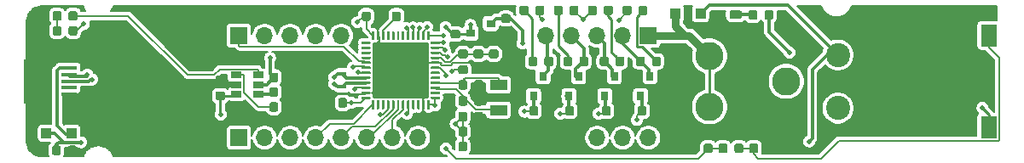
<source format=gtl>
G04 #@! TF.GenerationSoftware,KiCad,Pcbnew,(5.1.5-0-10_14)*
G04 #@! TF.CreationDate,2020-02-01T15:48:52-08:00*
G04 #@! TF.ProjectId,18650,31383635-302e-46b6-9963-61645f706362,rev?*
G04 #@! TF.SameCoordinates,Original*
G04 #@! TF.FileFunction,Copper,L1,Top*
G04 #@! TF.FilePolarity,Positive*
%FSLAX46Y46*%
G04 Gerber Fmt 4.6, Leading zero omitted, Abs format (unit mm)*
G04 Created by KiCad (PCBNEW (5.1.5-0-10_14)) date 2020-02-01 15:48:52*
%MOMM*%
%LPD*%
G04 APERTURE LIST*
%ADD10C,0.100000*%
%ADD11C,2.800000*%
%ADD12R,1.060000X0.650000*%
%ADD13R,0.700000X0.450000*%
%ADD14O,1.700000X1.700000*%
%ADD15R,1.700000X1.700000*%
%ADD16R,0.900000X0.800000*%
%ADD17R,2.500000X4.400000*%
%ADD18O,1.700000X1.350000*%
%ADD19O,1.500000X1.100000*%
%ADD20R,1.650000X0.400000*%
%ADD21R,1.500000X2.000000*%
%ADD22C,2.400000*%
%ADD23R,1.600000X2.180000*%
%ADD24R,1.000000X1.000000*%
%ADD25R,1.800000X1.000000*%
%ADD26R,0.800000X0.900000*%
%ADD27C,0.508000*%
%ADD28C,0.152400*%
%ADD29C,0.254000*%
%ADD30C,0.310000*%
%ADD31C,0.762000*%
%ADD32C,0.309880*%
G04 APERTURE END LIST*
G04 #@! TA.AperFunction,SMDPad,CuDef*
D10*
G36*
X98548626Y-101895301D02*
G01*
X98554693Y-101896201D01*
X98560643Y-101897691D01*
X98566418Y-101899758D01*
X98571962Y-101902380D01*
X98577223Y-101905533D01*
X98582150Y-101909187D01*
X98586694Y-101913306D01*
X98590813Y-101917850D01*
X98594467Y-101922777D01*
X98597620Y-101928038D01*
X98600242Y-101933582D01*
X98602309Y-101939357D01*
X98603799Y-101945307D01*
X98604699Y-101951374D01*
X98605000Y-101957500D01*
X98605000Y-102707500D01*
X98604699Y-102713626D01*
X98603799Y-102719693D01*
X98602309Y-102725643D01*
X98600242Y-102731418D01*
X98597620Y-102736962D01*
X98594467Y-102742223D01*
X98590813Y-102747150D01*
X98586694Y-102751694D01*
X98582150Y-102755813D01*
X98577223Y-102759467D01*
X98571962Y-102762620D01*
X98566418Y-102765242D01*
X98560643Y-102767309D01*
X98554693Y-102768799D01*
X98548626Y-102769699D01*
X98542500Y-102770000D01*
X98417500Y-102770000D01*
X98411374Y-102769699D01*
X98405307Y-102768799D01*
X98399357Y-102767309D01*
X98393582Y-102765242D01*
X98388038Y-102762620D01*
X98382777Y-102759467D01*
X98377850Y-102755813D01*
X98373306Y-102751694D01*
X98369187Y-102747150D01*
X98365533Y-102742223D01*
X98362380Y-102736962D01*
X98359758Y-102731418D01*
X98357691Y-102725643D01*
X98356201Y-102719693D01*
X98355301Y-102713626D01*
X98355000Y-102707500D01*
X98355000Y-101957500D01*
X98355301Y-101951374D01*
X98356201Y-101945307D01*
X98357691Y-101939357D01*
X98359758Y-101933582D01*
X98362380Y-101928038D01*
X98365533Y-101922777D01*
X98369187Y-101917850D01*
X98373306Y-101913306D01*
X98377850Y-101909187D01*
X98382777Y-101905533D01*
X98388038Y-101902380D01*
X98393582Y-101899758D01*
X98399357Y-101897691D01*
X98405307Y-101896201D01*
X98411374Y-101895301D01*
X98417500Y-101895000D01*
X98542500Y-101895000D01*
X98548626Y-101895301D01*
G37*
G04 #@! TD.AperFunction*
G04 #@! TA.AperFunction,SMDPad,CuDef*
G36*
X98048626Y-101895301D02*
G01*
X98054693Y-101896201D01*
X98060643Y-101897691D01*
X98066418Y-101899758D01*
X98071962Y-101902380D01*
X98077223Y-101905533D01*
X98082150Y-101909187D01*
X98086694Y-101913306D01*
X98090813Y-101917850D01*
X98094467Y-101922777D01*
X98097620Y-101928038D01*
X98100242Y-101933582D01*
X98102309Y-101939357D01*
X98103799Y-101945307D01*
X98104699Y-101951374D01*
X98105000Y-101957500D01*
X98105000Y-102707500D01*
X98104699Y-102713626D01*
X98103799Y-102719693D01*
X98102309Y-102725643D01*
X98100242Y-102731418D01*
X98097620Y-102736962D01*
X98094467Y-102742223D01*
X98090813Y-102747150D01*
X98086694Y-102751694D01*
X98082150Y-102755813D01*
X98077223Y-102759467D01*
X98071962Y-102762620D01*
X98066418Y-102765242D01*
X98060643Y-102767309D01*
X98054693Y-102768799D01*
X98048626Y-102769699D01*
X98042500Y-102770000D01*
X97917500Y-102770000D01*
X97911374Y-102769699D01*
X97905307Y-102768799D01*
X97899357Y-102767309D01*
X97893582Y-102765242D01*
X97888038Y-102762620D01*
X97882777Y-102759467D01*
X97877850Y-102755813D01*
X97873306Y-102751694D01*
X97869187Y-102747150D01*
X97865533Y-102742223D01*
X97862380Y-102736962D01*
X97859758Y-102731418D01*
X97857691Y-102725643D01*
X97856201Y-102719693D01*
X97855301Y-102713626D01*
X97855000Y-102707500D01*
X97855000Y-101957500D01*
X97855301Y-101951374D01*
X97856201Y-101945307D01*
X97857691Y-101939357D01*
X97859758Y-101933582D01*
X97862380Y-101928038D01*
X97865533Y-101922777D01*
X97869187Y-101917850D01*
X97873306Y-101913306D01*
X97877850Y-101909187D01*
X97882777Y-101905533D01*
X97888038Y-101902380D01*
X97893582Y-101899758D01*
X97899357Y-101897691D01*
X97905307Y-101896201D01*
X97911374Y-101895301D01*
X97917500Y-101895000D01*
X98042500Y-101895000D01*
X98048626Y-101895301D01*
G37*
G04 #@! TD.AperFunction*
G04 #@! TA.AperFunction,SMDPad,CuDef*
G36*
X97548626Y-101895301D02*
G01*
X97554693Y-101896201D01*
X97560643Y-101897691D01*
X97566418Y-101899758D01*
X97571962Y-101902380D01*
X97577223Y-101905533D01*
X97582150Y-101909187D01*
X97586694Y-101913306D01*
X97590813Y-101917850D01*
X97594467Y-101922777D01*
X97597620Y-101928038D01*
X97600242Y-101933582D01*
X97602309Y-101939357D01*
X97603799Y-101945307D01*
X97604699Y-101951374D01*
X97605000Y-101957500D01*
X97605000Y-102707500D01*
X97604699Y-102713626D01*
X97603799Y-102719693D01*
X97602309Y-102725643D01*
X97600242Y-102731418D01*
X97597620Y-102736962D01*
X97594467Y-102742223D01*
X97590813Y-102747150D01*
X97586694Y-102751694D01*
X97582150Y-102755813D01*
X97577223Y-102759467D01*
X97571962Y-102762620D01*
X97566418Y-102765242D01*
X97560643Y-102767309D01*
X97554693Y-102768799D01*
X97548626Y-102769699D01*
X97542500Y-102770000D01*
X97417500Y-102770000D01*
X97411374Y-102769699D01*
X97405307Y-102768799D01*
X97399357Y-102767309D01*
X97393582Y-102765242D01*
X97388038Y-102762620D01*
X97382777Y-102759467D01*
X97377850Y-102755813D01*
X97373306Y-102751694D01*
X97369187Y-102747150D01*
X97365533Y-102742223D01*
X97362380Y-102736962D01*
X97359758Y-102731418D01*
X97357691Y-102725643D01*
X97356201Y-102719693D01*
X97355301Y-102713626D01*
X97355000Y-102707500D01*
X97355000Y-101957500D01*
X97355301Y-101951374D01*
X97356201Y-101945307D01*
X97357691Y-101939357D01*
X97359758Y-101933582D01*
X97362380Y-101928038D01*
X97365533Y-101922777D01*
X97369187Y-101917850D01*
X97373306Y-101913306D01*
X97377850Y-101909187D01*
X97382777Y-101905533D01*
X97388038Y-101902380D01*
X97393582Y-101899758D01*
X97399357Y-101897691D01*
X97405307Y-101896201D01*
X97411374Y-101895301D01*
X97417500Y-101895000D01*
X97542500Y-101895000D01*
X97548626Y-101895301D01*
G37*
G04 #@! TD.AperFunction*
G04 #@! TA.AperFunction,SMDPad,CuDef*
G36*
X97048626Y-101895301D02*
G01*
X97054693Y-101896201D01*
X97060643Y-101897691D01*
X97066418Y-101899758D01*
X97071962Y-101902380D01*
X97077223Y-101905533D01*
X97082150Y-101909187D01*
X97086694Y-101913306D01*
X97090813Y-101917850D01*
X97094467Y-101922777D01*
X97097620Y-101928038D01*
X97100242Y-101933582D01*
X97102309Y-101939357D01*
X97103799Y-101945307D01*
X97104699Y-101951374D01*
X97105000Y-101957500D01*
X97105000Y-102707500D01*
X97104699Y-102713626D01*
X97103799Y-102719693D01*
X97102309Y-102725643D01*
X97100242Y-102731418D01*
X97097620Y-102736962D01*
X97094467Y-102742223D01*
X97090813Y-102747150D01*
X97086694Y-102751694D01*
X97082150Y-102755813D01*
X97077223Y-102759467D01*
X97071962Y-102762620D01*
X97066418Y-102765242D01*
X97060643Y-102767309D01*
X97054693Y-102768799D01*
X97048626Y-102769699D01*
X97042500Y-102770000D01*
X96917500Y-102770000D01*
X96911374Y-102769699D01*
X96905307Y-102768799D01*
X96899357Y-102767309D01*
X96893582Y-102765242D01*
X96888038Y-102762620D01*
X96882777Y-102759467D01*
X96877850Y-102755813D01*
X96873306Y-102751694D01*
X96869187Y-102747150D01*
X96865533Y-102742223D01*
X96862380Y-102736962D01*
X96859758Y-102731418D01*
X96857691Y-102725643D01*
X96856201Y-102719693D01*
X96855301Y-102713626D01*
X96855000Y-102707500D01*
X96855000Y-101957500D01*
X96855301Y-101951374D01*
X96856201Y-101945307D01*
X96857691Y-101939357D01*
X96859758Y-101933582D01*
X96862380Y-101928038D01*
X96865533Y-101922777D01*
X96869187Y-101917850D01*
X96873306Y-101913306D01*
X96877850Y-101909187D01*
X96882777Y-101905533D01*
X96888038Y-101902380D01*
X96893582Y-101899758D01*
X96899357Y-101897691D01*
X96905307Y-101896201D01*
X96911374Y-101895301D01*
X96917500Y-101895000D01*
X97042500Y-101895000D01*
X97048626Y-101895301D01*
G37*
G04 #@! TD.AperFunction*
G04 #@! TA.AperFunction,SMDPad,CuDef*
G36*
X96548626Y-101895301D02*
G01*
X96554693Y-101896201D01*
X96560643Y-101897691D01*
X96566418Y-101899758D01*
X96571962Y-101902380D01*
X96577223Y-101905533D01*
X96582150Y-101909187D01*
X96586694Y-101913306D01*
X96590813Y-101917850D01*
X96594467Y-101922777D01*
X96597620Y-101928038D01*
X96600242Y-101933582D01*
X96602309Y-101939357D01*
X96603799Y-101945307D01*
X96604699Y-101951374D01*
X96605000Y-101957500D01*
X96605000Y-102707500D01*
X96604699Y-102713626D01*
X96603799Y-102719693D01*
X96602309Y-102725643D01*
X96600242Y-102731418D01*
X96597620Y-102736962D01*
X96594467Y-102742223D01*
X96590813Y-102747150D01*
X96586694Y-102751694D01*
X96582150Y-102755813D01*
X96577223Y-102759467D01*
X96571962Y-102762620D01*
X96566418Y-102765242D01*
X96560643Y-102767309D01*
X96554693Y-102768799D01*
X96548626Y-102769699D01*
X96542500Y-102770000D01*
X96417500Y-102770000D01*
X96411374Y-102769699D01*
X96405307Y-102768799D01*
X96399357Y-102767309D01*
X96393582Y-102765242D01*
X96388038Y-102762620D01*
X96382777Y-102759467D01*
X96377850Y-102755813D01*
X96373306Y-102751694D01*
X96369187Y-102747150D01*
X96365533Y-102742223D01*
X96362380Y-102736962D01*
X96359758Y-102731418D01*
X96357691Y-102725643D01*
X96356201Y-102719693D01*
X96355301Y-102713626D01*
X96355000Y-102707500D01*
X96355000Y-101957500D01*
X96355301Y-101951374D01*
X96356201Y-101945307D01*
X96357691Y-101939357D01*
X96359758Y-101933582D01*
X96362380Y-101928038D01*
X96365533Y-101922777D01*
X96369187Y-101917850D01*
X96373306Y-101913306D01*
X96377850Y-101909187D01*
X96382777Y-101905533D01*
X96388038Y-101902380D01*
X96393582Y-101899758D01*
X96399357Y-101897691D01*
X96405307Y-101896201D01*
X96411374Y-101895301D01*
X96417500Y-101895000D01*
X96542500Y-101895000D01*
X96548626Y-101895301D01*
G37*
G04 #@! TD.AperFunction*
G04 #@! TA.AperFunction,SMDPad,CuDef*
G36*
X96048626Y-101895301D02*
G01*
X96054693Y-101896201D01*
X96060643Y-101897691D01*
X96066418Y-101899758D01*
X96071962Y-101902380D01*
X96077223Y-101905533D01*
X96082150Y-101909187D01*
X96086694Y-101913306D01*
X96090813Y-101917850D01*
X96094467Y-101922777D01*
X96097620Y-101928038D01*
X96100242Y-101933582D01*
X96102309Y-101939357D01*
X96103799Y-101945307D01*
X96104699Y-101951374D01*
X96105000Y-101957500D01*
X96105000Y-102707500D01*
X96104699Y-102713626D01*
X96103799Y-102719693D01*
X96102309Y-102725643D01*
X96100242Y-102731418D01*
X96097620Y-102736962D01*
X96094467Y-102742223D01*
X96090813Y-102747150D01*
X96086694Y-102751694D01*
X96082150Y-102755813D01*
X96077223Y-102759467D01*
X96071962Y-102762620D01*
X96066418Y-102765242D01*
X96060643Y-102767309D01*
X96054693Y-102768799D01*
X96048626Y-102769699D01*
X96042500Y-102770000D01*
X95917500Y-102770000D01*
X95911374Y-102769699D01*
X95905307Y-102768799D01*
X95899357Y-102767309D01*
X95893582Y-102765242D01*
X95888038Y-102762620D01*
X95882777Y-102759467D01*
X95877850Y-102755813D01*
X95873306Y-102751694D01*
X95869187Y-102747150D01*
X95865533Y-102742223D01*
X95862380Y-102736962D01*
X95859758Y-102731418D01*
X95857691Y-102725643D01*
X95856201Y-102719693D01*
X95855301Y-102713626D01*
X95855000Y-102707500D01*
X95855000Y-101957500D01*
X95855301Y-101951374D01*
X95856201Y-101945307D01*
X95857691Y-101939357D01*
X95859758Y-101933582D01*
X95862380Y-101928038D01*
X95865533Y-101922777D01*
X95869187Y-101917850D01*
X95873306Y-101913306D01*
X95877850Y-101909187D01*
X95882777Y-101905533D01*
X95888038Y-101902380D01*
X95893582Y-101899758D01*
X95899357Y-101897691D01*
X95905307Y-101896201D01*
X95911374Y-101895301D01*
X95917500Y-101895000D01*
X96042500Y-101895000D01*
X96048626Y-101895301D01*
G37*
G04 #@! TD.AperFunction*
G04 #@! TA.AperFunction,SMDPad,CuDef*
G36*
X95548626Y-101895301D02*
G01*
X95554693Y-101896201D01*
X95560643Y-101897691D01*
X95566418Y-101899758D01*
X95571962Y-101902380D01*
X95577223Y-101905533D01*
X95582150Y-101909187D01*
X95586694Y-101913306D01*
X95590813Y-101917850D01*
X95594467Y-101922777D01*
X95597620Y-101928038D01*
X95600242Y-101933582D01*
X95602309Y-101939357D01*
X95603799Y-101945307D01*
X95604699Y-101951374D01*
X95605000Y-101957500D01*
X95605000Y-102707500D01*
X95604699Y-102713626D01*
X95603799Y-102719693D01*
X95602309Y-102725643D01*
X95600242Y-102731418D01*
X95597620Y-102736962D01*
X95594467Y-102742223D01*
X95590813Y-102747150D01*
X95586694Y-102751694D01*
X95582150Y-102755813D01*
X95577223Y-102759467D01*
X95571962Y-102762620D01*
X95566418Y-102765242D01*
X95560643Y-102767309D01*
X95554693Y-102768799D01*
X95548626Y-102769699D01*
X95542500Y-102770000D01*
X95417500Y-102770000D01*
X95411374Y-102769699D01*
X95405307Y-102768799D01*
X95399357Y-102767309D01*
X95393582Y-102765242D01*
X95388038Y-102762620D01*
X95382777Y-102759467D01*
X95377850Y-102755813D01*
X95373306Y-102751694D01*
X95369187Y-102747150D01*
X95365533Y-102742223D01*
X95362380Y-102736962D01*
X95359758Y-102731418D01*
X95357691Y-102725643D01*
X95356201Y-102719693D01*
X95355301Y-102713626D01*
X95355000Y-102707500D01*
X95355000Y-101957500D01*
X95355301Y-101951374D01*
X95356201Y-101945307D01*
X95357691Y-101939357D01*
X95359758Y-101933582D01*
X95362380Y-101928038D01*
X95365533Y-101922777D01*
X95369187Y-101917850D01*
X95373306Y-101913306D01*
X95377850Y-101909187D01*
X95382777Y-101905533D01*
X95388038Y-101902380D01*
X95393582Y-101899758D01*
X95399357Y-101897691D01*
X95405307Y-101896201D01*
X95411374Y-101895301D01*
X95417500Y-101895000D01*
X95542500Y-101895000D01*
X95548626Y-101895301D01*
G37*
G04 #@! TD.AperFunction*
G04 #@! TA.AperFunction,SMDPad,CuDef*
G36*
X95048626Y-101895301D02*
G01*
X95054693Y-101896201D01*
X95060643Y-101897691D01*
X95066418Y-101899758D01*
X95071962Y-101902380D01*
X95077223Y-101905533D01*
X95082150Y-101909187D01*
X95086694Y-101913306D01*
X95090813Y-101917850D01*
X95094467Y-101922777D01*
X95097620Y-101928038D01*
X95100242Y-101933582D01*
X95102309Y-101939357D01*
X95103799Y-101945307D01*
X95104699Y-101951374D01*
X95105000Y-101957500D01*
X95105000Y-102707500D01*
X95104699Y-102713626D01*
X95103799Y-102719693D01*
X95102309Y-102725643D01*
X95100242Y-102731418D01*
X95097620Y-102736962D01*
X95094467Y-102742223D01*
X95090813Y-102747150D01*
X95086694Y-102751694D01*
X95082150Y-102755813D01*
X95077223Y-102759467D01*
X95071962Y-102762620D01*
X95066418Y-102765242D01*
X95060643Y-102767309D01*
X95054693Y-102768799D01*
X95048626Y-102769699D01*
X95042500Y-102770000D01*
X94917500Y-102770000D01*
X94911374Y-102769699D01*
X94905307Y-102768799D01*
X94899357Y-102767309D01*
X94893582Y-102765242D01*
X94888038Y-102762620D01*
X94882777Y-102759467D01*
X94877850Y-102755813D01*
X94873306Y-102751694D01*
X94869187Y-102747150D01*
X94865533Y-102742223D01*
X94862380Y-102736962D01*
X94859758Y-102731418D01*
X94857691Y-102725643D01*
X94856201Y-102719693D01*
X94855301Y-102713626D01*
X94855000Y-102707500D01*
X94855000Y-101957500D01*
X94855301Y-101951374D01*
X94856201Y-101945307D01*
X94857691Y-101939357D01*
X94859758Y-101933582D01*
X94862380Y-101928038D01*
X94865533Y-101922777D01*
X94869187Y-101917850D01*
X94873306Y-101913306D01*
X94877850Y-101909187D01*
X94882777Y-101905533D01*
X94888038Y-101902380D01*
X94893582Y-101899758D01*
X94899357Y-101897691D01*
X94905307Y-101896201D01*
X94911374Y-101895301D01*
X94917500Y-101895000D01*
X95042500Y-101895000D01*
X95048626Y-101895301D01*
G37*
G04 #@! TD.AperFunction*
G04 #@! TA.AperFunction,SMDPad,CuDef*
G36*
X94548626Y-101895301D02*
G01*
X94554693Y-101896201D01*
X94560643Y-101897691D01*
X94566418Y-101899758D01*
X94571962Y-101902380D01*
X94577223Y-101905533D01*
X94582150Y-101909187D01*
X94586694Y-101913306D01*
X94590813Y-101917850D01*
X94594467Y-101922777D01*
X94597620Y-101928038D01*
X94600242Y-101933582D01*
X94602309Y-101939357D01*
X94603799Y-101945307D01*
X94604699Y-101951374D01*
X94605000Y-101957500D01*
X94605000Y-102707500D01*
X94604699Y-102713626D01*
X94603799Y-102719693D01*
X94602309Y-102725643D01*
X94600242Y-102731418D01*
X94597620Y-102736962D01*
X94594467Y-102742223D01*
X94590813Y-102747150D01*
X94586694Y-102751694D01*
X94582150Y-102755813D01*
X94577223Y-102759467D01*
X94571962Y-102762620D01*
X94566418Y-102765242D01*
X94560643Y-102767309D01*
X94554693Y-102768799D01*
X94548626Y-102769699D01*
X94542500Y-102770000D01*
X94417500Y-102770000D01*
X94411374Y-102769699D01*
X94405307Y-102768799D01*
X94399357Y-102767309D01*
X94393582Y-102765242D01*
X94388038Y-102762620D01*
X94382777Y-102759467D01*
X94377850Y-102755813D01*
X94373306Y-102751694D01*
X94369187Y-102747150D01*
X94365533Y-102742223D01*
X94362380Y-102736962D01*
X94359758Y-102731418D01*
X94357691Y-102725643D01*
X94356201Y-102719693D01*
X94355301Y-102713626D01*
X94355000Y-102707500D01*
X94355000Y-101957500D01*
X94355301Y-101951374D01*
X94356201Y-101945307D01*
X94357691Y-101939357D01*
X94359758Y-101933582D01*
X94362380Y-101928038D01*
X94365533Y-101922777D01*
X94369187Y-101917850D01*
X94373306Y-101913306D01*
X94377850Y-101909187D01*
X94382777Y-101905533D01*
X94388038Y-101902380D01*
X94393582Y-101899758D01*
X94399357Y-101897691D01*
X94405307Y-101896201D01*
X94411374Y-101895301D01*
X94417500Y-101895000D01*
X94542500Y-101895000D01*
X94548626Y-101895301D01*
G37*
G04 #@! TD.AperFunction*
G04 #@! TA.AperFunction,SMDPad,CuDef*
G36*
X94048626Y-101895301D02*
G01*
X94054693Y-101896201D01*
X94060643Y-101897691D01*
X94066418Y-101899758D01*
X94071962Y-101902380D01*
X94077223Y-101905533D01*
X94082150Y-101909187D01*
X94086694Y-101913306D01*
X94090813Y-101917850D01*
X94094467Y-101922777D01*
X94097620Y-101928038D01*
X94100242Y-101933582D01*
X94102309Y-101939357D01*
X94103799Y-101945307D01*
X94104699Y-101951374D01*
X94105000Y-101957500D01*
X94105000Y-102707500D01*
X94104699Y-102713626D01*
X94103799Y-102719693D01*
X94102309Y-102725643D01*
X94100242Y-102731418D01*
X94097620Y-102736962D01*
X94094467Y-102742223D01*
X94090813Y-102747150D01*
X94086694Y-102751694D01*
X94082150Y-102755813D01*
X94077223Y-102759467D01*
X94071962Y-102762620D01*
X94066418Y-102765242D01*
X94060643Y-102767309D01*
X94054693Y-102768799D01*
X94048626Y-102769699D01*
X94042500Y-102770000D01*
X93917500Y-102770000D01*
X93911374Y-102769699D01*
X93905307Y-102768799D01*
X93899357Y-102767309D01*
X93893582Y-102765242D01*
X93888038Y-102762620D01*
X93882777Y-102759467D01*
X93877850Y-102755813D01*
X93873306Y-102751694D01*
X93869187Y-102747150D01*
X93865533Y-102742223D01*
X93862380Y-102736962D01*
X93859758Y-102731418D01*
X93857691Y-102725643D01*
X93856201Y-102719693D01*
X93855301Y-102713626D01*
X93855000Y-102707500D01*
X93855000Y-101957500D01*
X93855301Y-101951374D01*
X93856201Y-101945307D01*
X93857691Y-101939357D01*
X93859758Y-101933582D01*
X93862380Y-101928038D01*
X93865533Y-101922777D01*
X93869187Y-101917850D01*
X93873306Y-101913306D01*
X93877850Y-101909187D01*
X93882777Y-101905533D01*
X93888038Y-101902380D01*
X93893582Y-101899758D01*
X93899357Y-101897691D01*
X93905307Y-101896201D01*
X93911374Y-101895301D01*
X93917500Y-101895000D01*
X94042500Y-101895000D01*
X94048626Y-101895301D01*
G37*
G04 #@! TD.AperFunction*
G04 #@! TA.AperFunction,SMDPad,CuDef*
G36*
X93548626Y-101895301D02*
G01*
X93554693Y-101896201D01*
X93560643Y-101897691D01*
X93566418Y-101899758D01*
X93571962Y-101902380D01*
X93577223Y-101905533D01*
X93582150Y-101909187D01*
X93586694Y-101913306D01*
X93590813Y-101917850D01*
X93594467Y-101922777D01*
X93597620Y-101928038D01*
X93600242Y-101933582D01*
X93602309Y-101939357D01*
X93603799Y-101945307D01*
X93604699Y-101951374D01*
X93605000Y-101957500D01*
X93605000Y-102707500D01*
X93604699Y-102713626D01*
X93603799Y-102719693D01*
X93602309Y-102725643D01*
X93600242Y-102731418D01*
X93597620Y-102736962D01*
X93594467Y-102742223D01*
X93590813Y-102747150D01*
X93586694Y-102751694D01*
X93582150Y-102755813D01*
X93577223Y-102759467D01*
X93571962Y-102762620D01*
X93566418Y-102765242D01*
X93560643Y-102767309D01*
X93554693Y-102768799D01*
X93548626Y-102769699D01*
X93542500Y-102770000D01*
X93417500Y-102770000D01*
X93411374Y-102769699D01*
X93405307Y-102768799D01*
X93399357Y-102767309D01*
X93393582Y-102765242D01*
X93388038Y-102762620D01*
X93382777Y-102759467D01*
X93377850Y-102755813D01*
X93373306Y-102751694D01*
X93369187Y-102747150D01*
X93365533Y-102742223D01*
X93362380Y-102736962D01*
X93359758Y-102731418D01*
X93357691Y-102725643D01*
X93356201Y-102719693D01*
X93355301Y-102713626D01*
X93355000Y-102707500D01*
X93355000Y-101957500D01*
X93355301Y-101951374D01*
X93356201Y-101945307D01*
X93357691Y-101939357D01*
X93359758Y-101933582D01*
X93362380Y-101928038D01*
X93365533Y-101922777D01*
X93369187Y-101917850D01*
X93373306Y-101913306D01*
X93377850Y-101909187D01*
X93382777Y-101905533D01*
X93388038Y-101902380D01*
X93393582Y-101899758D01*
X93399357Y-101897691D01*
X93405307Y-101896201D01*
X93411374Y-101895301D01*
X93417500Y-101895000D01*
X93542500Y-101895000D01*
X93548626Y-101895301D01*
G37*
G04 #@! TD.AperFunction*
G04 #@! TA.AperFunction,SMDPad,CuDef*
G36*
X93048626Y-101895301D02*
G01*
X93054693Y-101896201D01*
X93060643Y-101897691D01*
X93066418Y-101899758D01*
X93071962Y-101902380D01*
X93077223Y-101905533D01*
X93082150Y-101909187D01*
X93086694Y-101913306D01*
X93090813Y-101917850D01*
X93094467Y-101922777D01*
X93097620Y-101928038D01*
X93100242Y-101933582D01*
X93102309Y-101939357D01*
X93103799Y-101945307D01*
X93104699Y-101951374D01*
X93105000Y-101957500D01*
X93105000Y-102707500D01*
X93104699Y-102713626D01*
X93103799Y-102719693D01*
X93102309Y-102725643D01*
X93100242Y-102731418D01*
X93097620Y-102736962D01*
X93094467Y-102742223D01*
X93090813Y-102747150D01*
X93086694Y-102751694D01*
X93082150Y-102755813D01*
X93077223Y-102759467D01*
X93071962Y-102762620D01*
X93066418Y-102765242D01*
X93060643Y-102767309D01*
X93054693Y-102768799D01*
X93048626Y-102769699D01*
X93042500Y-102770000D01*
X92917500Y-102770000D01*
X92911374Y-102769699D01*
X92905307Y-102768799D01*
X92899357Y-102767309D01*
X92893582Y-102765242D01*
X92888038Y-102762620D01*
X92882777Y-102759467D01*
X92877850Y-102755813D01*
X92873306Y-102751694D01*
X92869187Y-102747150D01*
X92865533Y-102742223D01*
X92862380Y-102736962D01*
X92859758Y-102731418D01*
X92857691Y-102725643D01*
X92856201Y-102719693D01*
X92855301Y-102713626D01*
X92855000Y-102707500D01*
X92855000Y-101957500D01*
X92855301Y-101951374D01*
X92856201Y-101945307D01*
X92857691Y-101939357D01*
X92859758Y-101933582D01*
X92862380Y-101928038D01*
X92865533Y-101922777D01*
X92869187Y-101917850D01*
X92873306Y-101913306D01*
X92877850Y-101909187D01*
X92882777Y-101905533D01*
X92888038Y-101902380D01*
X92893582Y-101899758D01*
X92899357Y-101897691D01*
X92905307Y-101896201D01*
X92911374Y-101895301D01*
X92917500Y-101895000D01*
X93042500Y-101895000D01*
X93048626Y-101895301D01*
G37*
G04 #@! TD.AperFunction*
G04 #@! TA.AperFunction,SMDPad,CuDef*
G36*
X92673626Y-101520301D02*
G01*
X92679693Y-101521201D01*
X92685643Y-101522691D01*
X92691418Y-101524758D01*
X92696962Y-101527380D01*
X92702223Y-101530533D01*
X92707150Y-101534187D01*
X92711694Y-101538306D01*
X92715813Y-101542850D01*
X92719467Y-101547777D01*
X92722620Y-101553038D01*
X92725242Y-101558582D01*
X92727309Y-101564357D01*
X92728799Y-101570307D01*
X92729699Y-101576374D01*
X92730000Y-101582500D01*
X92730000Y-101707500D01*
X92729699Y-101713626D01*
X92728799Y-101719693D01*
X92727309Y-101725643D01*
X92725242Y-101731418D01*
X92722620Y-101736962D01*
X92719467Y-101742223D01*
X92715813Y-101747150D01*
X92711694Y-101751694D01*
X92707150Y-101755813D01*
X92702223Y-101759467D01*
X92696962Y-101762620D01*
X92691418Y-101765242D01*
X92685643Y-101767309D01*
X92679693Y-101768799D01*
X92673626Y-101769699D01*
X92667500Y-101770000D01*
X91917500Y-101770000D01*
X91911374Y-101769699D01*
X91905307Y-101768799D01*
X91899357Y-101767309D01*
X91893582Y-101765242D01*
X91888038Y-101762620D01*
X91882777Y-101759467D01*
X91877850Y-101755813D01*
X91873306Y-101751694D01*
X91869187Y-101747150D01*
X91865533Y-101742223D01*
X91862380Y-101736962D01*
X91859758Y-101731418D01*
X91857691Y-101725643D01*
X91856201Y-101719693D01*
X91855301Y-101713626D01*
X91855000Y-101707500D01*
X91855000Y-101582500D01*
X91855301Y-101576374D01*
X91856201Y-101570307D01*
X91857691Y-101564357D01*
X91859758Y-101558582D01*
X91862380Y-101553038D01*
X91865533Y-101547777D01*
X91869187Y-101542850D01*
X91873306Y-101538306D01*
X91877850Y-101534187D01*
X91882777Y-101530533D01*
X91888038Y-101527380D01*
X91893582Y-101524758D01*
X91899357Y-101522691D01*
X91905307Y-101521201D01*
X91911374Y-101520301D01*
X91917500Y-101520000D01*
X92667500Y-101520000D01*
X92673626Y-101520301D01*
G37*
G04 #@! TD.AperFunction*
G04 #@! TA.AperFunction,SMDPad,CuDef*
G36*
X92673626Y-101020301D02*
G01*
X92679693Y-101021201D01*
X92685643Y-101022691D01*
X92691418Y-101024758D01*
X92696962Y-101027380D01*
X92702223Y-101030533D01*
X92707150Y-101034187D01*
X92711694Y-101038306D01*
X92715813Y-101042850D01*
X92719467Y-101047777D01*
X92722620Y-101053038D01*
X92725242Y-101058582D01*
X92727309Y-101064357D01*
X92728799Y-101070307D01*
X92729699Y-101076374D01*
X92730000Y-101082500D01*
X92730000Y-101207500D01*
X92729699Y-101213626D01*
X92728799Y-101219693D01*
X92727309Y-101225643D01*
X92725242Y-101231418D01*
X92722620Y-101236962D01*
X92719467Y-101242223D01*
X92715813Y-101247150D01*
X92711694Y-101251694D01*
X92707150Y-101255813D01*
X92702223Y-101259467D01*
X92696962Y-101262620D01*
X92691418Y-101265242D01*
X92685643Y-101267309D01*
X92679693Y-101268799D01*
X92673626Y-101269699D01*
X92667500Y-101270000D01*
X91917500Y-101270000D01*
X91911374Y-101269699D01*
X91905307Y-101268799D01*
X91899357Y-101267309D01*
X91893582Y-101265242D01*
X91888038Y-101262620D01*
X91882777Y-101259467D01*
X91877850Y-101255813D01*
X91873306Y-101251694D01*
X91869187Y-101247150D01*
X91865533Y-101242223D01*
X91862380Y-101236962D01*
X91859758Y-101231418D01*
X91857691Y-101225643D01*
X91856201Y-101219693D01*
X91855301Y-101213626D01*
X91855000Y-101207500D01*
X91855000Y-101082500D01*
X91855301Y-101076374D01*
X91856201Y-101070307D01*
X91857691Y-101064357D01*
X91859758Y-101058582D01*
X91862380Y-101053038D01*
X91865533Y-101047777D01*
X91869187Y-101042850D01*
X91873306Y-101038306D01*
X91877850Y-101034187D01*
X91882777Y-101030533D01*
X91888038Y-101027380D01*
X91893582Y-101024758D01*
X91899357Y-101022691D01*
X91905307Y-101021201D01*
X91911374Y-101020301D01*
X91917500Y-101020000D01*
X92667500Y-101020000D01*
X92673626Y-101020301D01*
G37*
G04 #@! TD.AperFunction*
G04 #@! TA.AperFunction,SMDPad,CuDef*
G36*
X92673626Y-100520301D02*
G01*
X92679693Y-100521201D01*
X92685643Y-100522691D01*
X92691418Y-100524758D01*
X92696962Y-100527380D01*
X92702223Y-100530533D01*
X92707150Y-100534187D01*
X92711694Y-100538306D01*
X92715813Y-100542850D01*
X92719467Y-100547777D01*
X92722620Y-100553038D01*
X92725242Y-100558582D01*
X92727309Y-100564357D01*
X92728799Y-100570307D01*
X92729699Y-100576374D01*
X92730000Y-100582500D01*
X92730000Y-100707500D01*
X92729699Y-100713626D01*
X92728799Y-100719693D01*
X92727309Y-100725643D01*
X92725242Y-100731418D01*
X92722620Y-100736962D01*
X92719467Y-100742223D01*
X92715813Y-100747150D01*
X92711694Y-100751694D01*
X92707150Y-100755813D01*
X92702223Y-100759467D01*
X92696962Y-100762620D01*
X92691418Y-100765242D01*
X92685643Y-100767309D01*
X92679693Y-100768799D01*
X92673626Y-100769699D01*
X92667500Y-100770000D01*
X91917500Y-100770000D01*
X91911374Y-100769699D01*
X91905307Y-100768799D01*
X91899357Y-100767309D01*
X91893582Y-100765242D01*
X91888038Y-100762620D01*
X91882777Y-100759467D01*
X91877850Y-100755813D01*
X91873306Y-100751694D01*
X91869187Y-100747150D01*
X91865533Y-100742223D01*
X91862380Y-100736962D01*
X91859758Y-100731418D01*
X91857691Y-100725643D01*
X91856201Y-100719693D01*
X91855301Y-100713626D01*
X91855000Y-100707500D01*
X91855000Y-100582500D01*
X91855301Y-100576374D01*
X91856201Y-100570307D01*
X91857691Y-100564357D01*
X91859758Y-100558582D01*
X91862380Y-100553038D01*
X91865533Y-100547777D01*
X91869187Y-100542850D01*
X91873306Y-100538306D01*
X91877850Y-100534187D01*
X91882777Y-100530533D01*
X91888038Y-100527380D01*
X91893582Y-100524758D01*
X91899357Y-100522691D01*
X91905307Y-100521201D01*
X91911374Y-100520301D01*
X91917500Y-100520000D01*
X92667500Y-100520000D01*
X92673626Y-100520301D01*
G37*
G04 #@! TD.AperFunction*
G04 #@! TA.AperFunction,SMDPad,CuDef*
G36*
X92673626Y-100020301D02*
G01*
X92679693Y-100021201D01*
X92685643Y-100022691D01*
X92691418Y-100024758D01*
X92696962Y-100027380D01*
X92702223Y-100030533D01*
X92707150Y-100034187D01*
X92711694Y-100038306D01*
X92715813Y-100042850D01*
X92719467Y-100047777D01*
X92722620Y-100053038D01*
X92725242Y-100058582D01*
X92727309Y-100064357D01*
X92728799Y-100070307D01*
X92729699Y-100076374D01*
X92730000Y-100082500D01*
X92730000Y-100207500D01*
X92729699Y-100213626D01*
X92728799Y-100219693D01*
X92727309Y-100225643D01*
X92725242Y-100231418D01*
X92722620Y-100236962D01*
X92719467Y-100242223D01*
X92715813Y-100247150D01*
X92711694Y-100251694D01*
X92707150Y-100255813D01*
X92702223Y-100259467D01*
X92696962Y-100262620D01*
X92691418Y-100265242D01*
X92685643Y-100267309D01*
X92679693Y-100268799D01*
X92673626Y-100269699D01*
X92667500Y-100270000D01*
X91917500Y-100270000D01*
X91911374Y-100269699D01*
X91905307Y-100268799D01*
X91899357Y-100267309D01*
X91893582Y-100265242D01*
X91888038Y-100262620D01*
X91882777Y-100259467D01*
X91877850Y-100255813D01*
X91873306Y-100251694D01*
X91869187Y-100247150D01*
X91865533Y-100242223D01*
X91862380Y-100236962D01*
X91859758Y-100231418D01*
X91857691Y-100225643D01*
X91856201Y-100219693D01*
X91855301Y-100213626D01*
X91855000Y-100207500D01*
X91855000Y-100082500D01*
X91855301Y-100076374D01*
X91856201Y-100070307D01*
X91857691Y-100064357D01*
X91859758Y-100058582D01*
X91862380Y-100053038D01*
X91865533Y-100047777D01*
X91869187Y-100042850D01*
X91873306Y-100038306D01*
X91877850Y-100034187D01*
X91882777Y-100030533D01*
X91888038Y-100027380D01*
X91893582Y-100024758D01*
X91899357Y-100022691D01*
X91905307Y-100021201D01*
X91911374Y-100020301D01*
X91917500Y-100020000D01*
X92667500Y-100020000D01*
X92673626Y-100020301D01*
G37*
G04 #@! TD.AperFunction*
G04 #@! TA.AperFunction,SMDPad,CuDef*
G36*
X92673626Y-99520301D02*
G01*
X92679693Y-99521201D01*
X92685643Y-99522691D01*
X92691418Y-99524758D01*
X92696962Y-99527380D01*
X92702223Y-99530533D01*
X92707150Y-99534187D01*
X92711694Y-99538306D01*
X92715813Y-99542850D01*
X92719467Y-99547777D01*
X92722620Y-99553038D01*
X92725242Y-99558582D01*
X92727309Y-99564357D01*
X92728799Y-99570307D01*
X92729699Y-99576374D01*
X92730000Y-99582500D01*
X92730000Y-99707500D01*
X92729699Y-99713626D01*
X92728799Y-99719693D01*
X92727309Y-99725643D01*
X92725242Y-99731418D01*
X92722620Y-99736962D01*
X92719467Y-99742223D01*
X92715813Y-99747150D01*
X92711694Y-99751694D01*
X92707150Y-99755813D01*
X92702223Y-99759467D01*
X92696962Y-99762620D01*
X92691418Y-99765242D01*
X92685643Y-99767309D01*
X92679693Y-99768799D01*
X92673626Y-99769699D01*
X92667500Y-99770000D01*
X91917500Y-99770000D01*
X91911374Y-99769699D01*
X91905307Y-99768799D01*
X91899357Y-99767309D01*
X91893582Y-99765242D01*
X91888038Y-99762620D01*
X91882777Y-99759467D01*
X91877850Y-99755813D01*
X91873306Y-99751694D01*
X91869187Y-99747150D01*
X91865533Y-99742223D01*
X91862380Y-99736962D01*
X91859758Y-99731418D01*
X91857691Y-99725643D01*
X91856201Y-99719693D01*
X91855301Y-99713626D01*
X91855000Y-99707500D01*
X91855000Y-99582500D01*
X91855301Y-99576374D01*
X91856201Y-99570307D01*
X91857691Y-99564357D01*
X91859758Y-99558582D01*
X91862380Y-99553038D01*
X91865533Y-99547777D01*
X91869187Y-99542850D01*
X91873306Y-99538306D01*
X91877850Y-99534187D01*
X91882777Y-99530533D01*
X91888038Y-99527380D01*
X91893582Y-99524758D01*
X91899357Y-99522691D01*
X91905307Y-99521201D01*
X91911374Y-99520301D01*
X91917500Y-99520000D01*
X92667500Y-99520000D01*
X92673626Y-99520301D01*
G37*
G04 #@! TD.AperFunction*
G04 #@! TA.AperFunction,SMDPad,CuDef*
G36*
X92673626Y-99020301D02*
G01*
X92679693Y-99021201D01*
X92685643Y-99022691D01*
X92691418Y-99024758D01*
X92696962Y-99027380D01*
X92702223Y-99030533D01*
X92707150Y-99034187D01*
X92711694Y-99038306D01*
X92715813Y-99042850D01*
X92719467Y-99047777D01*
X92722620Y-99053038D01*
X92725242Y-99058582D01*
X92727309Y-99064357D01*
X92728799Y-99070307D01*
X92729699Y-99076374D01*
X92730000Y-99082500D01*
X92730000Y-99207500D01*
X92729699Y-99213626D01*
X92728799Y-99219693D01*
X92727309Y-99225643D01*
X92725242Y-99231418D01*
X92722620Y-99236962D01*
X92719467Y-99242223D01*
X92715813Y-99247150D01*
X92711694Y-99251694D01*
X92707150Y-99255813D01*
X92702223Y-99259467D01*
X92696962Y-99262620D01*
X92691418Y-99265242D01*
X92685643Y-99267309D01*
X92679693Y-99268799D01*
X92673626Y-99269699D01*
X92667500Y-99270000D01*
X91917500Y-99270000D01*
X91911374Y-99269699D01*
X91905307Y-99268799D01*
X91899357Y-99267309D01*
X91893582Y-99265242D01*
X91888038Y-99262620D01*
X91882777Y-99259467D01*
X91877850Y-99255813D01*
X91873306Y-99251694D01*
X91869187Y-99247150D01*
X91865533Y-99242223D01*
X91862380Y-99236962D01*
X91859758Y-99231418D01*
X91857691Y-99225643D01*
X91856201Y-99219693D01*
X91855301Y-99213626D01*
X91855000Y-99207500D01*
X91855000Y-99082500D01*
X91855301Y-99076374D01*
X91856201Y-99070307D01*
X91857691Y-99064357D01*
X91859758Y-99058582D01*
X91862380Y-99053038D01*
X91865533Y-99047777D01*
X91869187Y-99042850D01*
X91873306Y-99038306D01*
X91877850Y-99034187D01*
X91882777Y-99030533D01*
X91888038Y-99027380D01*
X91893582Y-99024758D01*
X91899357Y-99022691D01*
X91905307Y-99021201D01*
X91911374Y-99020301D01*
X91917500Y-99020000D01*
X92667500Y-99020000D01*
X92673626Y-99020301D01*
G37*
G04 #@! TD.AperFunction*
G04 #@! TA.AperFunction,SMDPad,CuDef*
G36*
X92673626Y-98520301D02*
G01*
X92679693Y-98521201D01*
X92685643Y-98522691D01*
X92691418Y-98524758D01*
X92696962Y-98527380D01*
X92702223Y-98530533D01*
X92707150Y-98534187D01*
X92711694Y-98538306D01*
X92715813Y-98542850D01*
X92719467Y-98547777D01*
X92722620Y-98553038D01*
X92725242Y-98558582D01*
X92727309Y-98564357D01*
X92728799Y-98570307D01*
X92729699Y-98576374D01*
X92730000Y-98582500D01*
X92730000Y-98707500D01*
X92729699Y-98713626D01*
X92728799Y-98719693D01*
X92727309Y-98725643D01*
X92725242Y-98731418D01*
X92722620Y-98736962D01*
X92719467Y-98742223D01*
X92715813Y-98747150D01*
X92711694Y-98751694D01*
X92707150Y-98755813D01*
X92702223Y-98759467D01*
X92696962Y-98762620D01*
X92691418Y-98765242D01*
X92685643Y-98767309D01*
X92679693Y-98768799D01*
X92673626Y-98769699D01*
X92667500Y-98770000D01*
X91917500Y-98770000D01*
X91911374Y-98769699D01*
X91905307Y-98768799D01*
X91899357Y-98767309D01*
X91893582Y-98765242D01*
X91888038Y-98762620D01*
X91882777Y-98759467D01*
X91877850Y-98755813D01*
X91873306Y-98751694D01*
X91869187Y-98747150D01*
X91865533Y-98742223D01*
X91862380Y-98736962D01*
X91859758Y-98731418D01*
X91857691Y-98725643D01*
X91856201Y-98719693D01*
X91855301Y-98713626D01*
X91855000Y-98707500D01*
X91855000Y-98582500D01*
X91855301Y-98576374D01*
X91856201Y-98570307D01*
X91857691Y-98564357D01*
X91859758Y-98558582D01*
X91862380Y-98553038D01*
X91865533Y-98547777D01*
X91869187Y-98542850D01*
X91873306Y-98538306D01*
X91877850Y-98534187D01*
X91882777Y-98530533D01*
X91888038Y-98527380D01*
X91893582Y-98524758D01*
X91899357Y-98522691D01*
X91905307Y-98521201D01*
X91911374Y-98520301D01*
X91917500Y-98520000D01*
X92667500Y-98520000D01*
X92673626Y-98520301D01*
G37*
G04 #@! TD.AperFunction*
G04 #@! TA.AperFunction,SMDPad,CuDef*
G36*
X92673626Y-98020301D02*
G01*
X92679693Y-98021201D01*
X92685643Y-98022691D01*
X92691418Y-98024758D01*
X92696962Y-98027380D01*
X92702223Y-98030533D01*
X92707150Y-98034187D01*
X92711694Y-98038306D01*
X92715813Y-98042850D01*
X92719467Y-98047777D01*
X92722620Y-98053038D01*
X92725242Y-98058582D01*
X92727309Y-98064357D01*
X92728799Y-98070307D01*
X92729699Y-98076374D01*
X92730000Y-98082500D01*
X92730000Y-98207500D01*
X92729699Y-98213626D01*
X92728799Y-98219693D01*
X92727309Y-98225643D01*
X92725242Y-98231418D01*
X92722620Y-98236962D01*
X92719467Y-98242223D01*
X92715813Y-98247150D01*
X92711694Y-98251694D01*
X92707150Y-98255813D01*
X92702223Y-98259467D01*
X92696962Y-98262620D01*
X92691418Y-98265242D01*
X92685643Y-98267309D01*
X92679693Y-98268799D01*
X92673626Y-98269699D01*
X92667500Y-98270000D01*
X91917500Y-98270000D01*
X91911374Y-98269699D01*
X91905307Y-98268799D01*
X91899357Y-98267309D01*
X91893582Y-98265242D01*
X91888038Y-98262620D01*
X91882777Y-98259467D01*
X91877850Y-98255813D01*
X91873306Y-98251694D01*
X91869187Y-98247150D01*
X91865533Y-98242223D01*
X91862380Y-98236962D01*
X91859758Y-98231418D01*
X91857691Y-98225643D01*
X91856201Y-98219693D01*
X91855301Y-98213626D01*
X91855000Y-98207500D01*
X91855000Y-98082500D01*
X91855301Y-98076374D01*
X91856201Y-98070307D01*
X91857691Y-98064357D01*
X91859758Y-98058582D01*
X91862380Y-98053038D01*
X91865533Y-98047777D01*
X91869187Y-98042850D01*
X91873306Y-98038306D01*
X91877850Y-98034187D01*
X91882777Y-98030533D01*
X91888038Y-98027380D01*
X91893582Y-98024758D01*
X91899357Y-98022691D01*
X91905307Y-98021201D01*
X91911374Y-98020301D01*
X91917500Y-98020000D01*
X92667500Y-98020000D01*
X92673626Y-98020301D01*
G37*
G04 #@! TD.AperFunction*
G04 #@! TA.AperFunction,SMDPad,CuDef*
G36*
X92673626Y-97520301D02*
G01*
X92679693Y-97521201D01*
X92685643Y-97522691D01*
X92691418Y-97524758D01*
X92696962Y-97527380D01*
X92702223Y-97530533D01*
X92707150Y-97534187D01*
X92711694Y-97538306D01*
X92715813Y-97542850D01*
X92719467Y-97547777D01*
X92722620Y-97553038D01*
X92725242Y-97558582D01*
X92727309Y-97564357D01*
X92728799Y-97570307D01*
X92729699Y-97576374D01*
X92730000Y-97582500D01*
X92730000Y-97707500D01*
X92729699Y-97713626D01*
X92728799Y-97719693D01*
X92727309Y-97725643D01*
X92725242Y-97731418D01*
X92722620Y-97736962D01*
X92719467Y-97742223D01*
X92715813Y-97747150D01*
X92711694Y-97751694D01*
X92707150Y-97755813D01*
X92702223Y-97759467D01*
X92696962Y-97762620D01*
X92691418Y-97765242D01*
X92685643Y-97767309D01*
X92679693Y-97768799D01*
X92673626Y-97769699D01*
X92667500Y-97770000D01*
X91917500Y-97770000D01*
X91911374Y-97769699D01*
X91905307Y-97768799D01*
X91899357Y-97767309D01*
X91893582Y-97765242D01*
X91888038Y-97762620D01*
X91882777Y-97759467D01*
X91877850Y-97755813D01*
X91873306Y-97751694D01*
X91869187Y-97747150D01*
X91865533Y-97742223D01*
X91862380Y-97736962D01*
X91859758Y-97731418D01*
X91857691Y-97725643D01*
X91856201Y-97719693D01*
X91855301Y-97713626D01*
X91855000Y-97707500D01*
X91855000Y-97582500D01*
X91855301Y-97576374D01*
X91856201Y-97570307D01*
X91857691Y-97564357D01*
X91859758Y-97558582D01*
X91862380Y-97553038D01*
X91865533Y-97547777D01*
X91869187Y-97542850D01*
X91873306Y-97538306D01*
X91877850Y-97534187D01*
X91882777Y-97530533D01*
X91888038Y-97527380D01*
X91893582Y-97524758D01*
X91899357Y-97522691D01*
X91905307Y-97521201D01*
X91911374Y-97520301D01*
X91917500Y-97520000D01*
X92667500Y-97520000D01*
X92673626Y-97520301D01*
G37*
G04 #@! TD.AperFunction*
G04 #@! TA.AperFunction,SMDPad,CuDef*
G36*
X92673626Y-97020301D02*
G01*
X92679693Y-97021201D01*
X92685643Y-97022691D01*
X92691418Y-97024758D01*
X92696962Y-97027380D01*
X92702223Y-97030533D01*
X92707150Y-97034187D01*
X92711694Y-97038306D01*
X92715813Y-97042850D01*
X92719467Y-97047777D01*
X92722620Y-97053038D01*
X92725242Y-97058582D01*
X92727309Y-97064357D01*
X92728799Y-97070307D01*
X92729699Y-97076374D01*
X92730000Y-97082500D01*
X92730000Y-97207500D01*
X92729699Y-97213626D01*
X92728799Y-97219693D01*
X92727309Y-97225643D01*
X92725242Y-97231418D01*
X92722620Y-97236962D01*
X92719467Y-97242223D01*
X92715813Y-97247150D01*
X92711694Y-97251694D01*
X92707150Y-97255813D01*
X92702223Y-97259467D01*
X92696962Y-97262620D01*
X92691418Y-97265242D01*
X92685643Y-97267309D01*
X92679693Y-97268799D01*
X92673626Y-97269699D01*
X92667500Y-97270000D01*
X91917500Y-97270000D01*
X91911374Y-97269699D01*
X91905307Y-97268799D01*
X91899357Y-97267309D01*
X91893582Y-97265242D01*
X91888038Y-97262620D01*
X91882777Y-97259467D01*
X91877850Y-97255813D01*
X91873306Y-97251694D01*
X91869187Y-97247150D01*
X91865533Y-97242223D01*
X91862380Y-97236962D01*
X91859758Y-97231418D01*
X91857691Y-97225643D01*
X91856201Y-97219693D01*
X91855301Y-97213626D01*
X91855000Y-97207500D01*
X91855000Y-97082500D01*
X91855301Y-97076374D01*
X91856201Y-97070307D01*
X91857691Y-97064357D01*
X91859758Y-97058582D01*
X91862380Y-97053038D01*
X91865533Y-97047777D01*
X91869187Y-97042850D01*
X91873306Y-97038306D01*
X91877850Y-97034187D01*
X91882777Y-97030533D01*
X91888038Y-97027380D01*
X91893582Y-97024758D01*
X91899357Y-97022691D01*
X91905307Y-97021201D01*
X91911374Y-97020301D01*
X91917500Y-97020000D01*
X92667500Y-97020000D01*
X92673626Y-97020301D01*
G37*
G04 #@! TD.AperFunction*
G04 #@! TA.AperFunction,SMDPad,CuDef*
G36*
X92673626Y-96520301D02*
G01*
X92679693Y-96521201D01*
X92685643Y-96522691D01*
X92691418Y-96524758D01*
X92696962Y-96527380D01*
X92702223Y-96530533D01*
X92707150Y-96534187D01*
X92711694Y-96538306D01*
X92715813Y-96542850D01*
X92719467Y-96547777D01*
X92722620Y-96553038D01*
X92725242Y-96558582D01*
X92727309Y-96564357D01*
X92728799Y-96570307D01*
X92729699Y-96576374D01*
X92730000Y-96582500D01*
X92730000Y-96707500D01*
X92729699Y-96713626D01*
X92728799Y-96719693D01*
X92727309Y-96725643D01*
X92725242Y-96731418D01*
X92722620Y-96736962D01*
X92719467Y-96742223D01*
X92715813Y-96747150D01*
X92711694Y-96751694D01*
X92707150Y-96755813D01*
X92702223Y-96759467D01*
X92696962Y-96762620D01*
X92691418Y-96765242D01*
X92685643Y-96767309D01*
X92679693Y-96768799D01*
X92673626Y-96769699D01*
X92667500Y-96770000D01*
X91917500Y-96770000D01*
X91911374Y-96769699D01*
X91905307Y-96768799D01*
X91899357Y-96767309D01*
X91893582Y-96765242D01*
X91888038Y-96762620D01*
X91882777Y-96759467D01*
X91877850Y-96755813D01*
X91873306Y-96751694D01*
X91869187Y-96747150D01*
X91865533Y-96742223D01*
X91862380Y-96736962D01*
X91859758Y-96731418D01*
X91857691Y-96725643D01*
X91856201Y-96719693D01*
X91855301Y-96713626D01*
X91855000Y-96707500D01*
X91855000Y-96582500D01*
X91855301Y-96576374D01*
X91856201Y-96570307D01*
X91857691Y-96564357D01*
X91859758Y-96558582D01*
X91862380Y-96553038D01*
X91865533Y-96547777D01*
X91869187Y-96542850D01*
X91873306Y-96538306D01*
X91877850Y-96534187D01*
X91882777Y-96530533D01*
X91888038Y-96527380D01*
X91893582Y-96524758D01*
X91899357Y-96522691D01*
X91905307Y-96521201D01*
X91911374Y-96520301D01*
X91917500Y-96520000D01*
X92667500Y-96520000D01*
X92673626Y-96520301D01*
G37*
G04 #@! TD.AperFunction*
G04 #@! TA.AperFunction,SMDPad,CuDef*
G36*
X92673626Y-96020301D02*
G01*
X92679693Y-96021201D01*
X92685643Y-96022691D01*
X92691418Y-96024758D01*
X92696962Y-96027380D01*
X92702223Y-96030533D01*
X92707150Y-96034187D01*
X92711694Y-96038306D01*
X92715813Y-96042850D01*
X92719467Y-96047777D01*
X92722620Y-96053038D01*
X92725242Y-96058582D01*
X92727309Y-96064357D01*
X92728799Y-96070307D01*
X92729699Y-96076374D01*
X92730000Y-96082500D01*
X92730000Y-96207500D01*
X92729699Y-96213626D01*
X92728799Y-96219693D01*
X92727309Y-96225643D01*
X92725242Y-96231418D01*
X92722620Y-96236962D01*
X92719467Y-96242223D01*
X92715813Y-96247150D01*
X92711694Y-96251694D01*
X92707150Y-96255813D01*
X92702223Y-96259467D01*
X92696962Y-96262620D01*
X92691418Y-96265242D01*
X92685643Y-96267309D01*
X92679693Y-96268799D01*
X92673626Y-96269699D01*
X92667500Y-96270000D01*
X91917500Y-96270000D01*
X91911374Y-96269699D01*
X91905307Y-96268799D01*
X91899357Y-96267309D01*
X91893582Y-96265242D01*
X91888038Y-96262620D01*
X91882777Y-96259467D01*
X91877850Y-96255813D01*
X91873306Y-96251694D01*
X91869187Y-96247150D01*
X91865533Y-96242223D01*
X91862380Y-96236962D01*
X91859758Y-96231418D01*
X91857691Y-96225643D01*
X91856201Y-96219693D01*
X91855301Y-96213626D01*
X91855000Y-96207500D01*
X91855000Y-96082500D01*
X91855301Y-96076374D01*
X91856201Y-96070307D01*
X91857691Y-96064357D01*
X91859758Y-96058582D01*
X91862380Y-96053038D01*
X91865533Y-96047777D01*
X91869187Y-96042850D01*
X91873306Y-96038306D01*
X91877850Y-96034187D01*
X91882777Y-96030533D01*
X91888038Y-96027380D01*
X91893582Y-96024758D01*
X91899357Y-96022691D01*
X91905307Y-96021201D01*
X91911374Y-96020301D01*
X91917500Y-96020000D01*
X92667500Y-96020000D01*
X92673626Y-96020301D01*
G37*
G04 #@! TD.AperFunction*
G04 #@! TA.AperFunction,SMDPad,CuDef*
G36*
X93048626Y-95020301D02*
G01*
X93054693Y-95021201D01*
X93060643Y-95022691D01*
X93066418Y-95024758D01*
X93071962Y-95027380D01*
X93077223Y-95030533D01*
X93082150Y-95034187D01*
X93086694Y-95038306D01*
X93090813Y-95042850D01*
X93094467Y-95047777D01*
X93097620Y-95053038D01*
X93100242Y-95058582D01*
X93102309Y-95064357D01*
X93103799Y-95070307D01*
X93104699Y-95076374D01*
X93105000Y-95082500D01*
X93105000Y-95832500D01*
X93104699Y-95838626D01*
X93103799Y-95844693D01*
X93102309Y-95850643D01*
X93100242Y-95856418D01*
X93097620Y-95861962D01*
X93094467Y-95867223D01*
X93090813Y-95872150D01*
X93086694Y-95876694D01*
X93082150Y-95880813D01*
X93077223Y-95884467D01*
X93071962Y-95887620D01*
X93066418Y-95890242D01*
X93060643Y-95892309D01*
X93054693Y-95893799D01*
X93048626Y-95894699D01*
X93042500Y-95895000D01*
X92917500Y-95895000D01*
X92911374Y-95894699D01*
X92905307Y-95893799D01*
X92899357Y-95892309D01*
X92893582Y-95890242D01*
X92888038Y-95887620D01*
X92882777Y-95884467D01*
X92877850Y-95880813D01*
X92873306Y-95876694D01*
X92869187Y-95872150D01*
X92865533Y-95867223D01*
X92862380Y-95861962D01*
X92859758Y-95856418D01*
X92857691Y-95850643D01*
X92856201Y-95844693D01*
X92855301Y-95838626D01*
X92855000Y-95832500D01*
X92855000Y-95082500D01*
X92855301Y-95076374D01*
X92856201Y-95070307D01*
X92857691Y-95064357D01*
X92859758Y-95058582D01*
X92862380Y-95053038D01*
X92865533Y-95047777D01*
X92869187Y-95042850D01*
X92873306Y-95038306D01*
X92877850Y-95034187D01*
X92882777Y-95030533D01*
X92888038Y-95027380D01*
X92893582Y-95024758D01*
X92899357Y-95022691D01*
X92905307Y-95021201D01*
X92911374Y-95020301D01*
X92917500Y-95020000D01*
X93042500Y-95020000D01*
X93048626Y-95020301D01*
G37*
G04 #@! TD.AperFunction*
G04 #@! TA.AperFunction,SMDPad,CuDef*
G36*
X93548626Y-95020301D02*
G01*
X93554693Y-95021201D01*
X93560643Y-95022691D01*
X93566418Y-95024758D01*
X93571962Y-95027380D01*
X93577223Y-95030533D01*
X93582150Y-95034187D01*
X93586694Y-95038306D01*
X93590813Y-95042850D01*
X93594467Y-95047777D01*
X93597620Y-95053038D01*
X93600242Y-95058582D01*
X93602309Y-95064357D01*
X93603799Y-95070307D01*
X93604699Y-95076374D01*
X93605000Y-95082500D01*
X93605000Y-95832500D01*
X93604699Y-95838626D01*
X93603799Y-95844693D01*
X93602309Y-95850643D01*
X93600242Y-95856418D01*
X93597620Y-95861962D01*
X93594467Y-95867223D01*
X93590813Y-95872150D01*
X93586694Y-95876694D01*
X93582150Y-95880813D01*
X93577223Y-95884467D01*
X93571962Y-95887620D01*
X93566418Y-95890242D01*
X93560643Y-95892309D01*
X93554693Y-95893799D01*
X93548626Y-95894699D01*
X93542500Y-95895000D01*
X93417500Y-95895000D01*
X93411374Y-95894699D01*
X93405307Y-95893799D01*
X93399357Y-95892309D01*
X93393582Y-95890242D01*
X93388038Y-95887620D01*
X93382777Y-95884467D01*
X93377850Y-95880813D01*
X93373306Y-95876694D01*
X93369187Y-95872150D01*
X93365533Y-95867223D01*
X93362380Y-95861962D01*
X93359758Y-95856418D01*
X93357691Y-95850643D01*
X93356201Y-95844693D01*
X93355301Y-95838626D01*
X93355000Y-95832500D01*
X93355000Y-95082500D01*
X93355301Y-95076374D01*
X93356201Y-95070307D01*
X93357691Y-95064357D01*
X93359758Y-95058582D01*
X93362380Y-95053038D01*
X93365533Y-95047777D01*
X93369187Y-95042850D01*
X93373306Y-95038306D01*
X93377850Y-95034187D01*
X93382777Y-95030533D01*
X93388038Y-95027380D01*
X93393582Y-95024758D01*
X93399357Y-95022691D01*
X93405307Y-95021201D01*
X93411374Y-95020301D01*
X93417500Y-95020000D01*
X93542500Y-95020000D01*
X93548626Y-95020301D01*
G37*
G04 #@! TD.AperFunction*
G04 #@! TA.AperFunction,SMDPad,CuDef*
G36*
X94048626Y-95020301D02*
G01*
X94054693Y-95021201D01*
X94060643Y-95022691D01*
X94066418Y-95024758D01*
X94071962Y-95027380D01*
X94077223Y-95030533D01*
X94082150Y-95034187D01*
X94086694Y-95038306D01*
X94090813Y-95042850D01*
X94094467Y-95047777D01*
X94097620Y-95053038D01*
X94100242Y-95058582D01*
X94102309Y-95064357D01*
X94103799Y-95070307D01*
X94104699Y-95076374D01*
X94105000Y-95082500D01*
X94105000Y-95832500D01*
X94104699Y-95838626D01*
X94103799Y-95844693D01*
X94102309Y-95850643D01*
X94100242Y-95856418D01*
X94097620Y-95861962D01*
X94094467Y-95867223D01*
X94090813Y-95872150D01*
X94086694Y-95876694D01*
X94082150Y-95880813D01*
X94077223Y-95884467D01*
X94071962Y-95887620D01*
X94066418Y-95890242D01*
X94060643Y-95892309D01*
X94054693Y-95893799D01*
X94048626Y-95894699D01*
X94042500Y-95895000D01*
X93917500Y-95895000D01*
X93911374Y-95894699D01*
X93905307Y-95893799D01*
X93899357Y-95892309D01*
X93893582Y-95890242D01*
X93888038Y-95887620D01*
X93882777Y-95884467D01*
X93877850Y-95880813D01*
X93873306Y-95876694D01*
X93869187Y-95872150D01*
X93865533Y-95867223D01*
X93862380Y-95861962D01*
X93859758Y-95856418D01*
X93857691Y-95850643D01*
X93856201Y-95844693D01*
X93855301Y-95838626D01*
X93855000Y-95832500D01*
X93855000Y-95082500D01*
X93855301Y-95076374D01*
X93856201Y-95070307D01*
X93857691Y-95064357D01*
X93859758Y-95058582D01*
X93862380Y-95053038D01*
X93865533Y-95047777D01*
X93869187Y-95042850D01*
X93873306Y-95038306D01*
X93877850Y-95034187D01*
X93882777Y-95030533D01*
X93888038Y-95027380D01*
X93893582Y-95024758D01*
X93899357Y-95022691D01*
X93905307Y-95021201D01*
X93911374Y-95020301D01*
X93917500Y-95020000D01*
X94042500Y-95020000D01*
X94048626Y-95020301D01*
G37*
G04 #@! TD.AperFunction*
G04 #@! TA.AperFunction,SMDPad,CuDef*
G36*
X94548626Y-95020301D02*
G01*
X94554693Y-95021201D01*
X94560643Y-95022691D01*
X94566418Y-95024758D01*
X94571962Y-95027380D01*
X94577223Y-95030533D01*
X94582150Y-95034187D01*
X94586694Y-95038306D01*
X94590813Y-95042850D01*
X94594467Y-95047777D01*
X94597620Y-95053038D01*
X94600242Y-95058582D01*
X94602309Y-95064357D01*
X94603799Y-95070307D01*
X94604699Y-95076374D01*
X94605000Y-95082500D01*
X94605000Y-95832500D01*
X94604699Y-95838626D01*
X94603799Y-95844693D01*
X94602309Y-95850643D01*
X94600242Y-95856418D01*
X94597620Y-95861962D01*
X94594467Y-95867223D01*
X94590813Y-95872150D01*
X94586694Y-95876694D01*
X94582150Y-95880813D01*
X94577223Y-95884467D01*
X94571962Y-95887620D01*
X94566418Y-95890242D01*
X94560643Y-95892309D01*
X94554693Y-95893799D01*
X94548626Y-95894699D01*
X94542500Y-95895000D01*
X94417500Y-95895000D01*
X94411374Y-95894699D01*
X94405307Y-95893799D01*
X94399357Y-95892309D01*
X94393582Y-95890242D01*
X94388038Y-95887620D01*
X94382777Y-95884467D01*
X94377850Y-95880813D01*
X94373306Y-95876694D01*
X94369187Y-95872150D01*
X94365533Y-95867223D01*
X94362380Y-95861962D01*
X94359758Y-95856418D01*
X94357691Y-95850643D01*
X94356201Y-95844693D01*
X94355301Y-95838626D01*
X94355000Y-95832500D01*
X94355000Y-95082500D01*
X94355301Y-95076374D01*
X94356201Y-95070307D01*
X94357691Y-95064357D01*
X94359758Y-95058582D01*
X94362380Y-95053038D01*
X94365533Y-95047777D01*
X94369187Y-95042850D01*
X94373306Y-95038306D01*
X94377850Y-95034187D01*
X94382777Y-95030533D01*
X94388038Y-95027380D01*
X94393582Y-95024758D01*
X94399357Y-95022691D01*
X94405307Y-95021201D01*
X94411374Y-95020301D01*
X94417500Y-95020000D01*
X94542500Y-95020000D01*
X94548626Y-95020301D01*
G37*
G04 #@! TD.AperFunction*
G04 #@! TA.AperFunction,SMDPad,CuDef*
G36*
X95048626Y-95020301D02*
G01*
X95054693Y-95021201D01*
X95060643Y-95022691D01*
X95066418Y-95024758D01*
X95071962Y-95027380D01*
X95077223Y-95030533D01*
X95082150Y-95034187D01*
X95086694Y-95038306D01*
X95090813Y-95042850D01*
X95094467Y-95047777D01*
X95097620Y-95053038D01*
X95100242Y-95058582D01*
X95102309Y-95064357D01*
X95103799Y-95070307D01*
X95104699Y-95076374D01*
X95105000Y-95082500D01*
X95105000Y-95832500D01*
X95104699Y-95838626D01*
X95103799Y-95844693D01*
X95102309Y-95850643D01*
X95100242Y-95856418D01*
X95097620Y-95861962D01*
X95094467Y-95867223D01*
X95090813Y-95872150D01*
X95086694Y-95876694D01*
X95082150Y-95880813D01*
X95077223Y-95884467D01*
X95071962Y-95887620D01*
X95066418Y-95890242D01*
X95060643Y-95892309D01*
X95054693Y-95893799D01*
X95048626Y-95894699D01*
X95042500Y-95895000D01*
X94917500Y-95895000D01*
X94911374Y-95894699D01*
X94905307Y-95893799D01*
X94899357Y-95892309D01*
X94893582Y-95890242D01*
X94888038Y-95887620D01*
X94882777Y-95884467D01*
X94877850Y-95880813D01*
X94873306Y-95876694D01*
X94869187Y-95872150D01*
X94865533Y-95867223D01*
X94862380Y-95861962D01*
X94859758Y-95856418D01*
X94857691Y-95850643D01*
X94856201Y-95844693D01*
X94855301Y-95838626D01*
X94855000Y-95832500D01*
X94855000Y-95082500D01*
X94855301Y-95076374D01*
X94856201Y-95070307D01*
X94857691Y-95064357D01*
X94859758Y-95058582D01*
X94862380Y-95053038D01*
X94865533Y-95047777D01*
X94869187Y-95042850D01*
X94873306Y-95038306D01*
X94877850Y-95034187D01*
X94882777Y-95030533D01*
X94888038Y-95027380D01*
X94893582Y-95024758D01*
X94899357Y-95022691D01*
X94905307Y-95021201D01*
X94911374Y-95020301D01*
X94917500Y-95020000D01*
X95042500Y-95020000D01*
X95048626Y-95020301D01*
G37*
G04 #@! TD.AperFunction*
G04 #@! TA.AperFunction,SMDPad,CuDef*
G36*
X95548626Y-95020301D02*
G01*
X95554693Y-95021201D01*
X95560643Y-95022691D01*
X95566418Y-95024758D01*
X95571962Y-95027380D01*
X95577223Y-95030533D01*
X95582150Y-95034187D01*
X95586694Y-95038306D01*
X95590813Y-95042850D01*
X95594467Y-95047777D01*
X95597620Y-95053038D01*
X95600242Y-95058582D01*
X95602309Y-95064357D01*
X95603799Y-95070307D01*
X95604699Y-95076374D01*
X95605000Y-95082500D01*
X95605000Y-95832500D01*
X95604699Y-95838626D01*
X95603799Y-95844693D01*
X95602309Y-95850643D01*
X95600242Y-95856418D01*
X95597620Y-95861962D01*
X95594467Y-95867223D01*
X95590813Y-95872150D01*
X95586694Y-95876694D01*
X95582150Y-95880813D01*
X95577223Y-95884467D01*
X95571962Y-95887620D01*
X95566418Y-95890242D01*
X95560643Y-95892309D01*
X95554693Y-95893799D01*
X95548626Y-95894699D01*
X95542500Y-95895000D01*
X95417500Y-95895000D01*
X95411374Y-95894699D01*
X95405307Y-95893799D01*
X95399357Y-95892309D01*
X95393582Y-95890242D01*
X95388038Y-95887620D01*
X95382777Y-95884467D01*
X95377850Y-95880813D01*
X95373306Y-95876694D01*
X95369187Y-95872150D01*
X95365533Y-95867223D01*
X95362380Y-95861962D01*
X95359758Y-95856418D01*
X95357691Y-95850643D01*
X95356201Y-95844693D01*
X95355301Y-95838626D01*
X95355000Y-95832500D01*
X95355000Y-95082500D01*
X95355301Y-95076374D01*
X95356201Y-95070307D01*
X95357691Y-95064357D01*
X95359758Y-95058582D01*
X95362380Y-95053038D01*
X95365533Y-95047777D01*
X95369187Y-95042850D01*
X95373306Y-95038306D01*
X95377850Y-95034187D01*
X95382777Y-95030533D01*
X95388038Y-95027380D01*
X95393582Y-95024758D01*
X95399357Y-95022691D01*
X95405307Y-95021201D01*
X95411374Y-95020301D01*
X95417500Y-95020000D01*
X95542500Y-95020000D01*
X95548626Y-95020301D01*
G37*
G04 #@! TD.AperFunction*
G04 #@! TA.AperFunction,SMDPad,CuDef*
G36*
X96048626Y-95020301D02*
G01*
X96054693Y-95021201D01*
X96060643Y-95022691D01*
X96066418Y-95024758D01*
X96071962Y-95027380D01*
X96077223Y-95030533D01*
X96082150Y-95034187D01*
X96086694Y-95038306D01*
X96090813Y-95042850D01*
X96094467Y-95047777D01*
X96097620Y-95053038D01*
X96100242Y-95058582D01*
X96102309Y-95064357D01*
X96103799Y-95070307D01*
X96104699Y-95076374D01*
X96105000Y-95082500D01*
X96105000Y-95832500D01*
X96104699Y-95838626D01*
X96103799Y-95844693D01*
X96102309Y-95850643D01*
X96100242Y-95856418D01*
X96097620Y-95861962D01*
X96094467Y-95867223D01*
X96090813Y-95872150D01*
X96086694Y-95876694D01*
X96082150Y-95880813D01*
X96077223Y-95884467D01*
X96071962Y-95887620D01*
X96066418Y-95890242D01*
X96060643Y-95892309D01*
X96054693Y-95893799D01*
X96048626Y-95894699D01*
X96042500Y-95895000D01*
X95917500Y-95895000D01*
X95911374Y-95894699D01*
X95905307Y-95893799D01*
X95899357Y-95892309D01*
X95893582Y-95890242D01*
X95888038Y-95887620D01*
X95882777Y-95884467D01*
X95877850Y-95880813D01*
X95873306Y-95876694D01*
X95869187Y-95872150D01*
X95865533Y-95867223D01*
X95862380Y-95861962D01*
X95859758Y-95856418D01*
X95857691Y-95850643D01*
X95856201Y-95844693D01*
X95855301Y-95838626D01*
X95855000Y-95832500D01*
X95855000Y-95082500D01*
X95855301Y-95076374D01*
X95856201Y-95070307D01*
X95857691Y-95064357D01*
X95859758Y-95058582D01*
X95862380Y-95053038D01*
X95865533Y-95047777D01*
X95869187Y-95042850D01*
X95873306Y-95038306D01*
X95877850Y-95034187D01*
X95882777Y-95030533D01*
X95888038Y-95027380D01*
X95893582Y-95024758D01*
X95899357Y-95022691D01*
X95905307Y-95021201D01*
X95911374Y-95020301D01*
X95917500Y-95020000D01*
X96042500Y-95020000D01*
X96048626Y-95020301D01*
G37*
G04 #@! TD.AperFunction*
G04 #@! TA.AperFunction,SMDPad,CuDef*
G36*
X96548626Y-95020301D02*
G01*
X96554693Y-95021201D01*
X96560643Y-95022691D01*
X96566418Y-95024758D01*
X96571962Y-95027380D01*
X96577223Y-95030533D01*
X96582150Y-95034187D01*
X96586694Y-95038306D01*
X96590813Y-95042850D01*
X96594467Y-95047777D01*
X96597620Y-95053038D01*
X96600242Y-95058582D01*
X96602309Y-95064357D01*
X96603799Y-95070307D01*
X96604699Y-95076374D01*
X96605000Y-95082500D01*
X96605000Y-95832500D01*
X96604699Y-95838626D01*
X96603799Y-95844693D01*
X96602309Y-95850643D01*
X96600242Y-95856418D01*
X96597620Y-95861962D01*
X96594467Y-95867223D01*
X96590813Y-95872150D01*
X96586694Y-95876694D01*
X96582150Y-95880813D01*
X96577223Y-95884467D01*
X96571962Y-95887620D01*
X96566418Y-95890242D01*
X96560643Y-95892309D01*
X96554693Y-95893799D01*
X96548626Y-95894699D01*
X96542500Y-95895000D01*
X96417500Y-95895000D01*
X96411374Y-95894699D01*
X96405307Y-95893799D01*
X96399357Y-95892309D01*
X96393582Y-95890242D01*
X96388038Y-95887620D01*
X96382777Y-95884467D01*
X96377850Y-95880813D01*
X96373306Y-95876694D01*
X96369187Y-95872150D01*
X96365533Y-95867223D01*
X96362380Y-95861962D01*
X96359758Y-95856418D01*
X96357691Y-95850643D01*
X96356201Y-95844693D01*
X96355301Y-95838626D01*
X96355000Y-95832500D01*
X96355000Y-95082500D01*
X96355301Y-95076374D01*
X96356201Y-95070307D01*
X96357691Y-95064357D01*
X96359758Y-95058582D01*
X96362380Y-95053038D01*
X96365533Y-95047777D01*
X96369187Y-95042850D01*
X96373306Y-95038306D01*
X96377850Y-95034187D01*
X96382777Y-95030533D01*
X96388038Y-95027380D01*
X96393582Y-95024758D01*
X96399357Y-95022691D01*
X96405307Y-95021201D01*
X96411374Y-95020301D01*
X96417500Y-95020000D01*
X96542500Y-95020000D01*
X96548626Y-95020301D01*
G37*
G04 #@! TD.AperFunction*
G04 #@! TA.AperFunction,SMDPad,CuDef*
G36*
X97048626Y-95020301D02*
G01*
X97054693Y-95021201D01*
X97060643Y-95022691D01*
X97066418Y-95024758D01*
X97071962Y-95027380D01*
X97077223Y-95030533D01*
X97082150Y-95034187D01*
X97086694Y-95038306D01*
X97090813Y-95042850D01*
X97094467Y-95047777D01*
X97097620Y-95053038D01*
X97100242Y-95058582D01*
X97102309Y-95064357D01*
X97103799Y-95070307D01*
X97104699Y-95076374D01*
X97105000Y-95082500D01*
X97105000Y-95832500D01*
X97104699Y-95838626D01*
X97103799Y-95844693D01*
X97102309Y-95850643D01*
X97100242Y-95856418D01*
X97097620Y-95861962D01*
X97094467Y-95867223D01*
X97090813Y-95872150D01*
X97086694Y-95876694D01*
X97082150Y-95880813D01*
X97077223Y-95884467D01*
X97071962Y-95887620D01*
X97066418Y-95890242D01*
X97060643Y-95892309D01*
X97054693Y-95893799D01*
X97048626Y-95894699D01*
X97042500Y-95895000D01*
X96917500Y-95895000D01*
X96911374Y-95894699D01*
X96905307Y-95893799D01*
X96899357Y-95892309D01*
X96893582Y-95890242D01*
X96888038Y-95887620D01*
X96882777Y-95884467D01*
X96877850Y-95880813D01*
X96873306Y-95876694D01*
X96869187Y-95872150D01*
X96865533Y-95867223D01*
X96862380Y-95861962D01*
X96859758Y-95856418D01*
X96857691Y-95850643D01*
X96856201Y-95844693D01*
X96855301Y-95838626D01*
X96855000Y-95832500D01*
X96855000Y-95082500D01*
X96855301Y-95076374D01*
X96856201Y-95070307D01*
X96857691Y-95064357D01*
X96859758Y-95058582D01*
X96862380Y-95053038D01*
X96865533Y-95047777D01*
X96869187Y-95042850D01*
X96873306Y-95038306D01*
X96877850Y-95034187D01*
X96882777Y-95030533D01*
X96888038Y-95027380D01*
X96893582Y-95024758D01*
X96899357Y-95022691D01*
X96905307Y-95021201D01*
X96911374Y-95020301D01*
X96917500Y-95020000D01*
X97042500Y-95020000D01*
X97048626Y-95020301D01*
G37*
G04 #@! TD.AperFunction*
G04 #@! TA.AperFunction,SMDPad,CuDef*
G36*
X97548626Y-95020301D02*
G01*
X97554693Y-95021201D01*
X97560643Y-95022691D01*
X97566418Y-95024758D01*
X97571962Y-95027380D01*
X97577223Y-95030533D01*
X97582150Y-95034187D01*
X97586694Y-95038306D01*
X97590813Y-95042850D01*
X97594467Y-95047777D01*
X97597620Y-95053038D01*
X97600242Y-95058582D01*
X97602309Y-95064357D01*
X97603799Y-95070307D01*
X97604699Y-95076374D01*
X97605000Y-95082500D01*
X97605000Y-95832500D01*
X97604699Y-95838626D01*
X97603799Y-95844693D01*
X97602309Y-95850643D01*
X97600242Y-95856418D01*
X97597620Y-95861962D01*
X97594467Y-95867223D01*
X97590813Y-95872150D01*
X97586694Y-95876694D01*
X97582150Y-95880813D01*
X97577223Y-95884467D01*
X97571962Y-95887620D01*
X97566418Y-95890242D01*
X97560643Y-95892309D01*
X97554693Y-95893799D01*
X97548626Y-95894699D01*
X97542500Y-95895000D01*
X97417500Y-95895000D01*
X97411374Y-95894699D01*
X97405307Y-95893799D01*
X97399357Y-95892309D01*
X97393582Y-95890242D01*
X97388038Y-95887620D01*
X97382777Y-95884467D01*
X97377850Y-95880813D01*
X97373306Y-95876694D01*
X97369187Y-95872150D01*
X97365533Y-95867223D01*
X97362380Y-95861962D01*
X97359758Y-95856418D01*
X97357691Y-95850643D01*
X97356201Y-95844693D01*
X97355301Y-95838626D01*
X97355000Y-95832500D01*
X97355000Y-95082500D01*
X97355301Y-95076374D01*
X97356201Y-95070307D01*
X97357691Y-95064357D01*
X97359758Y-95058582D01*
X97362380Y-95053038D01*
X97365533Y-95047777D01*
X97369187Y-95042850D01*
X97373306Y-95038306D01*
X97377850Y-95034187D01*
X97382777Y-95030533D01*
X97388038Y-95027380D01*
X97393582Y-95024758D01*
X97399357Y-95022691D01*
X97405307Y-95021201D01*
X97411374Y-95020301D01*
X97417500Y-95020000D01*
X97542500Y-95020000D01*
X97548626Y-95020301D01*
G37*
G04 #@! TD.AperFunction*
G04 #@! TA.AperFunction,SMDPad,CuDef*
G36*
X98048626Y-95020301D02*
G01*
X98054693Y-95021201D01*
X98060643Y-95022691D01*
X98066418Y-95024758D01*
X98071962Y-95027380D01*
X98077223Y-95030533D01*
X98082150Y-95034187D01*
X98086694Y-95038306D01*
X98090813Y-95042850D01*
X98094467Y-95047777D01*
X98097620Y-95053038D01*
X98100242Y-95058582D01*
X98102309Y-95064357D01*
X98103799Y-95070307D01*
X98104699Y-95076374D01*
X98105000Y-95082500D01*
X98105000Y-95832500D01*
X98104699Y-95838626D01*
X98103799Y-95844693D01*
X98102309Y-95850643D01*
X98100242Y-95856418D01*
X98097620Y-95861962D01*
X98094467Y-95867223D01*
X98090813Y-95872150D01*
X98086694Y-95876694D01*
X98082150Y-95880813D01*
X98077223Y-95884467D01*
X98071962Y-95887620D01*
X98066418Y-95890242D01*
X98060643Y-95892309D01*
X98054693Y-95893799D01*
X98048626Y-95894699D01*
X98042500Y-95895000D01*
X97917500Y-95895000D01*
X97911374Y-95894699D01*
X97905307Y-95893799D01*
X97899357Y-95892309D01*
X97893582Y-95890242D01*
X97888038Y-95887620D01*
X97882777Y-95884467D01*
X97877850Y-95880813D01*
X97873306Y-95876694D01*
X97869187Y-95872150D01*
X97865533Y-95867223D01*
X97862380Y-95861962D01*
X97859758Y-95856418D01*
X97857691Y-95850643D01*
X97856201Y-95844693D01*
X97855301Y-95838626D01*
X97855000Y-95832500D01*
X97855000Y-95082500D01*
X97855301Y-95076374D01*
X97856201Y-95070307D01*
X97857691Y-95064357D01*
X97859758Y-95058582D01*
X97862380Y-95053038D01*
X97865533Y-95047777D01*
X97869187Y-95042850D01*
X97873306Y-95038306D01*
X97877850Y-95034187D01*
X97882777Y-95030533D01*
X97888038Y-95027380D01*
X97893582Y-95024758D01*
X97899357Y-95022691D01*
X97905307Y-95021201D01*
X97911374Y-95020301D01*
X97917500Y-95020000D01*
X98042500Y-95020000D01*
X98048626Y-95020301D01*
G37*
G04 #@! TD.AperFunction*
G04 #@! TA.AperFunction,SMDPad,CuDef*
G36*
X98548626Y-95020301D02*
G01*
X98554693Y-95021201D01*
X98560643Y-95022691D01*
X98566418Y-95024758D01*
X98571962Y-95027380D01*
X98577223Y-95030533D01*
X98582150Y-95034187D01*
X98586694Y-95038306D01*
X98590813Y-95042850D01*
X98594467Y-95047777D01*
X98597620Y-95053038D01*
X98600242Y-95058582D01*
X98602309Y-95064357D01*
X98603799Y-95070307D01*
X98604699Y-95076374D01*
X98605000Y-95082500D01*
X98605000Y-95832500D01*
X98604699Y-95838626D01*
X98603799Y-95844693D01*
X98602309Y-95850643D01*
X98600242Y-95856418D01*
X98597620Y-95861962D01*
X98594467Y-95867223D01*
X98590813Y-95872150D01*
X98586694Y-95876694D01*
X98582150Y-95880813D01*
X98577223Y-95884467D01*
X98571962Y-95887620D01*
X98566418Y-95890242D01*
X98560643Y-95892309D01*
X98554693Y-95893799D01*
X98548626Y-95894699D01*
X98542500Y-95895000D01*
X98417500Y-95895000D01*
X98411374Y-95894699D01*
X98405307Y-95893799D01*
X98399357Y-95892309D01*
X98393582Y-95890242D01*
X98388038Y-95887620D01*
X98382777Y-95884467D01*
X98377850Y-95880813D01*
X98373306Y-95876694D01*
X98369187Y-95872150D01*
X98365533Y-95867223D01*
X98362380Y-95861962D01*
X98359758Y-95856418D01*
X98357691Y-95850643D01*
X98356201Y-95844693D01*
X98355301Y-95838626D01*
X98355000Y-95832500D01*
X98355000Y-95082500D01*
X98355301Y-95076374D01*
X98356201Y-95070307D01*
X98357691Y-95064357D01*
X98359758Y-95058582D01*
X98362380Y-95053038D01*
X98365533Y-95047777D01*
X98369187Y-95042850D01*
X98373306Y-95038306D01*
X98377850Y-95034187D01*
X98382777Y-95030533D01*
X98388038Y-95027380D01*
X98393582Y-95024758D01*
X98399357Y-95022691D01*
X98405307Y-95021201D01*
X98411374Y-95020301D01*
X98417500Y-95020000D01*
X98542500Y-95020000D01*
X98548626Y-95020301D01*
G37*
G04 #@! TD.AperFunction*
G04 #@! TA.AperFunction,SMDPad,CuDef*
G36*
X99548626Y-96020301D02*
G01*
X99554693Y-96021201D01*
X99560643Y-96022691D01*
X99566418Y-96024758D01*
X99571962Y-96027380D01*
X99577223Y-96030533D01*
X99582150Y-96034187D01*
X99586694Y-96038306D01*
X99590813Y-96042850D01*
X99594467Y-96047777D01*
X99597620Y-96053038D01*
X99600242Y-96058582D01*
X99602309Y-96064357D01*
X99603799Y-96070307D01*
X99604699Y-96076374D01*
X99605000Y-96082500D01*
X99605000Y-96207500D01*
X99604699Y-96213626D01*
X99603799Y-96219693D01*
X99602309Y-96225643D01*
X99600242Y-96231418D01*
X99597620Y-96236962D01*
X99594467Y-96242223D01*
X99590813Y-96247150D01*
X99586694Y-96251694D01*
X99582150Y-96255813D01*
X99577223Y-96259467D01*
X99571962Y-96262620D01*
X99566418Y-96265242D01*
X99560643Y-96267309D01*
X99554693Y-96268799D01*
X99548626Y-96269699D01*
X99542500Y-96270000D01*
X98792500Y-96270000D01*
X98786374Y-96269699D01*
X98780307Y-96268799D01*
X98774357Y-96267309D01*
X98768582Y-96265242D01*
X98763038Y-96262620D01*
X98757777Y-96259467D01*
X98752850Y-96255813D01*
X98748306Y-96251694D01*
X98744187Y-96247150D01*
X98740533Y-96242223D01*
X98737380Y-96236962D01*
X98734758Y-96231418D01*
X98732691Y-96225643D01*
X98731201Y-96219693D01*
X98730301Y-96213626D01*
X98730000Y-96207500D01*
X98730000Y-96082500D01*
X98730301Y-96076374D01*
X98731201Y-96070307D01*
X98732691Y-96064357D01*
X98734758Y-96058582D01*
X98737380Y-96053038D01*
X98740533Y-96047777D01*
X98744187Y-96042850D01*
X98748306Y-96038306D01*
X98752850Y-96034187D01*
X98757777Y-96030533D01*
X98763038Y-96027380D01*
X98768582Y-96024758D01*
X98774357Y-96022691D01*
X98780307Y-96021201D01*
X98786374Y-96020301D01*
X98792500Y-96020000D01*
X99542500Y-96020000D01*
X99548626Y-96020301D01*
G37*
G04 #@! TD.AperFunction*
G04 #@! TA.AperFunction,SMDPad,CuDef*
G36*
X99548626Y-96520301D02*
G01*
X99554693Y-96521201D01*
X99560643Y-96522691D01*
X99566418Y-96524758D01*
X99571962Y-96527380D01*
X99577223Y-96530533D01*
X99582150Y-96534187D01*
X99586694Y-96538306D01*
X99590813Y-96542850D01*
X99594467Y-96547777D01*
X99597620Y-96553038D01*
X99600242Y-96558582D01*
X99602309Y-96564357D01*
X99603799Y-96570307D01*
X99604699Y-96576374D01*
X99605000Y-96582500D01*
X99605000Y-96707500D01*
X99604699Y-96713626D01*
X99603799Y-96719693D01*
X99602309Y-96725643D01*
X99600242Y-96731418D01*
X99597620Y-96736962D01*
X99594467Y-96742223D01*
X99590813Y-96747150D01*
X99586694Y-96751694D01*
X99582150Y-96755813D01*
X99577223Y-96759467D01*
X99571962Y-96762620D01*
X99566418Y-96765242D01*
X99560643Y-96767309D01*
X99554693Y-96768799D01*
X99548626Y-96769699D01*
X99542500Y-96770000D01*
X98792500Y-96770000D01*
X98786374Y-96769699D01*
X98780307Y-96768799D01*
X98774357Y-96767309D01*
X98768582Y-96765242D01*
X98763038Y-96762620D01*
X98757777Y-96759467D01*
X98752850Y-96755813D01*
X98748306Y-96751694D01*
X98744187Y-96747150D01*
X98740533Y-96742223D01*
X98737380Y-96736962D01*
X98734758Y-96731418D01*
X98732691Y-96725643D01*
X98731201Y-96719693D01*
X98730301Y-96713626D01*
X98730000Y-96707500D01*
X98730000Y-96582500D01*
X98730301Y-96576374D01*
X98731201Y-96570307D01*
X98732691Y-96564357D01*
X98734758Y-96558582D01*
X98737380Y-96553038D01*
X98740533Y-96547777D01*
X98744187Y-96542850D01*
X98748306Y-96538306D01*
X98752850Y-96534187D01*
X98757777Y-96530533D01*
X98763038Y-96527380D01*
X98768582Y-96524758D01*
X98774357Y-96522691D01*
X98780307Y-96521201D01*
X98786374Y-96520301D01*
X98792500Y-96520000D01*
X99542500Y-96520000D01*
X99548626Y-96520301D01*
G37*
G04 #@! TD.AperFunction*
G04 #@! TA.AperFunction,SMDPad,CuDef*
G36*
X99548626Y-97020301D02*
G01*
X99554693Y-97021201D01*
X99560643Y-97022691D01*
X99566418Y-97024758D01*
X99571962Y-97027380D01*
X99577223Y-97030533D01*
X99582150Y-97034187D01*
X99586694Y-97038306D01*
X99590813Y-97042850D01*
X99594467Y-97047777D01*
X99597620Y-97053038D01*
X99600242Y-97058582D01*
X99602309Y-97064357D01*
X99603799Y-97070307D01*
X99604699Y-97076374D01*
X99605000Y-97082500D01*
X99605000Y-97207500D01*
X99604699Y-97213626D01*
X99603799Y-97219693D01*
X99602309Y-97225643D01*
X99600242Y-97231418D01*
X99597620Y-97236962D01*
X99594467Y-97242223D01*
X99590813Y-97247150D01*
X99586694Y-97251694D01*
X99582150Y-97255813D01*
X99577223Y-97259467D01*
X99571962Y-97262620D01*
X99566418Y-97265242D01*
X99560643Y-97267309D01*
X99554693Y-97268799D01*
X99548626Y-97269699D01*
X99542500Y-97270000D01*
X98792500Y-97270000D01*
X98786374Y-97269699D01*
X98780307Y-97268799D01*
X98774357Y-97267309D01*
X98768582Y-97265242D01*
X98763038Y-97262620D01*
X98757777Y-97259467D01*
X98752850Y-97255813D01*
X98748306Y-97251694D01*
X98744187Y-97247150D01*
X98740533Y-97242223D01*
X98737380Y-97236962D01*
X98734758Y-97231418D01*
X98732691Y-97225643D01*
X98731201Y-97219693D01*
X98730301Y-97213626D01*
X98730000Y-97207500D01*
X98730000Y-97082500D01*
X98730301Y-97076374D01*
X98731201Y-97070307D01*
X98732691Y-97064357D01*
X98734758Y-97058582D01*
X98737380Y-97053038D01*
X98740533Y-97047777D01*
X98744187Y-97042850D01*
X98748306Y-97038306D01*
X98752850Y-97034187D01*
X98757777Y-97030533D01*
X98763038Y-97027380D01*
X98768582Y-97024758D01*
X98774357Y-97022691D01*
X98780307Y-97021201D01*
X98786374Y-97020301D01*
X98792500Y-97020000D01*
X99542500Y-97020000D01*
X99548626Y-97020301D01*
G37*
G04 #@! TD.AperFunction*
G04 #@! TA.AperFunction,SMDPad,CuDef*
G36*
X99548626Y-97520301D02*
G01*
X99554693Y-97521201D01*
X99560643Y-97522691D01*
X99566418Y-97524758D01*
X99571962Y-97527380D01*
X99577223Y-97530533D01*
X99582150Y-97534187D01*
X99586694Y-97538306D01*
X99590813Y-97542850D01*
X99594467Y-97547777D01*
X99597620Y-97553038D01*
X99600242Y-97558582D01*
X99602309Y-97564357D01*
X99603799Y-97570307D01*
X99604699Y-97576374D01*
X99605000Y-97582500D01*
X99605000Y-97707500D01*
X99604699Y-97713626D01*
X99603799Y-97719693D01*
X99602309Y-97725643D01*
X99600242Y-97731418D01*
X99597620Y-97736962D01*
X99594467Y-97742223D01*
X99590813Y-97747150D01*
X99586694Y-97751694D01*
X99582150Y-97755813D01*
X99577223Y-97759467D01*
X99571962Y-97762620D01*
X99566418Y-97765242D01*
X99560643Y-97767309D01*
X99554693Y-97768799D01*
X99548626Y-97769699D01*
X99542500Y-97770000D01*
X98792500Y-97770000D01*
X98786374Y-97769699D01*
X98780307Y-97768799D01*
X98774357Y-97767309D01*
X98768582Y-97765242D01*
X98763038Y-97762620D01*
X98757777Y-97759467D01*
X98752850Y-97755813D01*
X98748306Y-97751694D01*
X98744187Y-97747150D01*
X98740533Y-97742223D01*
X98737380Y-97736962D01*
X98734758Y-97731418D01*
X98732691Y-97725643D01*
X98731201Y-97719693D01*
X98730301Y-97713626D01*
X98730000Y-97707500D01*
X98730000Y-97582500D01*
X98730301Y-97576374D01*
X98731201Y-97570307D01*
X98732691Y-97564357D01*
X98734758Y-97558582D01*
X98737380Y-97553038D01*
X98740533Y-97547777D01*
X98744187Y-97542850D01*
X98748306Y-97538306D01*
X98752850Y-97534187D01*
X98757777Y-97530533D01*
X98763038Y-97527380D01*
X98768582Y-97524758D01*
X98774357Y-97522691D01*
X98780307Y-97521201D01*
X98786374Y-97520301D01*
X98792500Y-97520000D01*
X99542500Y-97520000D01*
X99548626Y-97520301D01*
G37*
G04 #@! TD.AperFunction*
G04 #@! TA.AperFunction,SMDPad,CuDef*
G36*
X99548626Y-98020301D02*
G01*
X99554693Y-98021201D01*
X99560643Y-98022691D01*
X99566418Y-98024758D01*
X99571962Y-98027380D01*
X99577223Y-98030533D01*
X99582150Y-98034187D01*
X99586694Y-98038306D01*
X99590813Y-98042850D01*
X99594467Y-98047777D01*
X99597620Y-98053038D01*
X99600242Y-98058582D01*
X99602309Y-98064357D01*
X99603799Y-98070307D01*
X99604699Y-98076374D01*
X99605000Y-98082500D01*
X99605000Y-98207500D01*
X99604699Y-98213626D01*
X99603799Y-98219693D01*
X99602309Y-98225643D01*
X99600242Y-98231418D01*
X99597620Y-98236962D01*
X99594467Y-98242223D01*
X99590813Y-98247150D01*
X99586694Y-98251694D01*
X99582150Y-98255813D01*
X99577223Y-98259467D01*
X99571962Y-98262620D01*
X99566418Y-98265242D01*
X99560643Y-98267309D01*
X99554693Y-98268799D01*
X99548626Y-98269699D01*
X99542500Y-98270000D01*
X98792500Y-98270000D01*
X98786374Y-98269699D01*
X98780307Y-98268799D01*
X98774357Y-98267309D01*
X98768582Y-98265242D01*
X98763038Y-98262620D01*
X98757777Y-98259467D01*
X98752850Y-98255813D01*
X98748306Y-98251694D01*
X98744187Y-98247150D01*
X98740533Y-98242223D01*
X98737380Y-98236962D01*
X98734758Y-98231418D01*
X98732691Y-98225643D01*
X98731201Y-98219693D01*
X98730301Y-98213626D01*
X98730000Y-98207500D01*
X98730000Y-98082500D01*
X98730301Y-98076374D01*
X98731201Y-98070307D01*
X98732691Y-98064357D01*
X98734758Y-98058582D01*
X98737380Y-98053038D01*
X98740533Y-98047777D01*
X98744187Y-98042850D01*
X98748306Y-98038306D01*
X98752850Y-98034187D01*
X98757777Y-98030533D01*
X98763038Y-98027380D01*
X98768582Y-98024758D01*
X98774357Y-98022691D01*
X98780307Y-98021201D01*
X98786374Y-98020301D01*
X98792500Y-98020000D01*
X99542500Y-98020000D01*
X99548626Y-98020301D01*
G37*
G04 #@! TD.AperFunction*
G04 #@! TA.AperFunction,SMDPad,CuDef*
G36*
X99548626Y-98520301D02*
G01*
X99554693Y-98521201D01*
X99560643Y-98522691D01*
X99566418Y-98524758D01*
X99571962Y-98527380D01*
X99577223Y-98530533D01*
X99582150Y-98534187D01*
X99586694Y-98538306D01*
X99590813Y-98542850D01*
X99594467Y-98547777D01*
X99597620Y-98553038D01*
X99600242Y-98558582D01*
X99602309Y-98564357D01*
X99603799Y-98570307D01*
X99604699Y-98576374D01*
X99605000Y-98582500D01*
X99605000Y-98707500D01*
X99604699Y-98713626D01*
X99603799Y-98719693D01*
X99602309Y-98725643D01*
X99600242Y-98731418D01*
X99597620Y-98736962D01*
X99594467Y-98742223D01*
X99590813Y-98747150D01*
X99586694Y-98751694D01*
X99582150Y-98755813D01*
X99577223Y-98759467D01*
X99571962Y-98762620D01*
X99566418Y-98765242D01*
X99560643Y-98767309D01*
X99554693Y-98768799D01*
X99548626Y-98769699D01*
X99542500Y-98770000D01*
X98792500Y-98770000D01*
X98786374Y-98769699D01*
X98780307Y-98768799D01*
X98774357Y-98767309D01*
X98768582Y-98765242D01*
X98763038Y-98762620D01*
X98757777Y-98759467D01*
X98752850Y-98755813D01*
X98748306Y-98751694D01*
X98744187Y-98747150D01*
X98740533Y-98742223D01*
X98737380Y-98736962D01*
X98734758Y-98731418D01*
X98732691Y-98725643D01*
X98731201Y-98719693D01*
X98730301Y-98713626D01*
X98730000Y-98707500D01*
X98730000Y-98582500D01*
X98730301Y-98576374D01*
X98731201Y-98570307D01*
X98732691Y-98564357D01*
X98734758Y-98558582D01*
X98737380Y-98553038D01*
X98740533Y-98547777D01*
X98744187Y-98542850D01*
X98748306Y-98538306D01*
X98752850Y-98534187D01*
X98757777Y-98530533D01*
X98763038Y-98527380D01*
X98768582Y-98524758D01*
X98774357Y-98522691D01*
X98780307Y-98521201D01*
X98786374Y-98520301D01*
X98792500Y-98520000D01*
X99542500Y-98520000D01*
X99548626Y-98520301D01*
G37*
G04 #@! TD.AperFunction*
G04 #@! TA.AperFunction,SMDPad,CuDef*
G36*
X99548626Y-99020301D02*
G01*
X99554693Y-99021201D01*
X99560643Y-99022691D01*
X99566418Y-99024758D01*
X99571962Y-99027380D01*
X99577223Y-99030533D01*
X99582150Y-99034187D01*
X99586694Y-99038306D01*
X99590813Y-99042850D01*
X99594467Y-99047777D01*
X99597620Y-99053038D01*
X99600242Y-99058582D01*
X99602309Y-99064357D01*
X99603799Y-99070307D01*
X99604699Y-99076374D01*
X99605000Y-99082500D01*
X99605000Y-99207500D01*
X99604699Y-99213626D01*
X99603799Y-99219693D01*
X99602309Y-99225643D01*
X99600242Y-99231418D01*
X99597620Y-99236962D01*
X99594467Y-99242223D01*
X99590813Y-99247150D01*
X99586694Y-99251694D01*
X99582150Y-99255813D01*
X99577223Y-99259467D01*
X99571962Y-99262620D01*
X99566418Y-99265242D01*
X99560643Y-99267309D01*
X99554693Y-99268799D01*
X99548626Y-99269699D01*
X99542500Y-99270000D01*
X98792500Y-99270000D01*
X98786374Y-99269699D01*
X98780307Y-99268799D01*
X98774357Y-99267309D01*
X98768582Y-99265242D01*
X98763038Y-99262620D01*
X98757777Y-99259467D01*
X98752850Y-99255813D01*
X98748306Y-99251694D01*
X98744187Y-99247150D01*
X98740533Y-99242223D01*
X98737380Y-99236962D01*
X98734758Y-99231418D01*
X98732691Y-99225643D01*
X98731201Y-99219693D01*
X98730301Y-99213626D01*
X98730000Y-99207500D01*
X98730000Y-99082500D01*
X98730301Y-99076374D01*
X98731201Y-99070307D01*
X98732691Y-99064357D01*
X98734758Y-99058582D01*
X98737380Y-99053038D01*
X98740533Y-99047777D01*
X98744187Y-99042850D01*
X98748306Y-99038306D01*
X98752850Y-99034187D01*
X98757777Y-99030533D01*
X98763038Y-99027380D01*
X98768582Y-99024758D01*
X98774357Y-99022691D01*
X98780307Y-99021201D01*
X98786374Y-99020301D01*
X98792500Y-99020000D01*
X99542500Y-99020000D01*
X99548626Y-99020301D01*
G37*
G04 #@! TD.AperFunction*
G04 #@! TA.AperFunction,SMDPad,CuDef*
G36*
X99548626Y-99520301D02*
G01*
X99554693Y-99521201D01*
X99560643Y-99522691D01*
X99566418Y-99524758D01*
X99571962Y-99527380D01*
X99577223Y-99530533D01*
X99582150Y-99534187D01*
X99586694Y-99538306D01*
X99590813Y-99542850D01*
X99594467Y-99547777D01*
X99597620Y-99553038D01*
X99600242Y-99558582D01*
X99602309Y-99564357D01*
X99603799Y-99570307D01*
X99604699Y-99576374D01*
X99605000Y-99582500D01*
X99605000Y-99707500D01*
X99604699Y-99713626D01*
X99603799Y-99719693D01*
X99602309Y-99725643D01*
X99600242Y-99731418D01*
X99597620Y-99736962D01*
X99594467Y-99742223D01*
X99590813Y-99747150D01*
X99586694Y-99751694D01*
X99582150Y-99755813D01*
X99577223Y-99759467D01*
X99571962Y-99762620D01*
X99566418Y-99765242D01*
X99560643Y-99767309D01*
X99554693Y-99768799D01*
X99548626Y-99769699D01*
X99542500Y-99770000D01*
X98792500Y-99770000D01*
X98786374Y-99769699D01*
X98780307Y-99768799D01*
X98774357Y-99767309D01*
X98768582Y-99765242D01*
X98763038Y-99762620D01*
X98757777Y-99759467D01*
X98752850Y-99755813D01*
X98748306Y-99751694D01*
X98744187Y-99747150D01*
X98740533Y-99742223D01*
X98737380Y-99736962D01*
X98734758Y-99731418D01*
X98732691Y-99725643D01*
X98731201Y-99719693D01*
X98730301Y-99713626D01*
X98730000Y-99707500D01*
X98730000Y-99582500D01*
X98730301Y-99576374D01*
X98731201Y-99570307D01*
X98732691Y-99564357D01*
X98734758Y-99558582D01*
X98737380Y-99553038D01*
X98740533Y-99547777D01*
X98744187Y-99542850D01*
X98748306Y-99538306D01*
X98752850Y-99534187D01*
X98757777Y-99530533D01*
X98763038Y-99527380D01*
X98768582Y-99524758D01*
X98774357Y-99522691D01*
X98780307Y-99521201D01*
X98786374Y-99520301D01*
X98792500Y-99520000D01*
X99542500Y-99520000D01*
X99548626Y-99520301D01*
G37*
G04 #@! TD.AperFunction*
G04 #@! TA.AperFunction,SMDPad,CuDef*
G36*
X99548626Y-100020301D02*
G01*
X99554693Y-100021201D01*
X99560643Y-100022691D01*
X99566418Y-100024758D01*
X99571962Y-100027380D01*
X99577223Y-100030533D01*
X99582150Y-100034187D01*
X99586694Y-100038306D01*
X99590813Y-100042850D01*
X99594467Y-100047777D01*
X99597620Y-100053038D01*
X99600242Y-100058582D01*
X99602309Y-100064357D01*
X99603799Y-100070307D01*
X99604699Y-100076374D01*
X99605000Y-100082500D01*
X99605000Y-100207500D01*
X99604699Y-100213626D01*
X99603799Y-100219693D01*
X99602309Y-100225643D01*
X99600242Y-100231418D01*
X99597620Y-100236962D01*
X99594467Y-100242223D01*
X99590813Y-100247150D01*
X99586694Y-100251694D01*
X99582150Y-100255813D01*
X99577223Y-100259467D01*
X99571962Y-100262620D01*
X99566418Y-100265242D01*
X99560643Y-100267309D01*
X99554693Y-100268799D01*
X99548626Y-100269699D01*
X99542500Y-100270000D01*
X98792500Y-100270000D01*
X98786374Y-100269699D01*
X98780307Y-100268799D01*
X98774357Y-100267309D01*
X98768582Y-100265242D01*
X98763038Y-100262620D01*
X98757777Y-100259467D01*
X98752850Y-100255813D01*
X98748306Y-100251694D01*
X98744187Y-100247150D01*
X98740533Y-100242223D01*
X98737380Y-100236962D01*
X98734758Y-100231418D01*
X98732691Y-100225643D01*
X98731201Y-100219693D01*
X98730301Y-100213626D01*
X98730000Y-100207500D01*
X98730000Y-100082500D01*
X98730301Y-100076374D01*
X98731201Y-100070307D01*
X98732691Y-100064357D01*
X98734758Y-100058582D01*
X98737380Y-100053038D01*
X98740533Y-100047777D01*
X98744187Y-100042850D01*
X98748306Y-100038306D01*
X98752850Y-100034187D01*
X98757777Y-100030533D01*
X98763038Y-100027380D01*
X98768582Y-100024758D01*
X98774357Y-100022691D01*
X98780307Y-100021201D01*
X98786374Y-100020301D01*
X98792500Y-100020000D01*
X99542500Y-100020000D01*
X99548626Y-100020301D01*
G37*
G04 #@! TD.AperFunction*
G04 #@! TA.AperFunction,SMDPad,CuDef*
G36*
X99548626Y-100520301D02*
G01*
X99554693Y-100521201D01*
X99560643Y-100522691D01*
X99566418Y-100524758D01*
X99571962Y-100527380D01*
X99577223Y-100530533D01*
X99582150Y-100534187D01*
X99586694Y-100538306D01*
X99590813Y-100542850D01*
X99594467Y-100547777D01*
X99597620Y-100553038D01*
X99600242Y-100558582D01*
X99602309Y-100564357D01*
X99603799Y-100570307D01*
X99604699Y-100576374D01*
X99605000Y-100582500D01*
X99605000Y-100707500D01*
X99604699Y-100713626D01*
X99603799Y-100719693D01*
X99602309Y-100725643D01*
X99600242Y-100731418D01*
X99597620Y-100736962D01*
X99594467Y-100742223D01*
X99590813Y-100747150D01*
X99586694Y-100751694D01*
X99582150Y-100755813D01*
X99577223Y-100759467D01*
X99571962Y-100762620D01*
X99566418Y-100765242D01*
X99560643Y-100767309D01*
X99554693Y-100768799D01*
X99548626Y-100769699D01*
X99542500Y-100770000D01*
X98792500Y-100770000D01*
X98786374Y-100769699D01*
X98780307Y-100768799D01*
X98774357Y-100767309D01*
X98768582Y-100765242D01*
X98763038Y-100762620D01*
X98757777Y-100759467D01*
X98752850Y-100755813D01*
X98748306Y-100751694D01*
X98744187Y-100747150D01*
X98740533Y-100742223D01*
X98737380Y-100736962D01*
X98734758Y-100731418D01*
X98732691Y-100725643D01*
X98731201Y-100719693D01*
X98730301Y-100713626D01*
X98730000Y-100707500D01*
X98730000Y-100582500D01*
X98730301Y-100576374D01*
X98731201Y-100570307D01*
X98732691Y-100564357D01*
X98734758Y-100558582D01*
X98737380Y-100553038D01*
X98740533Y-100547777D01*
X98744187Y-100542850D01*
X98748306Y-100538306D01*
X98752850Y-100534187D01*
X98757777Y-100530533D01*
X98763038Y-100527380D01*
X98768582Y-100524758D01*
X98774357Y-100522691D01*
X98780307Y-100521201D01*
X98786374Y-100520301D01*
X98792500Y-100520000D01*
X99542500Y-100520000D01*
X99548626Y-100520301D01*
G37*
G04 #@! TD.AperFunction*
G04 #@! TA.AperFunction,SMDPad,CuDef*
G36*
X99548626Y-101020301D02*
G01*
X99554693Y-101021201D01*
X99560643Y-101022691D01*
X99566418Y-101024758D01*
X99571962Y-101027380D01*
X99577223Y-101030533D01*
X99582150Y-101034187D01*
X99586694Y-101038306D01*
X99590813Y-101042850D01*
X99594467Y-101047777D01*
X99597620Y-101053038D01*
X99600242Y-101058582D01*
X99602309Y-101064357D01*
X99603799Y-101070307D01*
X99604699Y-101076374D01*
X99605000Y-101082500D01*
X99605000Y-101207500D01*
X99604699Y-101213626D01*
X99603799Y-101219693D01*
X99602309Y-101225643D01*
X99600242Y-101231418D01*
X99597620Y-101236962D01*
X99594467Y-101242223D01*
X99590813Y-101247150D01*
X99586694Y-101251694D01*
X99582150Y-101255813D01*
X99577223Y-101259467D01*
X99571962Y-101262620D01*
X99566418Y-101265242D01*
X99560643Y-101267309D01*
X99554693Y-101268799D01*
X99548626Y-101269699D01*
X99542500Y-101270000D01*
X98792500Y-101270000D01*
X98786374Y-101269699D01*
X98780307Y-101268799D01*
X98774357Y-101267309D01*
X98768582Y-101265242D01*
X98763038Y-101262620D01*
X98757777Y-101259467D01*
X98752850Y-101255813D01*
X98748306Y-101251694D01*
X98744187Y-101247150D01*
X98740533Y-101242223D01*
X98737380Y-101236962D01*
X98734758Y-101231418D01*
X98732691Y-101225643D01*
X98731201Y-101219693D01*
X98730301Y-101213626D01*
X98730000Y-101207500D01*
X98730000Y-101082500D01*
X98730301Y-101076374D01*
X98731201Y-101070307D01*
X98732691Y-101064357D01*
X98734758Y-101058582D01*
X98737380Y-101053038D01*
X98740533Y-101047777D01*
X98744187Y-101042850D01*
X98748306Y-101038306D01*
X98752850Y-101034187D01*
X98757777Y-101030533D01*
X98763038Y-101027380D01*
X98768582Y-101024758D01*
X98774357Y-101022691D01*
X98780307Y-101021201D01*
X98786374Y-101020301D01*
X98792500Y-101020000D01*
X99542500Y-101020000D01*
X99548626Y-101020301D01*
G37*
G04 #@! TD.AperFunction*
G04 #@! TA.AperFunction,SMDPad,CuDef*
G36*
X99548626Y-101520301D02*
G01*
X99554693Y-101521201D01*
X99560643Y-101522691D01*
X99566418Y-101524758D01*
X99571962Y-101527380D01*
X99577223Y-101530533D01*
X99582150Y-101534187D01*
X99586694Y-101538306D01*
X99590813Y-101542850D01*
X99594467Y-101547777D01*
X99597620Y-101553038D01*
X99600242Y-101558582D01*
X99602309Y-101564357D01*
X99603799Y-101570307D01*
X99604699Y-101576374D01*
X99605000Y-101582500D01*
X99605000Y-101707500D01*
X99604699Y-101713626D01*
X99603799Y-101719693D01*
X99602309Y-101725643D01*
X99600242Y-101731418D01*
X99597620Y-101736962D01*
X99594467Y-101742223D01*
X99590813Y-101747150D01*
X99586694Y-101751694D01*
X99582150Y-101755813D01*
X99577223Y-101759467D01*
X99571962Y-101762620D01*
X99566418Y-101765242D01*
X99560643Y-101767309D01*
X99554693Y-101768799D01*
X99548626Y-101769699D01*
X99542500Y-101770000D01*
X98792500Y-101770000D01*
X98786374Y-101769699D01*
X98780307Y-101768799D01*
X98774357Y-101767309D01*
X98768582Y-101765242D01*
X98763038Y-101762620D01*
X98757777Y-101759467D01*
X98752850Y-101755813D01*
X98748306Y-101751694D01*
X98744187Y-101747150D01*
X98740533Y-101742223D01*
X98737380Y-101736962D01*
X98734758Y-101731418D01*
X98732691Y-101725643D01*
X98731201Y-101719693D01*
X98730301Y-101713626D01*
X98730000Y-101707500D01*
X98730000Y-101582500D01*
X98730301Y-101576374D01*
X98731201Y-101570307D01*
X98732691Y-101564357D01*
X98734758Y-101558582D01*
X98737380Y-101553038D01*
X98740533Y-101547777D01*
X98744187Y-101542850D01*
X98748306Y-101538306D01*
X98752850Y-101534187D01*
X98757777Y-101530533D01*
X98763038Y-101527380D01*
X98768582Y-101524758D01*
X98774357Y-101522691D01*
X98780307Y-101521201D01*
X98786374Y-101520301D01*
X98792500Y-101520000D01*
X99542500Y-101520000D01*
X99548626Y-101520301D01*
G37*
G04 #@! TD.AperFunction*
G04 #@! TA.AperFunction,SMDPad,CuDef*
G36*
X98304504Y-96096204D02*
G01*
X98328773Y-96099804D01*
X98352571Y-96105765D01*
X98375671Y-96114030D01*
X98397849Y-96124520D01*
X98418893Y-96137133D01*
X98438598Y-96151747D01*
X98456777Y-96168223D01*
X98473253Y-96186402D01*
X98487867Y-96206107D01*
X98500480Y-96227151D01*
X98510970Y-96249329D01*
X98519235Y-96272429D01*
X98525196Y-96296227D01*
X98528796Y-96320496D01*
X98530000Y-96345000D01*
X98530000Y-101445000D01*
X98528796Y-101469504D01*
X98525196Y-101493773D01*
X98519235Y-101517571D01*
X98510970Y-101540671D01*
X98500480Y-101562849D01*
X98487867Y-101583893D01*
X98473253Y-101603598D01*
X98456777Y-101621777D01*
X98438598Y-101638253D01*
X98418893Y-101652867D01*
X98397849Y-101665480D01*
X98375671Y-101675970D01*
X98352571Y-101684235D01*
X98328773Y-101690196D01*
X98304504Y-101693796D01*
X98280000Y-101695000D01*
X93180000Y-101695000D01*
X93155496Y-101693796D01*
X93131227Y-101690196D01*
X93107429Y-101684235D01*
X93084329Y-101675970D01*
X93062151Y-101665480D01*
X93041107Y-101652867D01*
X93021402Y-101638253D01*
X93003223Y-101621777D01*
X92986747Y-101603598D01*
X92972133Y-101583893D01*
X92959520Y-101562849D01*
X92949030Y-101540671D01*
X92940765Y-101517571D01*
X92934804Y-101493773D01*
X92931204Y-101469504D01*
X92930000Y-101445000D01*
X92930000Y-96345000D01*
X92931204Y-96320496D01*
X92934804Y-96296227D01*
X92940765Y-96272429D01*
X92949030Y-96249329D01*
X92959520Y-96227151D01*
X92972133Y-96206107D01*
X92986747Y-96186402D01*
X93003223Y-96168223D01*
X93021402Y-96151747D01*
X93041107Y-96137133D01*
X93062151Y-96124520D01*
X93084329Y-96114030D01*
X93107429Y-96105765D01*
X93131227Y-96099804D01*
X93155496Y-96096204D01*
X93180000Y-96095000D01*
X98280000Y-96095000D01*
X98304504Y-96096204D01*
G37*
G04 #@! TD.AperFunction*
G04 #@! TA.AperFunction,SMDPad,CuDef*
G36*
X84942691Y-102076053D02*
G01*
X84963926Y-102079203D01*
X84984750Y-102084419D01*
X85004962Y-102091651D01*
X85024368Y-102100830D01*
X85042781Y-102111866D01*
X85060024Y-102124654D01*
X85075930Y-102139070D01*
X85090346Y-102154976D01*
X85103134Y-102172219D01*
X85114170Y-102190632D01*
X85123349Y-102210038D01*
X85130581Y-102230250D01*
X85135797Y-102251074D01*
X85138947Y-102272309D01*
X85140000Y-102293750D01*
X85140000Y-102806250D01*
X85138947Y-102827691D01*
X85135797Y-102848926D01*
X85130581Y-102869750D01*
X85123349Y-102889962D01*
X85114170Y-102909368D01*
X85103134Y-102927781D01*
X85090346Y-102945024D01*
X85075930Y-102960930D01*
X85060024Y-102975346D01*
X85042781Y-102988134D01*
X85024368Y-102999170D01*
X85004962Y-103008349D01*
X84984750Y-103015581D01*
X84963926Y-103020797D01*
X84942691Y-103023947D01*
X84921250Y-103025000D01*
X84483750Y-103025000D01*
X84462309Y-103023947D01*
X84441074Y-103020797D01*
X84420250Y-103015581D01*
X84400038Y-103008349D01*
X84380632Y-102999170D01*
X84362219Y-102988134D01*
X84344976Y-102975346D01*
X84329070Y-102960930D01*
X84314654Y-102945024D01*
X84301866Y-102927781D01*
X84290830Y-102909368D01*
X84281651Y-102889962D01*
X84274419Y-102869750D01*
X84269203Y-102848926D01*
X84266053Y-102827691D01*
X84265000Y-102806250D01*
X84265000Y-102293750D01*
X84266053Y-102272309D01*
X84269203Y-102251074D01*
X84274419Y-102230250D01*
X84281651Y-102210038D01*
X84290830Y-102190632D01*
X84301866Y-102172219D01*
X84314654Y-102154976D01*
X84329070Y-102139070D01*
X84344976Y-102124654D01*
X84362219Y-102111866D01*
X84380632Y-102100830D01*
X84400038Y-102091651D01*
X84420250Y-102084419D01*
X84441074Y-102079203D01*
X84462309Y-102076053D01*
X84483750Y-102075000D01*
X84921250Y-102075000D01*
X84942691Y-102076053D01*
G37*
G04 #@! TD.AperFunction*
G04 #@! TA.AperFunction,SMDPad,CuDef*
G36*
X83367691Y-102076053D02*
G01*
X83388926Y-102079203D01*
X83409750Y-102084419D01*
X83429962Y-102091651D01*
X83449368Y-102100830D01*
X83467781Y-102111866D01*
X83485024Y-102124654D01*
X83500930Y-102139070D01*
X83515346Y-102154976D01*
X83528134Y-102172219D01*
X83539170Y-102190632D01*
X83548349Y-102210038D01*
X83555581Y-102230250D01*
X83560797Y-102251074D01*
X83563947Y-102272309D01*
X83565000Y-102293750D01*
X83565000Y-102806250D01*
X83563947Y-102827691D01*
X83560797Y-102848926D01*
X83555581Y-102869750D01*
X83548349Y-102889962D01*
X83539170Y-102909368D01*
X83528134Y-102927781D01*
X83515346Y-102945024D01*
X83500930Y-102960930D01*
X83485024Y-102975346D01*
X83467781Y-102988134D01*
X83449368Y-102999170D01*
X83429962Y-103008349D01*
X83409750Y-103015581D01*
X83388926Y-103020797D01*
X83367691Y-103023947D01*
X83346250Y-103025000D01*
X82908750Y-103025000D01*
X82887309Y-103023947D01*
X82866074Y-103020797D01*
X82845250Y-103015581D01*
X82825038Y-103008349D01*
X82805632Y-102999170D01*
X82787219Y-102988134D01*
X82769976Y-102975346D01*
X82754070Y-102960930D01*
X82739654Y-102945024D01*
X82726866Y-102927781D01*
X82715830Y-102909368D01*
X82706651Y-102889962D01*
X82699419Y-102869750D01*
X82694203Y-102848926D01*
X82691053Y-102827691D01*
X82690000Y-102806250D01*
X82690000Y-102293750D01*
X82691053Y-102272309D01*
X82694203Y-102251074D01*
X82699419Y-102230250D01*
X82706651Y-102210038D01*
X82715830Y-102190632D01*
X82726866Y-102172219D01*
X82739654Y-102154976D01*
X82754070Y-102139070D01*
X82769976Y-102124654D01*
X82787219Y-102111866D01*
X82805632Y-102100830D01*
X82825038Y-102091651D01*
X82845250Y-102084419D01*
X82866074Y-102079203D01*
X82887309Y-102076053D01*
X82908750Y-102075000D01*
X83346250Y-102075000D01*
X83367691Y-102076053D01*
G37*
G04 #@! TD.AperFunction*
D11*
X75200000Y-97460000D03*
X75200000Y-102540000D03*
X126400000Y-97460000D03*
X126400000Y-102540000D03*
X134020000Y-100000000D03*
X67580000Y-100000000D03*
G04 #@! TA.AperFunction,SMDPad,CuDef*
D10*
G36*
X88632691Y-101661053D02*
G01*
X88653926Y-101664203D01*
X88674750Y-101669419D01*
X88694962Y-101676651D01*
X88714368Y-101685830D01*
X88732781Y-101696866D01*
X88750024Y-101709654D01*
X88765930Y-101724070D01*
X88780346Y-101739976D01*
X88793134Y-101757219D01*
X88804170Y-101775632D01*
X88813349Y-101795038D01*
X88820581Y-101815250D01*
X88825797Y-101836074D01*
X88828947Y-101857309D01*
X88830000Y-101878750D01*
X88830000Y-102391250D01*
X88828947Y-102412691D01*
X88825797Y-102433926D01*
X88820581Y-102454750D01*
X88813349Y-102474962D01*
X88804170Y-102494368D01*
X88793134Y-102512781D01*
X88780346Y-102530024D01*
X88765930Y-102545930D01*
X88750024Y-102560346D01*
X88732781Y-102573134D01*
X88714368Y-102584170D01*
X88694962Y-102593349D01*
X88674750Y-102600581D01*
X88653926Y-102605797D01*
X88632691Y-102608947D01*
X88611250Y-102610000D01*
X88173750Y-102610000D01*
X88152309Y-102608947D01*
X88131074Y-102605797D01*
X88110250Y-102600581D01*
X88090038Y-102593349D01*
X88070632Y-102584170D01*
X88052219Y-102573134D01*
X88034976Y-102560346D01*
X88019070Y-102545930D01*
X88004654Y-102530024D01*
X87991866Y-102512781D01*
X87980830Y-102494368D01*
X87971651Y-102474962D01*
X87964419Y-102454750D01*
X87959203Y-102433926D01*
X87956053Y-102412691D01*
X87955000Y-102391250D01*
X87955000Y-101878750D01*
X87956053Y-101857309D01*
X87959203Y-101836074D01*
X87964419Y-101815250D01*
X87971651Y-101795038D01*
X87980830Y-101775632D01*
X87991866Y-101757219D01*
X88004654Y-101739976D01*
X88019070Y-101724070D01*
X88034976Y-101709654D01*
X88052219Y-101696866D01*
X88070632Y-101685830D01*
X88090038Y-101676651D01*
X88110250Y-101669419D01*
X88131074Y-101664203D01*
X88152309Y-101661053D01*
X88173750Y-101660000D01*
X88611250Y-101660000D01*
X88632691Y-101661053D01*
G37*
G04 #@! TD.AperFunction*
G04 #@! TA.AperFunction,SMDPad,CuDef*
G36*
X90207691Y-101661053D02*
G01*
X90228926Y-101664203D01*
X90249750Y-101669419D01*
X90269962Y-101676651D01*
X90289368Y-101685830D01*
X90307781Y-101696866D01*
X90325024Y-101709654D01*
X90340930Y-101724070D01*
X90355346Y-101739976D01*
X90368134Y-101757219D01*
X90379170Y-101775632D01*
X90388349Y-101795038D01*
X90395581Y-101815250D01*
X90400797Y-101836074D01*
X90403947Y-101857309D01*
X90405000Y-101878750D01*
X90405000Y-102391250D01*
X90403947Y-102412691D01*
X90400797Y-102433926D01*
X90395581Y-102454750D01*
X90388349Y-102474962D01*
X90379170Y-102494368D01*
X90368134Y-102512781D01*
X90355346Y-102530024D01*
X90340930Y-102545930D01*
X90325024Y-102560346D01*
X90307781Y-102573134D01*
X90289368Y-102584170D01*
X90269962Y-102593349D01*
X90249750Y-102600581D01*
X90228926Y-102605797D01*
X90207691Y-102608947D01*
X90186250Y-102610000D01*
X89748750Y-102610000D01*
X89727309Y-102608947D01*
X89706074Y-102605797D01*
X89685250Y-102600581D01*
X89665038Y-102593349D01*
X89645632Y-102584170D01*
X89627219Y-102573134D01*
X89609976Y-102560346D01*
X89594070Y-102545930D01*
X89579654Y-102530024D01*
X89566866Y-102512781D01*
X89555830Y-102494368D01*
X89546651Y-102474962D01*
X89539419Y-102454750D01*
X89534203Y-102433926D01*
X89531053Y-102412691D01*
X89530000Y-102391250D01*
X89530000Y-101878750D01*
X89531053Y-101857309D01*
X89534203Y-101836074D01*
X89539419Y-101815250D01*
X89546651Y-101795038D01*
X89555830Y-101775632D01*
X89566866Y-101757219D01*
X89579654Y-101739976D01*
X89594070Y-101724070D01*
X89609976Y-101709654D01*
X89627219Y-101696866D01*
X89645632Y-101685830D01*
X89665038Y-101676651D01*
X89685250Y-101669419D01*
X89706074Y-101664203D01*
X89727309Y-101661053D01*
X89748750Y-101660000D01*
X90186250Y-101660000D01*
X90207691Y-101661053D01*
G37*
G04 #@! TD.AperFunction*
G04 #@! TA.AperFunction,SMDPad,CuDef*
G36*
X103717691Y-106021053D02*
G01*
X103738926Y-106024203D01*
X103759750Y-106029419D01*
X103779962Y-106036651D01*
X103799368Y-106045830D01*
X103817781Y-106056866D01*
X103835024Y-106069654D01*
X103850930Y-106084070D01*
X103865346Y-106099976D01*
X103878134Y-106117219D01*
X103889170Y-106135632D01*
X103898349Y-106155038D01*
X103905581Y-106175250D01*
X103910797Y-106196074D01*
X103913947Y-106217309D01*
X103915000Y-106238750D01*
X103915000Y-106751250D01*
X103913947Y-106772691D01*
X103910797Y-106793926D01*
X103905581Y-106814750D01*
X103898349Y-106834962D01*
X103889170Y-106854368D01*
X103878134Y-106872781D01*
X103865346Y-106890024D01*
X103850930Y-106905930D01*
X103835024Y-106920346D01*
X103817781Y-106933134D01*
X103799368Y-106944170D01*
X103779962Y-106953349D01*
X103759750Y-106960581D01*
X103738926Y-106965797D01*
X103717691Y-106968947D01*
X103696250Y-106970000D01*
X103258750Y-106970000D01*
X103237309Y-106968947D01*
X103216074Y-106965797D01*
X103195250Y-106960581D01*
X103175038Y-106953349D01*
X103155632Y-106944170D01*
X103137219Y-106933134D01*
X103119976Y-106920346D01*
X103104070Y-106905930D01*
X103089654Y-106890024D01*
X103076866Y-106872781D01*
X103065830Y-106854368D01*
X103056651Y-106834962D01*
X103049419Y-106814750D01*
X103044203Y-106793926D01*
X103041053Y-106772691D01*
X103040000Y-106751250D01*
X103040000Y-106238750D01*
X103041053Y-106217309D01*
X103044203Y-106196074D01*
X103049419Y-106175250D01*
X103056651Y-106155038D01*
X103065830Y-106135632D01*
X103076866Y-106117219D01*
X103089654Y-106099976D01*
X103104070Y-106084070D01*
X103119976Y-106069654D01*
X103137219Y-106056866D01*
X103155632Y-106045830D01*
X103175038Y-106036651D01*
X103195250Y-106029419D01*
X103216074Y-106024203D01*
X103237309Y-106021053D01*
X103258750Y-106020000D01*
X103696250Y-106020000D01*
X103717691Y-106021053D01*
G37*
G04 #@! TD.AperFunction*
G04 #@! TA.AperFunction,SMDPad,CuDef*
G36*
X102142691Y-106021053D02*
G01*
X102163926Y-106024203D01*
X102184750Y-106029419D01*
X102204962Y-106036651D01*
X102224368Y-106045830D01*
X102242781Y-106056866D01*
X102260024Y-106069654D01*
X102275930Y-106084070D01*
X102290346Y-106099976D01*
X102303134Y-106117219D01*
X102314170Y-106135632D01*
X102323349Y-106155038D01*
X102330581Y-106175250D01*
X102335797Y-106196074D01*
X102338947Y-106217309D01*
X102340000Y-106238750D01*
X102340000Y-106751250D01*
X102338947Y-106772691D01*
X102335797Y-106793926D01*
X102330581Y-106814750D01*
X102323349Y-106834962D01*
X102314170Y-106854368D01*
X102303134Y-106872781D01*
X102290346Y-106890024D01*
X102275930Y-106905930D01*
X102260024Y-106920346D01*
X102242781Y-106933134D01*
X102224368Y-106944170D01*
X102204962Y-106953349D01*
X102184750Y-106960581D01*
X102163926Y-106965797D01*
X102142691Y-106968947D01*
X102121250Y-106970000D01*
X101683750Y-106970000D01*
X101662309Y-106968947D01*
X101641074Y-106965797D01*
X101620250Y-106960581D01*
X101600038Y-106953349D01*
X101580632Y-106944170D01*
X101562219Y-106933134D01*
X101544976Y-106920346D01*
X101529070Y-106905930D01*
X101514654Y-106890024D01*
X101501866Y-106872781D01*
X101490830Y-106854368D01*
X101481651Y-106834962D01*
X101474419Y-106814750D01*
X101469203Y-106793926D01*
X101466053Y-106772691D01*
X101465000Y-106751250D01*
X101465000Y-106238750D01*
X101466053Y-106217309D01*
X101469203Y-106196074D01*
X101474419Y-106175250D01*
X101481651Y-106155038D01*
X101490830Y-106135632D01*
X101501866Y-106117219D01*
X101514654Y-106099976D01*
X101529070Y-106084070D01*
X101544976Y-106069654D01*
X101562219Y-106056866D01*
X101580632Y-106045830D01*
X101600038Y-106036651D01*
X101620250Y-106029419D01*
X101641074Y-106024203D01*
X101662309Y-106021053D01*
X101683750Y-106020000D01*
X102121250Y-106020000D01*
X102142691Y-106021053D01*
G37*
G04 #@! TD.AperFunction*
G04 #@! TA.AperFunction,SMDPad,CuDef*
G36*
X97117691Y-93031053D02*
G01*
X97138926Y-93034203D01*
X97159750Y-93039419D01*
X97179962Y-93046651D01*
X97199368Y-93055830D01*
X97217781Y-93066866D01*
X97235024Y-93079654D01*
X97250930Y-93094070D01*
X97265346Y-93109976D01*
X97278134Y-93127219D01*
X97289170Y-93145632D01*
X97298349Y-93165038D01*
X97305581Y-93185250D01*
X97310797Y-93206074D01*
X97313947Y-93227309D01*
X97315000Y-93248750D01*
X97315000Y-93761250D01*
X97313947Y-93782691D01*
X97310797Y-93803926D01*
X97305581Y-93824750D01*
X97298349Y-93844962D01*
X97289170Y-93864368D01*
X97278134Y-93882781D01*
X97265346Y-93900024D01*
X97250930Y-93915930D01*
X97235024Y-93930346D01*
X97217781Y-93943134D01*
X97199368Y-93954170D01*
X97179962Y-93963349D01*
X97159750Y-93970581D01*
X97138926Y-93975797D01*
X97117691Y-93978947D01*
X97096250Y-93980000D01*
X96658750Y-93980000D01*
X96637309Y-93978947D01*
X96616074Y-93975797D01*
X96595250Y-93970581D01*
X96575038Y-93963349D01*
X96555632Y-93954170D01*
X96537219Y-93943134D01*
X96519976Y-93930346D01*
X96504070Y-93915930D01*
X96489654Y-93900024D01*
X96476866Y-93882781D01*
X96465830Y-93864368D01*
X96456651Y-93844962D01*
X96449419Y-93824750D01*
X96444203Y-93803926D01*
X96441053Y-93782691D01*
X96440000Y-93761250D01*
X96440000Y-93248750D01*
X96441053Y-93227309D01*
X96444203Y-93206074D01*
X96449419Y-93185250D01*
X96456651Y-93165038D01*
X96465830Y-93145632D01*
X96476866Y-93127219D01*
X96489654Y-93109976D01*
X96504070Y-93094070D01*
X96519976Y-93079654D01*
X96537219Y-93066866D01*
X96555632Y-93055830D01*
X96575038Y-93046651D01*
X96595250Y-93039419D01*
X96616074Y-93034203D01*
X96637309Y-93031053D01*
X96658750Y-93030000D01*
X97096250Y-93030000D01*
X97117691Y-93031053D01*
G37*
G04 #@! TD.AperFunction*
G04 #@! TA.AperFunction,SMDPad,CuDef*
G36*
X95542691Y-93031053D02*
G01*
X95563926Y-93034203D01*
X95584750Y-93039419D01*
X95604962Y-93046651D01*
X95624368Y-93055830D01*
X95642781Y-93066866D01*
X95660024Y-93079654D01*
X95675930Y-93094070D01*
X95690346Y-93109976D01*
X95703134Y-93127219D01*
X95714170Y-93145632D01*
X95723349Y-93165038D01*
X95730581Y-93185250D01*
X95735797Y-93206074D01*
X95738947Y-93227309D01*
X95740000Y-93248750D01*
X95740000Y-93761250D01*
X95738947Y-93782691D01*
X95735797Y-93803926D01*
X95730581Y-93824750D01*
X95723349Y-93844962D01*
X95714170Y-93864368D01*
X95703134Y-93882781D01*
X95690346Y-93900024D01*
X95675930Y-93915930D01*
X95660024Y-93930346D01*
X95642781Y-93943134D01*
X95624368Y-93954170D01*
X95604962Y-93963349D01*
X95584750Y-93970581D01*
X95563926Y-93975797D01*
X95542691Y-93978947D01*
X95521250Y-93980000D01*
X95083750Y-93980000D01*
X95062309Y-93978947D01*
X95041074Y-93975797D01*
X95020250Y-93970581D01*
X95000038Y-93963349D01*
X94980632Y-93954170D01*
X94962219Y-93943134D01*
X94944976Y-93930346D01*
X94929070Y-93915930D01*
X94914654Y-93900024D01*
X94901866Y-93882781D01*
X94890830Y-93864368D01*
X94881651Y-93844962D01*
X94874419Y-93824750D01*
X94869203Y-93803926D01*
X94866053Y-93782691D01*
X94865000Y-93761250D01*
X94865000Y-93248750D01*
X94866053Y-93227309D01*
X94869203Y-93206074D01*
X94874419Y-93185250D01*
X94881651Y-93165038D01*
X94890830Y-93145632D01*
X94901866Y-93127219D01*
X94914654Y-93109976D01*
X94929070Y-93094070D01*
X94944976Y-93079654D01*
X94962219Y-93066866D01*
X94980632Y-93055830D01*
X95000038Y-93046651D01*
X95020250Y-93039419D01*
X95041074Y-93034203D01*
X95062309Y-93031053D01*
X95083750Y-93030000D01*
X95521250Y-93030000D01*
X95542691Y-93031053D01*
G37*
G04 #@! TD.AperFunction*
D12*
X79415000Y-100325000D03*
X79415000Y-101275000D03*
X79415000Y-99375000D03*
X81615000Y-99375000D03*
X81615000Y-100325000D03*
X81615000Y-101275000D03*
G04 #@! TA.AperFunction,SMDPad,CuDef*
D10*
G36*
X63427691Y-94476053D02*
G01*
X63448926Y-94479203D01*
X63469750Y-94484419D01*
X63489962Y-94491651D01*
X63509368Y-94500830D01*
X63527781Y-94511866D01*
X63545024Y-94524654D01*
X63560930Y-94539070D01*
X63575346Y-94554976D01*
X63588134Y-94572219D01*
X63599170Y-94590632D01*
X63608349Y-94610038D01*
X63615581Y-94630250D01*
X63620797Y-94651074D01*
X63623947Y-94672309D01*
X63625000Y-94693750D01*
X63625000Y-95206250D01*
X63623947Y-95227691D01*
X63620797Y-95248926D01*
X63615581Y-95269750D01*
X63608349Y-95289962D01*
X63599170Y-95309368D01*
X63588134Y-95327781D01*
X63575346Y-95345024D01*
X63560930Y-95360930D01*
X63545024Y-95375346D01*
X63527781Y-95388134D01*
X63509368Y-95399170D01*
X63489962Y-95408349D01*
X63469750Y-95415581D01*
X63448926Y-95420797D01*
X63427691Y-95423947D01*
X63406250Y-95425000D01*
X62968750Y-95425000D01*
X62947309Y-95423947D01*
X62926074Y-95420797D01*
X62905250Y-95415581D01*
X62885038Y-95408349D01*
X62865632Y-95399170D01*
X62847219Y-95388134D01*
X62829976Y-95375346D01*
X62814070Y-95360930D01*
X62799654Y-95345024D01*
X62786866Y-95327781D01*
X62775830Y-95309368D01*
X62766651Y-95289962D01*
X62759419Y-95269750D01*
X62754203Y-95248926D01*
X62751053Y-95227691D01*
X62750000Y-95206250D01*
X62750000Y-94693750D01*
X62751053Y-94672309D01*
X62754203Y-94651074D01*
X62759419Y-94630250D01*
X62766651Y-94610038D01*
X62775830Y-94590632D01*
X62786866Y-94572219D01*
X62799654Y-94554976D01*
X62814070Y-94539070D01*
X62829976Y-94524654D01*
X62847219Y-94511866D01*
X62865632Y-94500830D01*
X62885038Y-94491651D01*
X62905250Y-94484419D01*
X62926074Y-94479203D01*
X62947309Y-94476053D01*
X62968750Y-94475000D01*
X63406250Y-94475000D01*
X63427691Y-94476053D01*
G37*
G04 #@! TD.AperFunction*
G04 #@! TA.AperFunction,SMDPad,CuDef*
G36*
X61852691Y-94476053D02*
G01*
X61873926Y-94479203D01*
X61894750Y-94484419D01*
X61914962Y-94491651D01*
X61934368Y-94500830D01*
X61952781Y-94511866D01*
X61970024Y-94524654D01*
X61985930Y-94539070D01*
X62000346Y-94554976D01*
X62013134Y-94572219D01*
X62024170Y-94590632D01*
X62033349Y-94610038D01*
X62040581Y-94630250D01*
X62045797Y-94651074D01*
X62048947Y-94672309D01*
X62050000Y-94693750D01*
X62050000Y-95206250D01*
X62048947Y-95227691D01*
X62045797Y-95248926D01*
X62040581Y-95269750D01*
X62033349Y-95289962D01*
X62024170Y-95309368D01*
X62013134Y-95327781D01*
X62000346Y-95345024D01*
X61985930Y-95360930D01*
X61970024Y-95375346D01*
X61952781Y-95388134D01*
X61934368Y-95399170D01*
X61914962Y-95408349D01*
X61894750Y-95415581D01*
X61873926Y-95420797D01*
X61852691Y-95423947D01*
X61831250Y-95425000D01*
X61393750Y-95425000D01*
X61372309Y-95423947D01*
X61351074Y-95420797D01*
X61330250Y-95415581D01*
X61310038Y-95408349D01*
X61290632Y-95399170D01*
X61272219Y-95388134D01*
X61254976Y-95375346D01*
X61239070Y-95360930D01*
X61224654Y-95345024D01*
X61211866Y-95327781D01*
X61200830Y-95309368D01*
X61191651Y-95289962D01*
X61184419Y-95269750D01*
X61179203Y-95248926D01*
X61176053Y-95227691D01*
X61175000Y-95206250D01*
X61175000Y-94693750D01*
X61176053Y-94672309D01*
X61179203Y-94651074D01*
X61184419Y-94630250D01*
X61191651Y-94610038D01*
X61200830Y-94590632D01*
X61211866Y-94572219D01*
X61224654Y-94554976D01*
X61239070Y-94539070D01*
X61254976Y-94524654D01*
X61272219Y-94511866D01*
X61290632Y-94500830D01*
X61310038Y-94491651D01*
X61330250Y-94484419D01*
X61351074Y-94479203D01*
X61372309Y-94476053D01*
X61393750Y-94475000D01*
X61831250Y-94475000D01*
X61852691Y-94476053D01*
G37*
G04 #@! TD.AperFunction*
G04 #@! TA.AperFunction,SMDPad,CuDef*
G36*
X84942691Y-100601053D02*
G01*
X84963926Y-100604203D01*
X84984750Y-100609419D01*
X85004962Y-100616651D01*
X85024368Y-100625830D01*
X85042781Y-100636866D01*
X85060024Y-100649654D01*
X85075930Y-100664070D01*
X85090346Y-100679976D01*
X85103134Y-100697219D01*
X85114170Y-100715632D01*
X85123349Y-100735038D01*
X85130581Y-100755250D01*
X85135797Y-100776074D01*
X85138947Y-100797309D01*
X85140000Y-100818750D01*
X85140000Y-101331250D01*
X85138947Y-101352691D01*
X85135797Y-101373926D01*
X85130581Y-101394750D01*
X85123349Y-101414962D01*
X85114170Y-101434368D01*
X85103134Y-101452781D01*
X85090346Y-101470024D01*
X85075930Y-101485930D01*
X85060024Y-101500346D01*
X85042781Y-101513134D01*
X85024368Y-101524170D01*
X85004962Y-101533349D01*
X84984750Y-101540581D01*
X84963926Y-101545797D01*
X84942691Y-101548947D01*
X84921250Y-101550000D01*
X84483750Y-101550000D01*
X84462309Y-101548947D01*
X84441074Y-101545797D01*
X84420250Y-101540581D01*
X84400038Y-101533349D01*
X84380632Y-101524170D01*
X84362219Y-101513134D01*
X84344976Y-101500346D01*
X84329070Y-101485930D01*
X84314654Y-101470024D01*
X84301866Y-101452781D01*
X84290830Y-101434368D01*
X84281651Y-101414962D01*
X84274419Y-101394750D01*
X84269203Y-101373926D01*
X84266053Y-101352691D01*
X84265000Y-101331250D01*
X84265000Y-100818750D01*
X84266053Y-100797309D01*
X84269203Y-100776074D01*
X84274419Y-100755250D01*
X84281651Y-100735038D01*
X84290830Y-100715632D01*
X84301866Y-100697219D01*
X84314654Y-100679976D01*
X84329070Y-100664070D01*
X84344976Y-100649654D01*
X84362219Y-100636866D01*
X84380632Y-100625830D01*
X84400038Y-100616651D01*
X84420250Y-100609419D01*
X84441074Y-100604203D01*
X84462309Y-100601053D01*
X84483750Y-100600000D01*
X84921250Y-100600000D01*
X84942691Y-100601053D01*
G37*
G04 #@! TD.AperFunction*
G04 #@! TA.AperFunction,SMDPad,CuDef*
G36*
X83367691Y-100601053D02*
G01*
X83388926Y-100604203D01*
X83409750Y-100609419D01*
X83429962Y-100616651D01*
X83449368Y-100625830D01*
X83467781Y-100636866D01*
X83485024Y-100649654D01*
X83500930Y-100664070D01*
X83515346Y-100679976D01*
X83528134Y-100697219D01*
X83539170Y-100715632D01*
X83548349Y-100735038D01*
X83555581Y-100755250D01*
X83560797Y-100776074D01*
X83563947Y-100797309D01*
X83565000Y-100818750D01*
X83565000Y-101331250D01*
X83563947Y-101352691D01*
X83560797Y-101373926D01*
X83555581Y-101394750D01*
X83548349Y-101414962D01*
X83539170Y-101434368D01*
X83528134Y-101452781D01*
X83515346Y-101470024D01*
X83500930Y-101485930D01*
X83485024Y-101500346D01*
X83467781Y-101513134D01*
X83449368Y-101524170D01*
X83429962Y-101533349D01*
X83409750Y-101540581D01*
X83388926Y-101545797D01*
X83367691Y-101548947D01*
X83346250Y-101550000D01*
X82908750Y-101550000D01*
X82887309Y-101548947D01*
X82866074Y-101545797D01*
X82845250Y-101540581D01*
X82825038Y-101533349D01*
X82805632Y-101524170D01*
X82787219Y-101513134D01*
X82769976Y-101500346D01*
X82754070Y-101485930D01*
X82739654Y-101470024D01*
X82726866Y-101452781D01*
X82715830Y-101434368D01*
X82706651Y-101414962D01*
X82699419Y-101394750D01*
X82694203Y-101373926D01*
X82691053Y-101352691D01*
X82690000Y-101331250D01*
X82690000Y-100818750D01*
X82691053Y-100797309D01*
X82694203Y-100776074D01*
X82699419Y-100755250D01*
X82706651Y-100735038D01*
X82715830Y-100715632D01*
X82726866Y-100697219D01*
X82739654Y-100679976D01*
X82754070Y-100664070D01*
X82769976Y-100649654D01*
X82787219Y-100636866D01*
X82805632Y-100625830D01*
X82825038Y-100616651D01*
X82845250Y-100609419D01*
X82866074Y-100604203D01*
X82887309Y-100601053D01*
X82908750Y-100600000D01*
X83346250Y-100600000D01*
X83367691Y-100601053D01*
G37*
G04 #@! TD.AperFunction*
G04 #@! TA.AperFunction,SMDPad,CuDef*
G36*
X61852691Y-93001053D02*
G01*
X61873926Y-93004203D01*
X61894750Y-93009419D01*
X61914962Y-93016651D01*
X61934368Y-93025830D01*
X61952781Y-93036866D01*
X61970024Y-93049654D01*
X61985930Y-93064070D01*
X62000346Y-93079976D01*
X62013134Y-93097219D01*
X62024170Y-93115632D01*
X62033349Y-93135038D01*
X62040581Y-93155250D01*
X62045797Y-93176074D01*
X62048947Y-93197309D01*
X62050000Y-93218750D01*
X62050000Y-93731250D01*
X62048947Y-93752691D01*
X62045797Y-93773926D01*
X62040581Y-93794750D01*
X62033349Y-93814962D01*
X62024170Y-93834368D01*
X62013134Y-93852781D01*
X62000346Y-93870024D01*
X61985930Y-93885930D01*
X61970024Y-93900346D01*
X61952781Y-93913134D01*
X61934368Y-93924170D01*
X61914962Y-93933349D01*
X61894750Y-93940581D01*
X61873926Y-93945797D01*
X61852691Y-93948947D01*
X61831250Y-93950000D01*
X61393750Y-93950000D01*
X61372309Y-93948947D01*
X61351074Y-93945797D01*
X61330250Y-93940581D01*
X61310038Y-93933349D01*
X61290632Y-93924170D01*
X61272219Y-93913134D01*
X61254976Y-93900346D01*
X61239070Y-93885930D01*
X61224654Y-93870024D01*
X61211866Y-93852781D01*
X61200830Y-93834368D01*
X61191651Y-93814962D01*
X61184419Y-93794750D01*
X61179203Y-93773926D01*
X61176053Y-93752691D01*
X61175000Y-93731250D01*
X61175000Y-93218750D01*
X61176053Y-93197309D01*
X61179203Y-93176074D01*
X61184419Y-93155250D01*
X61191651Y-93135038D01*
X61200830Y-93115632D01*
X61211866Y-93097219D01*
X61224654Y-93079976D01*
X61239070Y-93064070D01*
X61254976Y-93049654D01*
X61272219Y-93036866D01*
X61290632Y-93025830D01*
X61310038Y-93016651D01*
X61330250Y-93009419D01*
X61351074Y-93004203D01*
X61372309Y-93001053D01*
X61393750Y-93000000D01*
X61831250Y-93000000D01*
X61852691Y-93001053D01*
G37*
G04 #@! TD.AperFunction*
G04 #@! TA.AperFunction,SMDPad,CuDef*
G36*
X63427691Y-93001053D02*
G01*
X63448926Y-93004203D01*
X63469750Y-93009419D01*
X63489962Y-93016651D01*
X63509368Y-93025830D01*
X63527781Y-93036866D01*
X63545024Y-93049654D01*
X63560930Y-93064070D01*
X63575346Y-93079976D01*
X63588134Y-93097219D01*
X63599170Y-93115632D01*
X63608349Y-93135038D01*
X63615581Y-93155250D01*
X63620797Y-93176074D01*
X63623947Y-93197309D01*
X63625000Y-93218750D01*
X63625000Y-93731250D01*
X63623947Y-93752691D01*
X63620797Y-93773926D01*
X63615581Y-93794750D01*
X63608349Y-93814962D01*
X63599170Y-93834368D01*
X63588134Y-93852781D01*
X63575346Y-93870024D01*
X63560930Y-93885930D01*
X63545024Y-93900346D01*
X63527781Y-93913134D01*
X63509368Y-93924170D01*
X63489962Y-93933349D01*
X63469750Y-93940581D01*
X63448926Y-93945797D01*
X63427691Y-93948947D01*
X63406250Y-93950000D01*
X62968750Y-93950000D01*
X62947309Y-93948947D01*
X62926074Y-93945797D01*
X62905250Y-93940581D01*
X62885038Y-93933349D01*
X62865632Y-93924170D01*
X62847219Y-93913134D01*
X62829976Y-93900346D01*
X62814070Y-93885930D01*
X62799654Y-93870024D01*
X62786866Y-93852781D01*
X62775830Y-93834368D01*
X62766651Y-93814962D01*
X62759419Y-93794750D01*
X62754203Y-93773926D01*
X62751053Y-93752691D01*
X62750000Y-93731250D01*
X62750000Y-93218750D01*
X62751053Y-93197309D01*
X62754203Y-93176074D01*
X62759419Y-93155250D01*
X62766651Y-93135038D01*
X62775830Y-93115632D01*
X62786866Y-93097219D01*
X62799654Y-93079976D01*
X62814070Y-93064070D01*
X62829976Y-93049654D01*
X62847219Y-93036866D01*
X62865632Y-93025830D01*
X62885038Y-93016651D01*
X62905250Y-93009419D01*
X62926074Y-93004203D01*
X62947309Y-93001053D01*
X62968750Y-93000000D01*
X63406250Y-93000000D01*
X63427691Y-93001053D01*
G37*
G04 #@! TD.AperFunction*
G04 #@! TA.AperFunction,SMDPad,CuDef*
G36*
X84942691Y-99126053D02*
G01*
X84963926Y-99129203D01*
X84984750Y-99134419D01*
X85004962Y-99141651D01*
X85024368Y-99150830D01*
X85042781Y-99161866D01*
X85060024Y-99174654D01*
X85075930Y-99189070D01*
X85090346Y-99204976D01*
X85103134Y-99222219D01*
X85114170Y-99240632D01*
X85123349Y-99260038D01*
X85130581Y-99280250D01*
X85135797Y-99301074D01*
X85138947Y-99322309D01*
X85140000Y-99343750D01*
X85140000Y-99856250D01*
X85138947Y-99877691D01*
X85135797Y-99898926D01*
X85130581Y-99919750D01*
X85123349Y-99939962D01*
X85114170Y-99959368D01*
X85103134Y-99977781D01*
X85090346Y-99995024D01*
X85075930Y-100010930D01*
X85060024Y-100025346D01*
X85042781Y-100038134D01*
X85024368Y-100049170D01*
X85004962Y-100058349D01*
X84984750Y-100065581D01*
X84963926Y-100070797D01*
X84942691Y-100073947D01*
X84921250Y-100075000D01*
X84483750Y-100075000D01*
X84462309Y-100073947D01*
X84441074Y-100070797D01*
X84420250Y-100065581D01*
X84400038Y-100058349D01*
X84380632Y-100049170D01*
X84362219Y-100038134D01*
X84344976Y-100025346D01*
X84329070Y-100010930D01*
X84314654Y-99995024D01*
X84301866Y-99977781D01*
X84290830Y-99959368D01*
X84281651Y-99939962D01*
X84274419Y-99919750D01*
X84269203Y-99898926D01*
X84266053Y-99877691D01*
X84265000Y-99856250D01*
X84265000Y-99343750D01*
X84266053Y-99322309D01*
X84269203Y-99301074D01*
X84274419Y-99280250D01*
X84281651Y-99260038D01*
X84290830Y-99240632D01*
X84301866Y-99222219D01*
X84314654Y-99204976D01*
X84329070Y-99189070D01*
X84344976Y-99174654D01*
X84362219Y-99161866D01*
X84380632Y-99150830D01*
X84400038Y-99141651D01*
X84420250Y-99134419D01*
X84441074Y-99129203D01*
X84462309Y-99126053D01*
X84483750Y-99125000D01*
X84921250Y-99125000D01*
X84942691Y-99126053D01*
G37*
G04 #@! TD.AperFunction*
G04 #@! TA.AperFunction,SMDPad,CuDef*
G36*
X83367691Y-99126053D02*
G01*
X83388926Y-99129203D01*
X83409750Y-99134419D01*
X83429962Y-99141651D01*
X83449368Y-99150830D01*
X83467781Y-99161866D01*
X83485024Y-99174654D01*
X83500930Y-99189070D01*
X83515346Y-99204976D01*
X83528134Y-99222219D01*
X83539170Y-99240632D01*
X83548349Y-99260038D01*
X83555581Y-99280250D01*
X83560797Y-99301074D01*
X83563947Y-99322309D01*
X83565000Y-99343750D01*
X83565000Y-99856250D01*
X83563947Y-99877691D01*
X83560797Y-99898926D01*
X83555581Y-99919750D01*
X83548349Y-99939962D01*
X83539170Y-99959368D01*
X83528134Y-99977781D01*
X83515346Y-99995024D01*
X83500930Y-100010930D01*
X83485024Y-100025346D01*
X83467781Y-100038134D01*
X83449368Y-100049170D01*
X83429962Y-100058349D01*
X83409750Y-100065581D01*
X83388926Y-100070797D01*
X83367691Y-100073947D01*
X83346250Y-100075000D01*
X82908750Y-100075000D01*
X82887309Y-100073947D01*
X82866074Y-100070797D01*
X82845250Y-100065581D01*
X82825038Y-100058349D01*
X82805632Y-100049170D01*
X82787219Y-100038134D01*
X82769976Y-100025346D01*
X82754070Y-100010930D01*
X82739654Y-99995024D01*
X82726866Y-99977781D01*
X82715830Y-99959368D01*
X82706651Y-99939962D01*
X82699419Y-99919750D01*
X82694203Y-99898926D01*
X82691053Y-99877691D01*
X82690000Y-99856250D01*
X82690000Y-99343750D01*
X82691053Y-99322309D01*
X82694203Y-99301074D01*
X82699419Y-99280250D01*
X82706651Y-99260038D01*
X82715830Y-99240632D01*
X82726866Y-99222219D01*
X82739654Y-99204976D01*
X82754070Y-99189070D01*
X82769976Y-99174654D01*
X82787219Y-99161866D01*
X82805632Y-99150830D01*
X82825038Y-99141651D01*
X82845250Y-99134419D01*
X82866074Y-99129203D01*
X82887309Y-99126053D01*
X82908750Y-99125000D01*
X83346250Y-99125000D01*
X83367691Y-99126053D01*
G37*
G04 #@! TD.AperFunction*
G04 #@! TA.AperFunction,SMDPad,CuDef*
G36*
X78092691Y-101001053D02*
G01*
X78113926Y-101004203D01*
X78134750Y-101009419D01*
X78154962Y-101016651D01*
X78174368Y-101025830D01*
X78192781Y-101036866D01*
X78210024Y-101049654D01*
X78225930Y-101064070D01*
X78240346Y-101079976D01*
X78253134Y-101097219D01*
X78264170Y-101115632D01*
X78273349Y-101135038D01*
X78280581Y-101155250D01*
X78285797Y-101176074D01*
X78288947Y-101197309D01*
X78290000Y-101218750D01*
X78290000Y-101656250D01*
X78288947Y-101677691D01*
X78285797Y-101698926D01*
X78280581Y-101719750D01*
X78273349Y-101739962D01*
X78264170Y-101759368D01*
X78253134Y-101777781D01*
X78240346Y-101795024D01*
X78225930Y-101810930D01*
X78210024Y-101825346D01*
X78192781Y-101838134D01*
X78174368Y-101849170D01*
X78154962Y-101858349D01*
X78134750Y-101865581D01*
X78113926Y-101870797D01*
X78092691Y-101873947D01*
X78071250Y-101875000D01*
X77558750Y-101875000D01*
X77537309Y-101873947D01*
X77516074Y-101870797D01*
X77495250Y-101865581D01*
X77475038Y-101858349D01*
X77455632Y-101849170D01*
X77437219Y-101838134D01*
X77419976Y-101825346D01*
X77404070Y-101810930D01*
X77389654Y-101795024D01*
X77376866Y-101777781D01*
X77365830Y-101759368D01*
X77356651Y-101739962D01*
X77349419Y-101719750D01*
X77344203Y-101698926D01*
X77341053Y-101677691D01*
X77340000Y-101656250D01*
X77340000Y-101218750D01*
X77341053Y-101197309D01*
X77344203Y-101176074D01*
X77349419Y-101155250D01*
X77356651Y-101135038D01*
X77365830Y-101115632D01*
X77376866Y-101097219D01*
X77389654Y-101079976D01*
X77404070Y-101064070D01*
X77419976Y-101049654D01*
X77437219Y-101036866D01*
X77455632Y-101025830D01*
X77475038Y-101016651D01*
X77495250Y-101009419D01*
X77516074Y-101004203D01*
X77537309Y-101001053D01*
X77558750Y-101000000D01*
X78071250Y-101000000D01*
X78092691Y-101001053D01*
G37*
G04 #@! TD.AperFunction*
G04 #@! TA.AperFunction,SMDPad,CuDef*
G36*
X78092691Y-99426053D02*
G01*
X78113926Y-99429203D01*
X78134750Y-99434419D01*
X78154962Y-99441651D01*
X78174368Y-99450830D01*
X78192781Y-99461866D01*
X78210024Y-99474654D01*
X78225930Y-99489070D01*
X78240346Y-99504976D01*
X78253134Y-99522219D01*
X78264170Y-99540632D01*
X78273349Y-99560038D01*
X78280581Y-99580250D01*
X78285797Y-99601074D01*
X78288947Y-99622309D01*
X78290000Y-99643750D01*
X78290000Y-100081250D01*
X78288947Y-100102691D01*
X78285797Y-100123926D01*
X78280581Y-100144750D01*
X78273349Y-100164962D01*
X78264170Y-100184368D01*
X78253134Y-100202781D01*
X78240346Y-100220024D01*
X78225930Y-100235930D01*
X78210024Y-100250346D01*
X78192781Y-100263134D01*
X78174368Y-100274170D01*
X78154962Y-100283349D01*
X78134750Y-100290581D01*
X78113926Y-100295797D01*
X78092691Y-100298947D01*
X78071250Y-100300000D01*
X77558750Y-100300000D01*
X77537309Y-100298947D01*
X77516074Y-100295797D01*
X77495250Y-100290581D01*
X77475038Y-100283349D01*
X77455632Y-100274170D01*
X77437219Y-100263134D01*
X77419976Y-100250346D01*
X77404070Y-100235930D01*
X77389654Y-100220024D01*
X77376866Y-100202781D01*
X77365830Y-100184368D01*
X77356651Y-100164962D01*
X77349419Y-100144750D01*
X77344203Y-100123926D01*
X77341053Y-100102691D01*
X77340000Y-100081250D01*
X77340000Y-99643750D01*
X77341053Y-99622309D01*
X77344203Y-99601074D01*
X77349419Y-99580250D01*
X77356651Y-99560038D01*
X77365830Y-99540632D01*
X77376866Y-99522219D01*
X77389654Y-99504976D01*
X77404070Y-99489070D01*
X77419976Y-99474654D01*
X77437219Y-99461866D01*
X77455632Y-99450830D01*
X77475038Y-99441651D01*
X77495250Y-99434419D01*
X77516074Y-99429203D01*
X77537309Y-99426053D01*
X77558750Y-99425000D01*
X78071250Y-99425000D01*
X78092691Y-99426053D01*
G37*
G04 #@! TD.AperFunction*
D13*
X89940000Y-100545000D03*
X89940000Y-99245000D03*
X87940000Y-99895000D03*
G04 #@! TA.AperFunction,SMDPad,CuDef*
D10*
G36*
X61777691Y-106401053D02*
G01*
X61798926Y-106404203D01*
X61819750Y-106409419D01*
X61839962Y-106416651D01*
X61859368Y-106425830D01*
X61877781Y-106436866D01*
X61895024Y-106449654D01*
X61910930Y-106464070D01*
X61925346Y-106479976D01*
X61938134Y-106497219D01*
X61949170Y-106515632D01*
X61958349Y-106535038D01*
X61965581Y-106555250D01*
X61970797Y-106576074D01*
X61973947Y-106597309D01*
X61975000Y-106618750D01*
X61975000Y-107131250D01*
X61973947Y-107152691D01*
X61970797Y-107173926D01*
X61965581Y-107194750D01*
X61958349Y-107214962D01*
X61949170Y-107234368D01*
X61938134Y-107252781D01*
X61925346Y-107270024D01*
X61910930Y-107285930D01*
X61895024Y-107300346D01*
X61877781Y-107313134D01*
X61859368Y-107324170D01*
X61839962Y-107333349D01*
X61819750Y-107340581D01*
X61798926Y-107345797D01*
X61777691Y-107348947D01*
X61756250Y-107350000D01*
X61318750Y-107350000D01*
X61297309Y-107348947D01*
X61276074Y-107345797D01*
X61255250Y-107340581D01*
X61235038Y-107333349D01*
X61215632Y-107324170D01*
X61197219Y-107313134D01*
X61179976Y-107300346D01*
X61164070Y-107285930D01*
X61149654Y-107270024D01*
X61136866Y-107252781D01*
X61125830Y-107234368D01*
X61116651Y-107214962D01*
X61109419Y-107194750D01*
X61104203Y-107173926D01*
X61101053Y-107152691D01*
X61100000Y-107131250D01*
X61100000Y-106618750D01*
X61101053Y-106597309D01*
X61104203Y-106576074D01*
X61109419Y-106555250D01*
X61116651Y-106535038D01*
X61125830Y-106515632D01*
X61136866Y-106497219D01*
X61149654Y-106479976D01*
X61164070Y-106464070D01*
X61179976Y-106449654D01*
X61197219Y-106436866D01*
X61215632Y-106425830D01*
X61235038Y-106416651D01*
X61255250Y-106409419D01*
X61276074Y-106404203D01*
X61297309Y-106401053D01*
X61318750Y-106400000D01*
X61756250Y-106400000D01*
X61777691Y-106401053D01*
G37*
G04 #@! TD.AperFunction*
G04 #@! TA.AperFunction,SMDPad,CuDef*
G36*
X63352691Y-106401053D02*
G01*
X63373926Y-106404203D01*
X63394750Y-106409419D01*
X63414962Y-106416651D01*
X63434368Y-106425830D01*
X63452781Y-106436866D01*
X63470024Y-106449654D01*
X63485930Y-106464070D01*
X63500346Y-106479976D01*
X63513134Y-106497219D01*
X63524170Y-106515632D01*
X63533349Y-106535038D01*
X63540581Y-106555250D01*
X63545797Y-106576074D01*
X63548947Y-106597309D01*
X63550000Y-106618750D01*
X63550000Y-107131250D01*
X63548947Y-107152691D01*
X63545797Y-107173926D01*
X63540581Y-107194750D01*
X63533349Y-107214962D01*
X63524170Y-107234368D01*
X63513134Y-107252781D01*
X63500346Y-107270024D01*
X63485930Y-107285930D01*
X63470024Y-107300346D01*
X63452781Y-107313134D01*
X63434368Y-107324170D01*
X63414962Y-107333349D01*
X63394750Y-107340581D01*
X63373926Y-107345797D01*
X63352691Y-107348947D01*
X63331250Y-107350000D01*
X62893750Y-107350000D01*
X62872309Y-107348947D01*
X62851074Y-107345797D01*
X62830250Y-107340581D01*
X62810038Y-107333349D01*
X62790632Y-107324170D01*
X62772219Y-107313134D01*
X62754976Y-107300346D01*
X62739070Y-107285930D01*
X62724654Y-107270024D01*
X62711866Y-107252781D01*
X62700830Y-107234368D01*
X62691651Y-107214962D01*
X62684419Y-107194750D01*
X62679203Y-107173926D01*
X62676053Y-107152691D01*
X62675000Y-107131250D01*
X62675000Y-106618750D01*
X62676053Y-106597309D01*
X62679203Y-106576074D01*
X62684419Y-106555250D01*
X62691651Y-106535038D01*
X62700830Y-106515632D01*
X62711866Y-106497219D01*
X62724654Y-106479976D01*
X62739070Y-106464070D01*
X62754976Y-106449654D01*
X62772219Y-106436866D01*
X62790632Y-106425830D01*
X62810038Y-106416651D01*
X62830250Y-106409419D01*
X62851074Y-106404203D01*
X62872309Y-106401053D01*
X62893750Y-106400000D01*
X63331250Y-106400000D01*
X63352691Y-106401053D01*
G37*
G04 #@! TD.AperFunction*
G04 #@! TA.AperFunction,SMDPad,CuDef*
G36*
X101437691Y-93281053D02*
G01*
X101458926Y-93284203D01*
X101479750Y-93289419D01*
X101499962Y-93296651D01*
X101519368Y-93305830D01*
X101537781Y-93316866D01*
X101555024Y-93329654D01*
X101570930Y-93344070D01*
X101585346Y-93359976D01*
X101598134Y-93377219D01*
X101609170Y-93395632D01*
X101618349Y-93415038D01*
X101625581Y-93435250D01*
X101630797Y-93456074D01*
X101633947Y-93477309D01*
X101635000Y-93498750D01*
X101635000Y-93936250D01*
X101633947Y-93957691D01*
X101630797Y-93978926D01*
X101625581Y-93999750D01*
X101618349Y-94019962D01*
X101609170Y-94039368D01*
X101598134Y-94057781D01*
X101585346Y-94075024D01*
X101570930Y-94090930D01*
X101555024Y-94105346D01*
X101537781Y-94118134D01*
X101519368Y-94129170D01*
X101499962Y-94138349D01*
X101479750Y-94145581D01*
X101458926Y-94150797D01*
X101437691Y-94153947D01*
X101416250Y-94155000D01*
X100903750Y-94155000D01*
X100882309Y-94153947D01*
X100861074Y-94150797D01*
X100840250Y-94145581D01*
X100820038Y-94138349D01*
X100800632Y-94129170D01*
X100782219Y-94118134D01*
X100764976Y-94105346D01*
X100749070Y-94090930D01*
X100734654Y-94075024D01*
X100721866Y-94057781D01*
X100710830Y-94039368D01*
X100701651Y-94019962D01*
X100694419Y-93999750D01*
X100689203Y-93978926D01*
X100686053Y-93957691D01*
X100685000Y-93936250D01*
X100685000Y-93498750D01*
X100686053Y-93477309D01*
X100689203Y-93456074D01*
X100694419Y-93435250D01*
X100701651Y-93415038D01*
X100710830Y-93395632D01*
X100721866Y-93377219D01*
X100734654Y-93359976D01*
X100749070Y-93344070D01*
X100764976Y-93329654D01*
X100782219Y-93316866D01*
X100800632Y-93305830D01*
X100820038Y-93296651D01*
X100840250Y-93289419D01*
X100861074Y-93284203D01*
X100882309Y-93281053D01*
X100903750Y-93280000D01*
X101416250Y-93280000D01*
X101437691Y-93281053D01*
G37*
G04 #@! TD.AperFunction*
G04 #@! TA.AperFunction,SMDPad,CuDef*
G36*
X101437691Y-94856053D02*
G01*
X101458926Y-94859203D01*
X101479750Y-94864419D01*
X101499962Y-94871651D01*
X101519368Y-94880830D01*
X101537781Y-94891866D01*
X101555024Y-94904654D01*
X101570930Y-94919070D01*
X101585346Y-94934976D01*
X101598134Y-94952219D01*
X101609170Y-94970632D01*
X101618349Y-94990038D01*
X101625581Y-95010250D01*
X101630797Y-95031074D01*
X101633947Y-95052309D01*
X101635000Y-95073750D01*
X101635000Y-95511250D01*
X101633947Y-95532691D01*
X101630797Y-95553926D01*
X101625581Y-95574750D01*
X101618349Y-95594962D01*
X101609170Y-95614368D01*
X101598134Y-95632781D01*
X101585346Y-95650024D01*
X101570930Y-95665930D01*
X101555024Y-95680346D01*
X101537781Y-95693134D01*
X101519368Y-95704170D01*
X101499962Y-95713349D01*
X101479750Y-95720581D01*
X101458926Y-95725797D01*
X101437691Y-95728947D01*
X101416250Y-95730000D01*
X100903750Y-95730000D01*
X100882309Y-95728947D01*
X100861074Y-95725797D01*
X100840250Y-95720581D01*
X100820038Y-95713349D01*
X100800632Y-95704170D01*
X100782219Y-95693134D01*
X100764976Y-95680346D01*
X100749070Y-95665930D01*
X100734654Y-95650024D01*
X100721866Y-95632781D01*
X100710830Y-95614368D01*
X100701651Y-95594962D01*
X100694419Y-95574750D01*
X100689203Y-95553926D01*
X100686053Y-95532691D01*
X100685000Y-95511250D01*
X100685000Y-95073750D01*
X100686053Y-95052309D01*
X100689203Y-95031074D01*
X100694419Y-95010250D01*
X100701651Y-94990038D01*
X100710830Y-94970632D01*
X100721866Y-94952219D01*
X100734654Y-94934976D01*
X100749070Y-94919070D01*
X100764976Y-94904654D01*
X100782219Y-94891866D01*
X100800632Y-94880830D01*
X100820038Y-94871651D01*
X100840250Y-94864419D01*
X100861074Y-94859203D01*
X100882309Y-94856053D01*
X100903750Y-94855000D01*
X101416250Y-94855000D01*
X101437691Y-94856053D01*
G37*
G04 #@! TD.AperFunction*
G04 #@! TA.AperFunction,SMDPad,CuDef*
G36*
X106437691Y-94856053D02*
G01*
X106458926Y-94859203D01*
X106479750Y-94864419D01*
X106499962Y-94871651D01*
X106519368Y-94880830D01*
X106537781Y-94891866D01*
X106555024Y-94904654D01*
X106570930Y-94919070D01*
X106585346Y-94934976D01*
X106598134Y-94952219D01*
X106609170Y-94970632D01*
X106618349Y-94990038D01*
X106625581Y-95010250D01*
X106630797Y-95031074D01*
X106633947Y-95052309D01*
X106635000Y-95073750D01*
X106635000Y-95511250D01*
X106633947Y-95532691D01*
X106630797Y-95553926D01*
X106625581Y-95574750D01*
X106618349Y-95594962D01*
X106609170Y-95614368D01*
X106598134Y-95632781D01*
X106585346Y-95650024D01*
X106570930Y-95665930D01*
X106555024Y-95680346D01*
X106537781Y-95693134D01*
X106519368Y-95704170D01*
X106499962Y-95713349D01*
X106479750Y-95720581D01*
X106458926Y-95725797D01*
X106437691Y-95728947D01*
X106416250Y-95730000D01*
X105903750Y-95730000D01*
X105882309Y-95728947D01*
X105861074Y-95725797D01*
X105840250Y-95720581D01*
X105820038Y-95713349D01*
X105800632Y-95704170D01*
X105782219Y-95693134D01*
X105764976Y-95680346D01*
X105749070Y-95665930D01*
X105734654Y-95650024D01*
X105721866Y-95632781D01*
X105710830Y-95614368D01*
X105701651Y-95594962D01*
X105694419Y-95574750D01*
X105689203Y-95553926D01*
X105686053Y-95532691D01*
X105685000Y-95511250D01*
X105685000Y-95073750D01*
X105686053Y-95052309D01*
X105689203Y-95031074D01*
X105694419Y-95010250D01*
X105701651Y-94990038D01*
X105710830Y-94970632D01*
X105721866Y-94952219D01*
X105734654Y-94934976D01*
X105749070Y-94919070D01*
X105764976Y-94904654D01*
X105782219Y-94891866D01*
X105800632Y-94880830D01*
X105820038Y-94871651D01*
X105840250Y-94864419D01*
X105861074Y-94859203D01*
X105882309Y-94856053D01*
X105903750Y-94855000D01*
X106416250Y-94855000D01*
X106437691Y-94856053D01*
G37*
G04 #@! TD.AperFunction*
G04 #@! TA.AperFunction,SMDPad,CuDef*
G36*
X106437691Y-93281053D02*
G01*
X106458926Y-93284203D01*
X106479750Y-93289419D01*
X106499962Y-93296651D01*
X106519368Y-93305830D01*
X106537781Y-93316866D01*
X106555024Y-93329654D01*
X106570930Y-93344070D01*
X106585346Y-93359976D01*
X106598134Y-93377219D01*
X106609170Y-93395632D01*
X106618349Y-93415038D01*
X106625581Y-93435250D01*
X106630797Y-93456074D01*
X106633947Y-93477309D01*
X106635000Y-93498750D01*
X106635000Y-93936250D01*
X106633947Y-93957691D01*
X106630797Y-93978926D01*
X106625581Y-93999750D01*
X106618349Y-94019962D01*
X106609170Y-94039368D01*
X106598134Y-94057781D01*
X106585346Y-94075024D01*
X106570930Y-94090930D01*
X106555024Y-94105346D01*
X106537781Y-94118134D01*
X106519368Y-94129170D01*
X106499962Y-94138349D01*
X106479750Y-94145581D01*
X106458926Y-94150797D01*
X106437691Y-94153947D01*
X106416250Y-94155000D01*
X105903750Y-94155000D01*
X105882309Y-94153947D01*
X105861074Y-94150797D01*
X105840250Y-94145581D01*
X105820038Y-94138349D01*
X105800632Y-94129170D01*
X105782219Y-94118134D01*
X105764976Y-94105346D01*
X105749070Y-94090930D01*
X105734654Y-94075024D01*
X105721866Y-94057781D01*
X105710830Y-94039368D01*
X105701651Y-94019962D01*
X105694419Y-93999750D01*
X105689203Y-93978926D01*
X105686053Y-93957691D01*
X105685000Y-93936250D01*
X105685000Y-93498750D01*
X105686053Y-93477309D01*
X105689203Y-93456074D01*
X105694419Y-93435250D01*
X105701651Y-93415038D01*
X105710830Y-93395632D01*
X105721866Y-93377219D01*
X105734654Y-93359976D01*
X105749070Y-93344070D01*
X105764976Y-93329654D01*
X105782219Y-93316866D01*
X105800632Y-93305830D01*
X105820038Y-93296651D01*
X105840250Y-93289419D01*
X105861074Y-93284203D01*
X105882309Y-93281053D01*
X105903750Y-93280000D01*
X106416250Y-93280000D01*
X106437691Y-93281053D01*
G37*
G04 #@! TD.AperFunction*
D14*
X97460000Y-105610000D03*
X94920000Y-105610000D03*
X92380000Y-105610000D03*
X89840000Y-105610000D03*
X87300000Y-105610000D03*
X84760000Y-105610000D03*
X82220000Y-105610000D03*
D15*
X79680000Y-105610000D03*
X112690000Y-105610000D03*
D14*
X115230000Y-105610000D03*
X117770000Y-105610000D03*
X120310000Y-105610000D03*
G04 #@! TA.AperFunction,SMDPad,CuDef*
D10*
G36*
X102142691Y-103031053D02*
G01*
X102163926Y-103034203D01*
X102184750Y-103039419D01*
X102204962Y-103046651D01*
X102224368Y-103055830D01*
X102242781Y-103066866D01*
X102260024Y-103079654D01*
X102275930Y-103094070D01*
X102290346Y-103109976D01*
X102303134Y-103127219D01*
X102314170Y-103145632D01*
X102323349Y-103165038D01*
X102330581Y-103185250D01*
X102335797Y-103206074D01*
X102338947Y-103227309D01*
X102340000Y-103248750D01*
X102340000Y-103761250D01*
X102338947Y-103782691D01*
X102335797Y-103803926D01*
X102330581Y-103824750D01*
X102323349Y-103844962D01*
X102314170Y-103864368D01*
X102303134Y-103882781D01*
X102290346Y-103900024D01*
X102275930Y-103915930D01*
X102260024Y-103930346D01*
X102242781Y-103943134D01*
X102224368Y-103954170D01*
X102204962Y-103963349D01*
X102184750Y-103970581D01*
X102163926Y-103975797D01*
X102142691Y-103978947D01*
X102121250Y-103980000D01*
X101683750Y-103980000D01*
X101662309Y-103978947D01*
X101641074Y-103975797D01*
X101620250Y-103970581D01*
X101600038Y-103963349D01*
X101580632Y-103954170D01*
X101562219Y-103943134D01*
X101544976Y-103930346D01*
X101529070Y-103915930D01*
X101514654Y-103900024D01*
X101501866Y-103882781D01*
X101490830Y-103864368D01*
X101481651Y-103844962D01*
X101474419Y-103824750D01*
X101469203Y-103803926D01*
X101466053Y-103782691D01*
X101465000Y-103761250D01*
X101465000Y-103248750D01*
X101466053Y-103227309D01*
X101469203Y-103206074D01*
X101474419Y-103185250D01*
X101481651Y-103165038D01*
X101490830Y-103145632D01*
X101501866Y-103127219D01*
X101514654Y-103109976D01*
X101529070Y-103094070D01*
X101544976Y-103079654D01*
X101562219Y-103066866D01*
X101580632Y-103055830D01*
X101600038Y-103046651D01*
X101620250Y-103039419D01*
X101641074Y-103034203D01*
X101662309Y-103031053D01*
X101683750Y-103030000D01*
X102121250Y-103030000D01*
X102142691Y-103031053D01*
G37*
G04 #@! TD.AperFunction*
G04 #@! TA.AperFunction,SMDPad,CuDef*
G36*
X103717691Y-103031053D02*
G01*
X103738926Y-103034203D01*
X103759750Y-103039419D01*
X103779962Y-103046651D01*
X103799368Y-103055830D01*
X103817781Y-103066866D01*
X103835024Y-103079654D01*
X103850930Y-103094070D01*
X103865346Y-103109976D01*
X103878134Y-103127219D01*
X103889170Y-103145632D01*
X103898349Y-103165038D01*
X103905581Y-103185250D01*
X103910797Y-103206074D01*
X103913947Y-103227309D01*
X103915000Y-103248750D01*
X103915000Y-103761250D01*
X103913947Y-103782691D01*
X103910797Y-103803926D01*
X103905581Y-103824750D01*
X103898349Y-103844962D01*
X103889170Y-103864368D01*
X103878134Y-103882781D01*
X103865346Y-103900024D01*
X103850930Y-103915930D01*
X103835024Y-103930346D01*
X103817781Y-103943134D01*
X103799368Y-103954170D01*
X103779962Y-103963349D01*
X103759750Y-103970581D01*
X103738926Y-103975797D01*
X103717691Y-103978947D01*
X103696250Y-103980000D01*
X103258750Y-103980000D01*
X103237309Y-103978947D01*
X103216074Y-103975797D01*
X103195250Y-103970581D01*
X103175038Y-103963349D01*
X103155632Y-103954170D01*
X103137219Y-103943134D01*
X103119976Y-103930346D01*
X103104070Y-103915930D01*
X103089654Y-103900024D01*
X103076866Y-103882781D01*
X103065830Y-103864368D01*
X103056651Y-103844962D01*
X103049419Y-103824750D01*
X103044203Y-103803926D01*
X103041053Y-103782691D01*
X103040000Y-103761250D01*
X103040000Y-103248750D01*
X103041053Y-103227309D01*
X103044203Y-103206074D01*
X103049419Y-103185250D01*
X103056651Y-103165038D01*
X103065830Y-103145632D01*
X103076866Y-103127219D01*
X103089654Y-103109976D01*
X103104070Y-103094070D01*
X103119976Y-103079654D01*
X103137219Y-103066866D01*
X103155632Y-103055830D01*
X103175038Y-103046651D01*
X103195250Y-103039419D01*
X103216074Y-103034203D01*
X103237309Y-103031053D01*
X103258750Y-103030000D01*
X103696250Y-103030000D01*
X103717691Y-103031053D01*
G37*
G04 #@! TD.AperFunction*
G04 #@! TA.AperFunction,SMDPad,CuDef*
G36*
X103717691Y-104526053D02*
G01*
X103738926Y-104529203D01*
X103759750Y-104534419D01*
X103779962Y-104541651D01*
X103799368Y-104550830D01*
X103817781Y-104561866D01*
X103835024Y-104574654D01*
X103850930Y-104589070D01*
X103865346Y-104604976D01*
X103878134Y-104622219D01*
X103889170Y-104640632D01*
X103898349Y-104660038D01*
X103905581Y-104680250D01*
X103910797Y-104701074D01*
X103913947Y-104722309D01*
X103915000Y-104743750D01*
X103915000Y-105256250D01*
X103913947Y-105277691D01*
X103910797Y-105298926D01*
X103905581Y-105319750D01*
X103898349Y-105339962D01*
X103889170Y-105359368D01*
X103878134Y-105377781D01*
X103865346Y-105395024D01*
X103850930Y-105410930D01*
X103835024Y-105425346D01*
X103817781Y-105438134D01*
X103799368Y-105449170D01*
X103779962Y-105458349D01*
X103759750Y-105465581D01*
X103738926Y-105470797D01*
X103717691Y-105473947D01*
X103696250Y-105475000D01*
X103258750Y-105475000D01*
X103237309Y-105473947D01*
X103216074Y-105470797D01*
X103195250Y-105465581D01*
X103175038Y-105458349D01*
X103155632Y-105449170D01*
X103137219Y-105438134D01*
X103119976Y-105425346D01*
X103104070Y-105410930D01*
X103089654Y-105395024D01*
X103076866Y-105377781D01*
X103065830Y-105359368D01*
X103056651Y-105339962D01*
X103049419Y-105319750D01*
X103044203Y-105298926D01*
X103041053Y-105277691D01*
X103040000Y-105256250D01*
X103040000Y-104743750D01*
X103041053Y-104722309D01*
X103044203Y-104701074D01*
X103049419Y-104680250D01*
X103056651Y-104660038D01*
X103065830Y-104640632D01*
X103076866Y-104622219D01*
X103089654Y-104604976D01*
X103104070Y-104589070D01*
X103119976Y-104574654D01*
X103137219Y-104561866D01*
X103155632Y-104550830D01*
X103175038Y-104541651D01*
X103195250Y-104534419D01*
X103216074Y-104529203D01*
X103237309Y-104526053D01*
X103258750Y-104525000D01*
X103696250Y-104525000D01*
X103717691Y-104526053D01*
G37*
G04 #@! TD.AperFunction*
G04 #@! TA.AperFunction,SMDPad,CuDef*
G36*
X102142691Y-104526053D02*
G01*
X102163926Y-104529203D01*
X102184750Y-104534419D01*
X102204962Y-104541651D01*
X102224368Y-104550830D01*
X102242781Y-104561866D01*
X102260024Y-104574654D01*
X102275930Y-104589070D01*
X102290346Y-104604976D01*
X102303134Y-104622219D01*
X102314170Y-104640632D01*
X102323349Y-104660038D01*
X102330581Y-104680250D01*
X102335797Y-104701074D01*
X102338947Y-104722309D01*
X102340000Y-104743750D01*
X102340000Y-105256250D01*
X102338947Y-105277691D01*
X102335797Y-105298926D01*
X102330581Y-105319750D01*
X102323349Y-105339962D01*
X102314170Y-105359368D01*
X102303134Y-105377781D01*
X102290346Y-105395024D01*
X102275930Y-105410930D01*
X102260024Y-105425346D01*
X102242781Y-105438134D01*
X102224368Y-105449170D01*
X102204962Y-105458349D01*
X102184750Y-105465581D01*
X102163926Y-105470797D01*
X102142691Y-105473947D01*
X102121250Y-105475000D01*
X101683750Y-105475000D01*
X101662309Y-105473947D01*
X101641074Y-105470797D01*
X101620250Y-105465581D01*
X101600038Y-105458349D01*
X101580632Y-105449170D01*
X101562219Y-105438134D01*
X101544976Y-105425346D01*
X101529070Y-105410930D01*
X101514654Y-105395024D01*
X101501866Y-105377781D01*
X101490830Y-105359368D01*
X101481651Y-105339962D01*
X101474419Y-105319750D01*
X101469203Y-105298926D01*
X101466053Y-105277691D01*
X101465000Y-105256250D01*
X101465000Y-104743750D01*
X101466053Y-104722309D01*
X101469203Y-104701074D01*
X101474419Y-104680250D01*
X101481651Y-104660038D01*
X101490830Y-104640632D01*
X101501866Y-104622219D01*
X101514654Y-104604976D01*
X101529070Y-104589070D01*
X101544976Y-104574654D01*
X101562219Y-104561866D01*
X101580632Y-104550830D01*
X101600038Y-104541651D01*
X101620250Y-104534419D01*
X101641074Y-104529203D01*
X101662309Y-104526053D01*
X101683750Y-104525000D01*
X102121250Y-104525000D01*
X102142691Y-104526053D01*
G37*
G04 #@! TD.AperFunction*
D16*
X102670000Y-93285000D03*
X102670000Y-95185000D03*
X104670000Y-94235000D03*
D17*
X59615000Y-100000000D03*
D18*
X59885000Y-102705000D03*
X59885000Y-97245000D03*
D19*
X62885000Y-102395000D03*
X62885000Y-97555000D03*
D20*
X62765000Y-101275000D03*
X62765000Y-100625000D03*
X62765000Y-99975000D03*
X62765000Y-99325000D03*
X62765000Y-98675000D03*
D21*
X62885000Y-102875000D03*
X62865000Y-97125000D03*
D22*
X139150000Y-102675000D03*
X139150000Y-97375000D03*
D23*
X154150000Y-95410000D03*
X154150000Y-104590000D03*
D24*
X63050000Y-105175000D03*
X60550000Y-105175000D03*
X125500000Y-93250000D03*
X123000000Y-93250000D03*
G04 #@! TA.AperFunction,SMDPad,CuDef*
D10*
G36*
X108212691Y-92441053D02*
G01*
X108233926Y-92444203D01*
X108254750Y-92449419D01*
X108274962Y-92456651D01*
X108294368Y-92465830D01*
X108312781Y-92476866D01*
X108330024Y-92489654D01*
X108345930Y-92504070D01*
X108360346Y-92519976D01*
X108373134Y-92537219D01*
X108384170Y-92555632D01*
X108393349Y-92575038D01*
X108400581Y-92595250D01*
X108405797Y-92616074D01*
X108408947Y-92637309D01*
X108410000Y-92658750D01*
X108410000Y-93171250D01*
X108408947Y-93192691D01*
X108405797Y-93213926D01*
X108400581Y-93234750D01*
X108393349Y-93254962D01*
X108384170Y-93274368D01*
X108373134Y-93292781D01*
X108360346Y-93310024D01*
X108345930Y-93325930D01*
X108330024Y-93340346D01*
X108312781Y-93353134D01*
X108294368Y-93364170D01*
X108274962Y-93373349D01*
X108254750Y-93380581D01*
X108233926Y-93385797D01*
X108212691Y-93388947D01*
X108191250Y-93390000D01*
X107753750Y-93390000D01*
X107732309Y-93388947D01*
X107711074Y-93385797D01*
X107690250Y-93380581D01*
X107670038Y-93373349D01*
X107650632Y-93364170D01*
X107632219Y-93353134D01*
X107614976Y-93340346D01*
X107599070Y-93325930D01*
X107584654Y-93310024D01*
X107571866Y-93292781D01*
X107560830Y-93274368D01*
X107551651Y-93254962D01*
X107544419Y-93234750D01*
X107539203Y-93213926D01*
X107536053Y-93192691D01*
X107535000Y-93171250D01*
X107535000Y-92658750D01*
X107536053Y-92637309D01*
X107539203Y-92616074D01*
X107544419Y-92595250D01*
X107551651Y-92575038D01*
X107560830Y-92555632D01*
X107571866Y-92537219D01*
X107584654Y-92519976D01*
X107599070Y-92504070D01*
X107614976Y-92489654D01*
X107632219Y-92476866D01*
X107650632Y-92465830D01*
X107670038Y-92456651D01*
X107690250Y-92449419D01*
X107711074Y-92444203D01*
X107732309Y-92441053D01*
X107753750Y-92440000D01*
X108191250Y-92440000D01*
X108212691Y-92441053D01*
G37*
G04 #@! TD.AperFunction*
G04 #@! TA.AperFunction,SMDPad,CuDef*
G36*
X109787691Y-92441053D02*
G01*
X109808926Y-92444203D01*
X109829750Y-92449419D01*
X109849962Y-92456651D01*
X109869368Y-92465830D01*
X109887781Y-92476866D01*
X109905024Y-92489654D01*
X109920930Y-92504070D01*
X109935346Y-92519976D01*
X109948134Y-92537219D01*
X109959170Y-92555632D01*
X109968349Y-92575038D01*
X109975581Y-92595250D01*
X109980797Y-92616074D01*
X109983947Y-92637309D01*
X109985000Y-92658750D01*
X109985000Y-93171250D01*
X109983947Y-93192691D01*
X109980797Y-93213926D01*
X109975581Y-93234750D01*
X109968349Y-93254962D01*
X109959170Y-93274368D01*
X109948134Y-93292781D01*
X109935346Y-93310024D01*
X109920930Y-93325930D01*
X109905024Y-93340346D01*
X109887781Y-93353134D01*
X109869368Y-93364170D01*
X109849962Y-93373349D01*
X109829750Y-93380581D01*
X109808926Y-93385797D01*
X109787691Y-93388947D01*
X109766250Y-93390000D01*
X109328750Y-93390000D01*
X109307309Y-93388947D01*
X109286074Y-93385797D01*
X109265250Y-93380581D01*
X109245038Y-93373349D01*
X109225632Y-93364170D01*
X109207219Y-93353134D01*
X109189976Y-93340346D01*
X109174070Y-93325930D01*
X109159654Y-93310024D01*
X109146866Y-93292781D01*
X109135830Y-93274368D01*
X109126651Y-93254962D01*
X109119419Y-93234750D01*
X109114203Y-93213926D01*
X109111053Y-93192691D01*
X109110000Y-93171250D01*
X109110000Y-92658750D01*
X109111053Y-92637309D01*
X109114203Y-92616074D01*
X109119419Y-92595250D01*
X109126651Y-92575038D01*
X109135830Y-92555632D01*
X109146866Y-92537219D01*
X109159654Y-92519976D01*
X109174070Y-92504070D01*
X109189976Y-92489654D01*
X109207219Y-92476866D01*
X109225632Y-92465830D01*
X109245038Y-92456651D01*
X109265250Y-92449419D01*
X109286074Y-92444203D01*
X109307309Y-92441053D01*
X109328750Y-92440000D01*
X109766250Y-92440000D01*
X109787691Y-92441053D01*
G37*
G04 #@! TD.AperFunction*
G04 #@! TA.AperFunction,SMDPad,CuDef*
G36*
X113187691Y-92441053D02*
G01*
X113208926Y-92444203D01*
X113229750Y-92449419D01*
X113249962Y-92456651D01*
X113269368Y-92465830D01*
X113287781Y-92476866D01*
X113305024Y-92489654D01*
X113320930Y-92504070D01*
X113335346Y-92519976D01*
X113348134Y-92537219D01*
X113359170Y-92555632D01*
X113368349Y-92575038D01*
X113375581Y-92595250D01*
X113380797Y-92616074D01*
X113383947Y-92637309D01*
X113385000Y-92658750D01*
X113385000Y-93171250D01*
X113383947Y-93192691D01*
X113380797Y-93213926D01*
X113375581Y-93234750D01*
X113368349Y-93254962D01*
X113359170Y-93274368D01*
X113348134Y-93292781D01*
X113335346Y-93310024D01*
X113320930Y-93325930D01*
X113305024Y-93340346D01*
X113287781Y-93353134D01*
X113269368Y-93364170D01*
X113249962Y-93373349D01*
X113229750Y-93380581D01*
X113208926Y-93385797D01*
X113187691Y-93388947D01*
X113166250Y-93390000D01*
X112728750Y-93390000D01*
X112707309Y-93388947D01*
X112686074Y-93385797D01*
X112665250Y-93380581D01*
X112645038Y-93373349D01*
X112625632Y-93364170D01*
X112607219Y-93353134D01*
X112589976Y-93340346D01*
X112574070Y-93325930D01*
X112559654Y-93310024D01*
X112546866Y-93292781D01*
X112535830Y-93274368D01*
X112526651Y-93254962D01*
X112519419Y-93234750D01*
X112514203Y-93213926D01*
X112511053Y-93192691D01*
X112510000Y-93171250D01*
X112510000Y-92658750D01*
X112511053Y-92637309D01*
X112514203Y-92616074D01*
X112519419Y-92595250D01*
X112526651Y-92575038D01*
X112535830Y-92555632D01*
X112546866Y-92537219D01*
X112559654Y-92519976D01*
X112574070Y-92504070D01*
X112589976Y-92489654D01*
X112607219Y-92476866D01*
X112625632Y-92465830D01*
X112645038Y-92456651D01*
X112665250Y-92449419D01*
X112686074Y-92444203D01*
X112707309Y-92441053D01*
X112728750Y-92440000D01*
X113166250Y-92440000D01*
X113187691Y-92441053D01*
G37*
G04 #@! TD.AperFunction*
G04 #@! TA.AperFunction,SMDPad,CuDef*
G36*
X111612691Y-92441053D02*
G01*
X111633926Y-92444203D01*
X111654750Y-92449419D01*
X111674962Y-92456651D01*
X111694368Y-92465830D01*
X111712781Y-92476866D01*
X111730024Y-92489654D01*
X111745930Y-92504070D01*
X111760346Y-92519976D01*
X111773134Y-92537219D01*
X111784170Y-92555632D01*
X111793349Y-92575038D01*
X111800581Y-92595250D01*
X111805797Y-92616074D01*
X111808947Y-92637309D01*
X111810000Y-92658750D01*
X111810000Y-93171250D01*
X111808947Y-93192691D01*
X111805797Y-93213926D01*
X111800581Y-93234750D01*
X111793349Y-93254962D01*
X111784170Y-93274368D01*
X111773134Y-93292781D01*
X111760346Y-93310024D01*
X111745930Y-93325930D01*
X111730024Y-93340346D01*
X111712781Y-93353134D01*
X111694368Y-93364170D01*
X111674962Y-93373349D01*
X111654750Y-93380581D01*
X111633926Y-93385797D01*
X111612691Y-93388947D01*
X111591250Y-93390000D01*
X111153750Y-93390000D01*
X111132309Y-93388947D01*
X111111074Y-93385797D01*
X111090250Y-93380581D01*
X111070038Y-93373349D01*
X111050632Y-93364170D01*
X111032219Y-93353134D01*
X111014976Y-93340346D01*
X110999070Y-93325930D01*
X110984654Y-93310024D01*
X110971866Y-93292781D01*
X110960830Y-93274368D01*
X110951651Y-93254962D01*
X110944419Y-93234750D01*
X110939203Y-93213926D01*
X110936053Y-93192691D01*
X110935000Y-93171250D01*
X110935000Y-92658750D01*
X110936053Y-92637309D01*
X110939203Y-92616074D01*
X110944419Y-92595250D01*
X110951651Y-92575038D01*
X110960830Y-92555632D01*
X110971866Y-92537219D01*
X110984654Y-92519976D01*
X110999070Y-92504070D01*
X111014976Y-92489654D01*
X111032219Y-92476866D01*
X111050632Y-92465830D01*
X111070038Y-92456651D01*
X111090250Y-92449419D01*
X111111074Y-92444203D01*
X111132309Y-92441053D01*
X111153750Y-92440000D01*
X111591250Y-92440000D01*
X111612691Y-92441053D01*
G37*
G04 #@! TD.AperFunction*
G04 #@! TA.AperFunction,SMDPad,CuDef*
G36*
X116587691Y-92441053D02*
G01*
X116608926Y-92444203D01*
X116629750Y-92449419D01*
X116649962Y-92456651D01*
X116669368Y-92465830D01*
X116687781Y-92476866D01*
X116705024Y-92489654D01*
X116720930Y-92504070D01*
X116735346Y-92519976D01*
X116748134Y-92537219D01*
X116759170Y-92555632D01*
X116768349Y-92575038D01*
X116775581Y-92595250D01*
X116780797Y-92616074D01*
X116783947Y-92637309D01*
X116785000Y-92658750D01*
X116785000Y-93171250D01*
X116783947Y-93192691D01*
X116780797Y-93213926D01*
X116775581Y-93234750D01*
X116768349Y-93254962D01*
X116759170Y-93274368D01*
X116748134Y-93292781D01*
X116735346Y-93310024D01*
X116720930Y-93325930D01*
X116705024Y-93340346D01*
X116687781Y-93353134D01*
X116669368Y-93364170D01*
X116649962Y-93373349D01*
X116629750Y-93380581D01*
X116608926Y-93385797D01*
X116587691Y-93388947D01*
X116566250Y-93390000D01*
X116128750Y-93390000D01*
X116107309Y-93388947D01*
X116086074Y-93385797D01*
X116065250Y-93380581D01*
X116045038Y-93373349D01*
X116025632Y-93364170D01*
X116007219Y-93353134D01*
X115989976Y-93340346D01*
X115974070Y-93325930D01*
X115959654Y-93310024D01*
X115946866Y-93292781D01*
X115935830Y-93274368D01*
X115926651Y-93254962D01*
X115919419Y-93234750D01*
X115914203Y-93213926D01*
X115911053Y-93192691D01*
X115910000Y-93171250D01*
X115910000Y-92658750D01*
X115911053Y-92637309D01*
X115914203Y-92616074D01*
X115919419Y-92595250D01*
X115926651Y-92575038D01*
X115935830Y-92555632D01*
X115946866Y-92537219D01*
X115959654Y-92519976D01*
X115974070Y-92504070D01*
X115989976Y-92489654D01*
X116007219Y-92476866D01*
X116025632Y-92465830D01*
X116045038Y-92456651D01*
X116065250Y-92449419D01*
X116086074Y-92444203D01*
X116107309Y-92441053D01*
X116128750Y-92440000D01*
X116566250Y-92440000D01*
X116587691Y-92441053D01*
G37*
G04 #@! TD.AperFunction*
G04 #@! TA.AperFunction,SMDPad,CuDef*
G36*
X115012691Y-92441053D02*
G01*
X115033926Y-92444203D01*
X115054750Y-92449419D01*
X115074962Y-92456651D01*
X115094368Y-92465830D01*
X115112781Y-92476866D01*
X115130024Y-92489654D01*
X115145930Y-92504070D01*
X115160346Y-92519976D01*
X115173134Y-92537219D01*
X115184170Y-92555632D01*
X115193349Y-92575038D01*
X115200581Y-92595250D01*
X115205797Y-92616074D01*
X115208947Y-92637309D01*
X115210000Y-92658750D01*
X115210000Y-93171250D01*
X115208947Y-93192691D01*
X115205797Y-93213926D01*
X115200581Y-93234750D01*
X115193349Y-93254962D01*
X115184170Y-93274368D01*
X115173134Y-93292781D01*
X115160346Y-93310024D01*
X115145930Y-93325930D01*
X115130024Y-93340346D01*
X115112781Y-93353134D01*
X115094368Y-93364170D01*
X115074962Y-93373349D01*
X115054750Y-93380581D01*
X115033926Y-93385797D01*
X115012691Y-93388947D01*
X114991250Y-93390000D01*
X114553750Y-93390000D01*
X114532309Y-93388947D01*
X114511074Y-93385797D01*
X114490250Y-93380581D01*
X114470038Y-93373349D01*
X114450632Y-93364170D01*
X114432219Y-93353134D01*
X114414976Y-93340346D01*
X114399070Y-93325930D01*
X114384654Y-93310024D01*
X114371866Y-93292781D01*
X114360830Y-93274368D01*
X114351651Y-93254962D01*
X114344419Y-93234750D01*
X114339203Y-93213926D01*
X114336053Y-93192691D01*
X114335000Y-93171250D01*
X114335000Y-92658750D01*
X114336053Y-92637309D01*
X114339203Y-92616074D01*
X114344419Y-92595250D01*
X114351651Y-92575038D01*
X114360830Y-92555632D01*
X114371866Y-92537219D01*
X114384654Y-92519976D01*
X114399070Y-92504070D01*
X114414976Y-92489654D01*
X114432219Y-92476866D01*
X114450632Y-92465830D01*
X114470038Y-92456651D01*
X114490250Y-92449419D01*
X114511074Y-92444203D01*
X114532309Y-92441053D01*
X114553750Y-92440000D01*
X114991250Y-92440000D01*
X115012691Y-92441053D01*
G37*
G04 #@! TD.AperFunction*
G04 #@! TA.AperFunction,SMDPad,CuDef*
G36*
X120027691Y-92441053D02*
G01*
X120048926Y-92444203D01*
X120069750Y-92449419D01*
X120089962Y-92456651D01*
X120109368Y-92465830D01*
X120127781Y-92476866D01*
X120145024Y-92489654D01*
X120160930Y-92504070D01*
X120175346Y-92519976D01*
X120188134Y-92537219D01*
X120199170Y-92555632D01*
X120208349Y-92575038D01*
X120215581Y-92595250D01*
X120220797Y-92616074D01*
X120223947Y-92637309D01*
X120225000Y-92658750D01*
X120225000Y-93171250D01*
X120223947Y-93192691D01*
X120220797Y-93213926D01*
X120215581Y-93234750D01*
X120208349Y-93254962D01*
X120199170Y-93274368D01*
X120188134Y-93292781D01*
X120175346Y-93310024D01*
X120160930Y-93325930D01*
X120145024Y-93340346D01*
X120127781Y-93353134D01*
X120109368Y-93364170D01*
X120089962Y-93373349D01*
X120069750Y-93380581D01*
X120048926Y-93385797D01*
X120027691Y-93388947D01*
X120006250Y-93390000D01*
X119568750Y-93390000D01*
X119547309Y-93388947D01*
X119526074Y-93385797D01*
X119505250Y-93380581D01*
X119485038Y-93373349D01*
X119465632Y-93364170D01*
X119447219Y-93353134D01*
X119429976Y-93340346D01*
X119414070Y-93325930D01*
X119399654Y-93310024D01*
X119386866Y-93292781D01*
X119375830Y-93274368D01*
X119366651Y-93254962D01*
X119359419Y-93234750D01*
X119354203Y-93213926D01*
X119351053Y-93192691D01*
X119350000Y-93171250D01*
X119350000Y-92658750D01*
X119351053Y-92637309D01*
X119354203Y-92616074D01*
X119359419Y-92595250D01*
X119366651Y-92575038D01*
X119375830Y-92555632D01*
X119386866Y-92537219D01*
X119399654Y-92519976D01*
X119414070Y-92504070D01*
X119429976Y-92489654D01*
X119447219Y-92476866D01*
X119465632Y-92465830D01*
X119485038Y-92456651D01*
X119505250Y-92449419D01*
X119526074Y-92444203D01*
X119547309Y-92441053D01*
X119568750Y-92440000D01*
X120006250Y-92440000D01*
X120027691Y-92441053D01*
G37*
G04 #@! TD.AperFunction*
G04 #@! TA.AperFunction,SMDPad,CuDef*
G36*
X118452691Y-92441053D02*
G01*
X118473926Y-92444203D01*
X118494750Y-92449419D01*
X118514962Y-92456651D01*
X118534368Y-92465830D01*
X118552781Y-92476866D01*
X118570024Y-92489654D01*
X118585930Y-92504070D01*
X118600346Y-92519976D01*
X118613134Y-92537219D01*
X118624170Y-92555632D01*
X118633349Y-92575038D01*
X118640581Y-92595250D01*
X118645797Y-92616074D01*
X118648947Y-92637309D01*
X118650000Y-92658750D01*
X118650000Y-93171250D01*
X118648947Y-93192691D01*
X118645797Y-93213926D01*
X118640581Y-93234750D01*
X118633349Y-93254962D01*
X118624170Y-93274368D01*
X118613134Y-93292781D01*
X118600346Y-93310024D01*
X118585930Y-93325930D01*
X118570024Y-93340346D01*
X118552781Y-93353134D01*
X118534368Y-93364170D01*
X118514962Y-93373349D01*
X118494750Y-93380581D01*
X118473926Y-93385797D01*
X118452691Y-93388947D01*
X118431250Y-93390000D01*
X117993750Y-93390000D01*
X117972309Y-93388947D01*
X117951074Y-93385797D01*
X117930250Y-93380581D01*
X117910038Y-93373349D01*
X117890632Y-93364170D01*
X117872219Y-93353134D01*
X117854976Y-93340346D01*
X117839070Y-93325930D01*
X117824654Y-93310024D01*
X117811866Y-93292781D01*
X117800830Y-93274368D01*
X117791651Y-93254962D01*
X117784419Y-93234750D01*
X117779203Y-93213926D01*
X117776053Y-93192691D01*
X117775000Y-93171250D01*
X117775000Y-92658750D01*
X117776053Y-92637309D01*
X117779203Y-92616074D01*
X117784419Y-92595250D01*
X117791651Y-92575038D01*
X117800830Y-92555632D01*
X117811866Y-92537219D01*
X117824654Y-92519976D01*
X117839070Y-92504070D01*
X117854976Y-92489654D01*
X117872219Y-92476866D01*
X117890632Y-92465830D01*
X117910038Y-92456651D01*
X117930250Y-92449419D01*
X117951074Y-92444203D01*
X117972309Y-92441053D01*
X117993750Y-92440000D01*
X118431250Y-92440000D01*
X118452691Y-92441053D01*
G37*
G04 #@! TD.AperFunction*
G04 #@! TA.AperFunction,SMDPad,CuDef*
G36*
X102197691Y-96826053D02*
G01*
X102218926Y-96829203D01*
X102239750Y-96834419D01*
X102259962Y-96841651D01*
X102279368Y-96850830D01*
X102297781Y-96861866D01*
X102315024Y-96874654D01*
X102330930Y-96889070D01*
X102345346Y-96904976D01*
X102358134Y-96922219D01*
X102369170Y-96940632D01*
X102378349Y-96960038D01*
X102385581Y-96980250D01*
X102390797Y-97001074D01*
X102393947Y-97022309D01*
X102395000Y-97043750D01*
X102395000Y-97481250D01*
X102393947Y-97502691D01*
X102390797Y-97523926D01*
X102385581Y-97544750D01*
X102378349Y-97564962D01*
X102369170Y-97584368D01*
X102358134Y-97602781D01*
X102345346Y-97620024D01*
X102330930Y-97635930D01*
X102315024Y-97650346D01*
X102297781Y-97663134D01*
X102279368Y-97674170D01*
X102259962Y-97683349D01*
X102239750Y-97690581D01*
X102218926Y-97695797D01*
X102197691Y-97698947D01*
X102176250Y-97700000D01*
X101663750Y-97700000D01*
X101642309Y-97698947D01*
X101621074Y-97695797D01*
X101600250Y-97690581D01*
X101580038Y-97683349D01*
X101560632Y-97674170D01*
X101542219Y-97663134D01*
X101524976Y-97650346D01*
X101509070Y-97635930D01*
X101494654Y-97620024D01*
X101481866Y-97602781D01*
X101470830Y-97584368D01*
X101461651Y-97564962D01*
X101454419Y-97544750D01*
X101449203Y-97523926D01*
X101446053Y-97502691D01*
X101445000Y-97481250D01*
X101445000Y-97043750D01*
X101446053Y-97022309D01*
X101449203Y-97001074D01*
X101454419Y-96980250D01*
X101461651Y-96960038D01*
X101470830Y-96940632D01*
X101481866Y-96922219D01*
X101494654Y-96904976D01*
X101509070Y-96889070D01*
X101524976Y-96874654D01*
X101542219Y-96861866D01*
X101560632Y-96850830D01*
X101580038Y-96841651D01*
X101600250Y-96834419D01*
X101621074Y-96829203D01*
X101642309Y-96826053D01*
X101663750Y-96825000D01*
X102176250Y-96825000D01*
X102197691Y-96826053D01*
G37*
G04 #@! TD.AperFunction*
G04 #@! TA.AperFunction,SMDPad,CuDef*
G36*
X102197691Y-98401053D02*
G01*
X102218926Y-98404203D01*
X102239750Y-98409419D01*
X102259962Y-98416651D01*
X102279368Y-98425830D01*
X102297781Y-98436866D01*
X102315024Y-98449654D01*
X102330930Y-98464070D01*
X102345346Y-98479976D01*
X102358134Y-98497219D01*
X102369170Y-98515632D01*
X102378349Y-98535038D01*
X102385581Y-98555250D01*
X102390797Y-98576074D01*
X102393947Y-98597309D01*
X102395000Y-98618750D01*
X102395000Y-99056250D01*
X102393947Y-99077691D01*
X102390797Y-99098926D01*
X102385581Y-99119750D01*
X102378349Y-99139962D01*
X102369170Y-99159368D01*
X102358134Y-99177781D01*
X102345346Y-99195024D01*
X102330930Y-99210930D01*
X102315024Y-99225346D01*
X102297781Y-99238134D01*
X102279368Y-99249170D01*
X102259962Y-99258349D01*
X102239750Y-99265581D01*
X102218926Y-99270797D01*
X102197691Y-99273947D01*
X102176250Y-99275000D01*
X101663750Y-99275000D01*
X101642309Y-99273947D01*
X101621074Y-99270797D01*
X101600250Y-99265581D01*
X101580038Y-99258349D01*
X101560632Y-99249170D01*
X101542219Y-99238134D01*
X101524976Y-99225346D01*
X101509070Y-99210930D01*
X101494654Y-99195024D01*
X101481866Y-99177781D01*
X101470830Y-99159368D01*
X101461651Y-99139962D01*
X101454419Y-99119750D01*
X101449203Y-99098926D01*
X101446053Y-99077691D01*
X101445000Y-99056250D01*
X101445000Y-98618750D01*
X101446053Y-98597309D01*
X101449203Y-98576074D01*
X101454419Y-98555250D01*
X101461651Y-98535038D01*
X101470830Y-98515632D01*
X101481866Y-98497219D01*
X101494654Y-98479976D01*
X101509070Y-98464070D01*
X101524976Y-98449654D01*
X101542219Y-98436866D01*
X101560632Y-98425830D01*
X101580038Y-98416651D01*
X101600250Y-98409419D01*
X101621074Y-98404203D01*
X101642309Y-98401053D01*
X101663750Y-98400000D01*
X102176250Y-98400000D01*
X102197691Y-98401053D01*
G37*
G04 #@! TD.AperFunction*
G04 #@! TA.AperFunction,SMDPad,CuDef*
G36*
X132527691Y-92901053D02*
G01*
X132548926Y-92904203D01*
X132569750Y-92909419D01*
X132589962Y-92916651D01*
X132609368Y-92925830D01*
X132627781Y-92936866D01*
X132645024Y-92949654D01*
X132660930Y-92964070D01*
X132675346Y-92979976D01*
X132688134Y-92997219D01*
X132699170Y-93015632D01*
X132708349Y-93035038D01*
X132715581Y-93055250D01*
X132720797Y-93076074D01*
X132723947Y-93097309D01*
X132725000Y-93118750D01*
X132725000Y-93631250D01*
X132723947Y-93652691D01*
X132720797Y-93673926D01*
X132715581Y-93694750D01*
X132708349Y-93714962D01*
X132699170Y-93734368D01*
X132688134Y-93752781D01*
X132675346Y-93770024D01*
X132660930Y-93785930D01*
X132645024Y-93800346D01*
X132627781Y-93813134D01*
X132609368Y-93824170D01*
X132589962Y-93833349D01*
X132569750Y-93840581D01*
X132548926Y-93845797D01*
X132527691Y-93848947D01*
X132506250Y-93850000D01*
X132068750Y-93850000D01*
X132047309Y-93848947D01*
X132026074Y-93845797D01*
X132005250Y-93840581D01*
X131985038Y-93833349D01*
X131965632Y-93824170D01*
X131947219Y-93813134D01*
X131929976Y-93800346D01*
X131914070Y-93785930D01*
X131899654Y-93770024D01*
X131886866Y-93752781D01*
X131875830Y-93734368D01*
X131866651Y-93714962D01*
X131859419Y-93694750D01*
X131854203Y-93673926D01*
X131851053Y-93652691D01*
X131850000Y-93631250D01*
X131850000Y-93118750D01*
X131851053Y-93097309D01*
X131854203Y-93076074D01*
X131859419Y-93055250D01*
X131866651Y-93035038D01*
X131875830Y-93015632D01*
X131886866Y-92997219D01*
X131899654Y-92979976D01*
X131914070Y-92964070D01*
X131929976Y-92949654D01*
X131947219Y-92936866D01*
X131965632Y-92925830D01*
X131985038Y-92916651D01*
X132005250Y-92909419D01*
X132026074Y-92904203D01*
X132047309Y-92901053D01*
X132068750Y-92900000D01*
X132506250Y-92900000D01*
X132527691Y-92901053D01*
G37*
G04 #@! TD.AperFunction*
G04 #@! TA.AperFunction,SMDPad,CuDef*
G36*
X130952691Y-92901053D02*
G01*
X130973926Y-92904203D01*
X130994750Y-92909419D01*
X131014962Y-92916651D01*
X131034368Y-92925830D01*
X131052781Y-92936866D01*
X131070024Y-92949654D01*
X131085930Y-92964070D01*
X131100346Y-92979976D01*
X131113134Y-92997219D01*
X131124170Y-93015632D01*
X131133349Y-93035038D01*
X131140581Y-93055250D01*
X131145797Y-93076074D01*
X131148947Y-93097309D01*
X131150000Y-93118750D01*
X131150000Y-93631250D01*
X131148947Y-93652691D01*
X131145797Y-93673926D01*
X131140581Y-93694750D01*
X131133349Y-93714962D01*
X131124170Y-93734368D01*
X131113134Y-93752781D01*
X131100346Y-93770024D01*
X131085930Y-93785930D01*
X131070024Y-93800346D01*
X131052781Y-93813134D01*
X131034368Y-93824170D01*
X131014962Y-93833349D01*
X130994750Y-93840581D01*
X130973926Y-93845797D01*
X130952691Y-93848947D01*
X130931250Y-93850000D01*
X130493750Y-93850000D01*
X130472309Y-93848947D01*
X130451074Y-93845797D01*
X130430250Y-93840581D01*
X130410038Y-93833349D01*
X130390632Y-93824170D01*
X130372219Y-93813134D01*
X130354976Y-93800346D01*
X130339070Y-93785930D01*
X130324654Y-93770024D01*
X130311866Y-93752781D01*
X130300830Y-93734368D01*
X130291651Y-93714962D01*
X130284419Y-93694750D01*
X130279203Y-93673926D01*
X130276053Y-93652691D01*
X130275000Y-93631250D01*
X130275000Y-93118750D01*
X130276053Y-93097309D01*
X130279203Y-93076074D01*
X130284419Y-93055250D01*
X130291651Y-93035038D01*
X130300830Y-93015632D01*
X130311866Y-92997219D01*
X130324654Y-92979976D01*
X130339070Y-92964070D01*
X130354976Y-92949654D01*
X130372219Y-92936866D01*
X130390632Y-92925830D01*
X130410038Y-92916651D01*
X130430250Y-92909419D01*
X130451074Y-92904203D01*
X130472309Y-92901053D01*
X130493750Y-92900000D01*
X130931250Y-92900000D01*
X130952691Y-92901053D01*
G37*
G04 #@! TD.AperFunction*
G04 #@! TA.AperFunction,SMDPad,CuDef*
G36*
X132602691Y-106201053D02*
G01*
X132623926Y-106204203D01*
X132644750Y-106209419D01*
X132664962Y-106216651D01*
X132684368Y-106225830D01*
X132702781Y-106236866D01*
X132720024Y-106249654D01*
X132735930Y-106264070D01*
X132750346Y-106279976D01*
X132763134Y-106297219D01*
X132774170Y-106315632D01*
X132783349Y-106335038D01*
X132790581Y-106355250D01*
X132795797Y-106376074D01*
X132798947Y-106397309D01*
X132800000Y-106418750D01*
X132800000Y-106931250D01*
X132798947Y-106952691D01*
X132795797Y-106973926D01*
X132790581Y-106994750D01*
X132783349Y-107014962D01*
X132774170Y-107034368D01*
X132763134Y-107052781D01*
X132750346Y-107070024D01*
X132735930Y-107085930D01*
X132720024Y-107100346D01*
X132702781Y-107113134D01*
X132684368Y-107124170D01*
X132664962Y-107133349D01*
X132644750Y-107140581D01*
X132623926Y-107145797D01*
X132602691Y-107148947D01*
X132581250Y-107150000D01*
X132143750Y-107150000D01*
X132122309Y-107148947D01*
X132101074Y-107145797D01*
X132080250Y-107140581D01*
X132060038Y-107133349D01*
X132040632Y-107124170D01*
X132022219Y-107113134D01*
X132004976Y-107100346D01*
X131989070Y-107085930D01*
X131974654Y-107070024D01*
X131961866Y-107052781D01*
X131950830Y-107034368D01*
X131941651Y-107014962D01*
X131934419Y-106994750D01*
X131929203Y-106973926D01*
X131926053Y-106952691D01*
X131925000Y-106931250D01*
X131925000Y-106418750D01*
X131926053Y-106397309D01*
X131929203Y-106376074D01*
X131934419Y-106355250D01*
X131941651Y-106335038D01*
X131950830Y-106315632D01*
X131961866Y-106297219D01*
X131974654Y-106279976D01*
X131989070Y-106264070D01*
X132004976Y-106249654D01*
X132022219Y-106236866D01*
X132040632Y-106225830D01*
X132060038Y-106216651D01*
X132080250Y-106209419D01*
X132101074Y-106204203D01*
X132122309Y-106201053D01*
X132143750Y-106200000D01*
X132581250Y-106200000D01*
X132602691Y-106201053D01*
G37*
G04 #@! TD.AperFunction*
G04 #@! TA.AperFunction,SMDPad,CuDef*
G36*
X131027691Y-106201053D02*
G01*
X131048926Y-106204203D01*
X131069750Y-106209419D01*
X131089962Y-106216651D01*
X131109368Y-106225830D01*
X131127781Y-106236866D01*
X131145024Y-106249654D01*
X131160930Y-106264070D01*
X131175346Y-106279976D01*
X131188134Y-106297219D01*
X131199170Y-106315632D01*
X131208349Y-106335038D01*
X131215581Y-106355250D01*
X131220797Y-106376074D01*
X131223947Y-106397309D01*
X131225000Y-106418750D01*
X131225000Y-106931250D01*
X131223947Y-106952691D01*
X131220797Y-106973926D01*
X131215581Y-106994750D01*
X131208349Y-107014962D01*
X131199170Y-107034368D01*
X131188134Y-107052781D01*
X131175346Y-107070024D01*
X131160930Y-107085930D01*
X131145024Y-107100346D01*
X131127781Y-107113134D01*
X131109368Y-107124170D01*
X131089962Y-107133349D01*
X131069750Y-107140581D01*
X131048926Y-107145797D01*
X131027691Y-107148947D01*
X131006250Y-107150000D01*
X130568750Y-107150000D01*
X130547309Y-107148947D01*
X130526074Y-107145797D01*
X130505250Y-107140581D01*
X130485038Y-107133349D01*
X130465632Y-107124170D01*
X130447219Y-107113134D01*
X130429976Y-107100346D01*
X130414070Y-107085930D01*
X130399654Y-107070024D01*
X130386866Y-107052781D01*
X130375830Y-107034368D01*
X130366651Y-107014962D01*
X130359419Y-106994750D01*
X130354203Y-106973926D01*
X130351053Y-106952691D01*
X130350000Y-106931250D01*
X130350000Y-106418750D01*
X130351053Y-106397309D01*
X130354203Y-106376074D01*
X130359419Y-106355250D01*
X130366651Y-106335038D01*
X130375830Y-106315632D01*
X130386866Y-106297219D01*
X130399654Y-106279976D01*
X130414070Y-106264070D01*
X130429976Y-106249654D01*
X130447219Y-106236866D01*
X130465632Y-106225830D01*
X130485038Y-106216651D01*
X130505250Y-106209419D01*
X130526074Y-106204203D01*
X130547309Y-106201053D01*
X130568750Y-106200000D01*
X131006250Y-106200000D01*
X131027691Y-106201053D01*
G37*
G04 #@! TD.AperFunction*
G04 #@! TA.AperFunction,SMDPad,CuDef*
G36*
X127977691Y-106201053D02*
G01*
X127998926Y-106204203D01*
X128019750Y-106209419D01*
X128039962Y-106216651D01*
X128059368Y-106225830D01*
X128077781Y-106236866D01*
X128095024Y-106249654D01*
X128110930Y-106264070D01*
X128125346Y-106279976D01*
X128138134Y-106297219D01*
X128149170Y-106315632D01*
X128158349Y-106335038D01*
X128165581Y-106355250D01*
X128170797Y-106376074D01*
X128173947Y-106397309D01*
X128175000Y-106418750D01*
X128175000Y-106931250D01*
X128173947Y-106952691D01*
X128170797Y-106973926D01*
X128165581Y-106994750D01*
X128158349Y-107014962D01*
X128149170Y-107034368D01*
X128138134Y-107052781D01*
X128125346Y-107070024D01*
X128110930Y-107085930D01*
X128095024Y-107100346D01*
X128077781Y-107113134D01*
X128059368Y-107124170D01*
X128039962Y-107133349D01*
X128019750Y-107140581D01*
X127998926Y-107145797D01*
X127977691Y-107148947D01*
X127956250Y-107150000D01*
X127518750Y-107150000D01*
X127497309Y-107148947D01*
X127476074Y-107145797D01*
X127455250Y-107140581D01*
X127435038Y-107133349D01*
X127415632Y-107124170D01*
X127397219Y-107113134D01*
X127379976Y-107100346D01*
X127364070Y-107085930D01*
X127349654Y-107070024D01*
X127336866Y-107052781D01*
X127325830Y-107034368D01*
X127316651Y-107014962D01*
X127309419Y-106994750D01*
X127304203Y-106973926D01*
X127301053Y-106952691D01*
X127300000Y-106931250D01*
X127300000Y-106418750D01*
X127301053Y-106397309D01*
X127304203Y-106376074D01*
X127309419Y-106355250D01*
X127316651Y-106335038D01*
X127325830Y-106315632D01*
X127336866Y-106297219D01*
X127349654Y-106279976D01*
X127364070Y-106264070D01*
X127379976Y-106249654D01*
X127397219Y-106236866D01*
X127415632Y-106225830D01*
X127435038Y-106216651D01*
X127455250Y-106209419D01*
X127476074Y-106204203D01*
X127497309Y-106201053D01*
X127518750Y-106200000D01*
X127956250Y-106200000D01*
X127977691Y-106201053D01*
G37*
G04 #@! TD.AperFunction*
G04 #@! TA.AperFunction,SMDPad,CuDef*
G36*
X129552691Y-106201053D02*
G01*
X129573926Y-106204203D01*
X129594750Y-106209419D01*
X129614962Y-106216651D01*
X129634368Y-106225830D01*
X129652781Y-106236866D01*
X129670024Y-106249654D01*
X129685930Y-106264070D01*
X129700346Y-106279976D01*
X129713134Y-106297219D01*
X129724170Y-106315632D01*
X129733349Y-106335038D01*
X129740581Y-106355250D01*
X129745797Y-106376074D01*
X129748947Y-106397309D01*
X129750000Y-106418750D01*
X129750000Y-106931250D01*
X129748947Y-106952691D01*
X129745797Y-106973926D01*
X129740581Y-106994750D01*
X129733349Y-107014962D01*
X129724170Y-107034368D01*
X129713134Y-107052781D01*
X129700346Y-107070024D01*
X129685930Y-107085930D01*
X129670024Y-107100346D01*
X129652781Y-107113134D01*
X129634368Y-107124170D01*
X129614962Y-107133349D01*
X129594750Y-107140581D01*
X129573926Y-107145797D01*
X129552691Y-107148947D01*
X129531250Y-107150000D01*
X129093750Y-107150000D01*
X129072309Y-107148947D01*
X129051074Y-107145797D01*
X129030250Y-107140581D01*
X129010038Y-107133349D01*
X128990632Y-107124170D01*
X128972219Y-107113134D01*
X128954976Y-107100346D01*
X128939070Y-107085930D01*
X128924654Y-107070024D01*
X128911866Y-107052781D01*
X128900830Y-107034368D01*
X128891651Y-107014962D01*
X128884419Y-106994750D01*
X128879203Y-106973926D01*
X128876053Y-106952691D01*
X128875000Y-106931250D01*
X128875000Y-106418750D01*
X128876053Y-106397309D01*
X128879203Y-106376074D01*
X128884419Y-106355250D01*
X128891651Y-106335038D01*
X128900830Y-106315632D01*
X128911866Y-106297219D01*
X128924654Y-106279976D01*
X128939070Y-106264070D01*
X128954976Y-106249654D01*
X128972219Y-106236866D01*
X128990632Y-106225830D01*
X129010038Y-106216651D01*
X129030250Y-106209419D01*
X129051074Y-106204203D01*
X129072309Y-106201053D01*
X129093750Y-106200000D01*
X129531250Y-106200000D01*
X129552691Y-106201053D01*
G37*
G04 #@! TD.AperFunction*
G04 #@! TA.AperFunction,SMDPad,CuDef*
G36*
X121502691Y-102476053D02*
G01*
X121523926Y-102479203D01*
X121544750Y-102484419D01*
X121564962Y-102491651D01*
X121584368Y-102500830D01*
X121602781Y-102511866D01*
X121620024Y-102524654D01*
X121635930Y-102539070D01*
X121650346Y-102554976D01*
X121663134Y-102572219D01*
X121674170Y-102590632D01*
X121683349Y-102610038D01*
X121690581Y-102630250D01*
X121695797Y-102651074D01*
X121698947Y-102672309D01*
X121700000Y-102693750D01*
X121700000Y-103206250D01*
X121698947Y-103227691D01*
X121695797Y-103248926D01*
X121690581Y-103269750D01*
X121683349Y-103289962D01*
X121674170Y-103309368D01*
X121663134Y-103327781D01*
X121650346Y-103345024D01*
X121635930Y-103360930D01*
X121620024Y-103375346D01*
X121602781Y-103388134D01*
X121584368Y-103399170D01*
X121564962Y-103408349D01*
X121544750Y-103415581D01*
X121523926Y-103420797D01*
X121502691Y-103423947D01*
X121481250Y-103425000D01*
X121043750Y-103425000D01*
X121022309Y-103423947D01*
X121001074Y-103420797D01*
X120980250Y-103415581D01*
X120960038Y-103408349D01*
X120940632Y-103399170D01*
X120922219Y-103388134D01*
X120904976Y-103375346D01*
X120889070Y-103360930D01*
X120874654Y-103345024D01*
X120861866Y-103327781D01*
X120850830Y-103309368D01*
X120841651Y-103289962D01*
X120834419Y-103269750D01*
X120829203Y-103248926D01*
X120826053Y-103227691D01*
X120825000Y-103206250D01*
X120825000Y-102693750D01*
X120826053Y-102672309D01*
X120829203Y-102651074D01*
X120834419Y-102630250D01*
X120841651Y-102610038D01*
X120850830Y-102590632D01*
X120861866Y-102572219D01*
X120874654Y-102554976D01*
X120889070Y-102539070D01*
X120904976Y-102524654D01*
X120922219Y-102511866D01*
X120940632Y-102500830D01*
X120960038Y-102491651D01*
X120980250Y-102484419D01*
X121001074Y-102479203D01*
X121022309Y-102476053D01*
X121043750Y-102475000D01*
X121481250Y-102475000D01*
X121502691Y-102476053D01*
G37*
G04 #@! TD.AperFunction*
G04 #@! TA.AperFunction,SMDPad,CuDef*
G36*
X119927691Y-102476053D02*
G01*
X119948926Y-102479203D01*
X119969750Y-102484419D01*
X119989962Y-102491651D01*
X120009368Y-102500830D01*
X120027781Y-102511866D01*
X120045024Y-102524654D01*
X120060930Y-102539070D01*
X120075346Y-102554976D01*
X120088134Y-102572219D01*
X120099170Y-102590632D01*
X120108349Y-102610038D01*
X120115581Y-102630250D01*
X120120797Y-102651074D01*
X120123947Y-102672309D01*
X120125000Y-102693750D01*
X120125000Y-103206250D01*
X120123947Y-103227691D01*
X120120797Y-103248926D01*
X120115581Y-103269750D01*
X120108349Y-103289962D01*
X120099170Y-103309368D01*
X120088134Y-103327781D01*
X120075346Y-103345024D01*
X120060930Y-103360930D01*
X120045024Y-103375346D01*
X120027781Y-103388134D01*
X120009368Y-103399170D01*
X119989962Y-103408349D01*
X119969750Y-103415581D01*
X119948926Y-103420797D01*
X119927691Y-103423947D01*
X119906250Y-103425000D01*
X119468750Y-103425000D01*
X119447309Y-103423947D01*
X119426074Y-103420797D01*
X119405250Y-103415581D01*
X119385038Y-103408349D01*
X119365632Y-103399170D01*
X119347219Y-103388134D01*
X119329976Y-103375346D01*
X119314070Y-103360930D01*
X119299654Y-103345024D01*
X119286866Y-103327781D01*
X119275830Y-103309368D01*
X119266651Y-103289962D01*
X119259419Y-103269750D01*
X119254203Y-103248926D01*
X119251053Y-103227691D01*
X119250000Y-103206250D01*
X119250000Y-102693750D01*
X119251053Y-102672309D01*
X119254203Y-102651074D01*
X119259419Y-102630250D01*
X119266651Y-102610038D01*
X119275830Y-102590632D01*
X119286866Y-102572219D01*
X119299654Y-102554976D01*
X119314070Y-102539070D01*
X119329976Y-102524654D01*
X119347219Y-102511866D01*
X119365632Y-102500830D01*
X119385038Y-102491651D01*
X119405250Y-102484419D01*
X119426074Y-102479203D01*
X119447309Y-102476053D01*
X119468750Y-102475000D01*
X119906250Y-102475000D01*
X119927691Y-102476053D01*
G37*
G04 #@! TD.AperFunction*
G04 #@! TA.AperFunction,SMDPad,CuDef*
G36*
X117977691Y-102476053D02*
G01*
X117998926Y-102479203D01*
X118019750Y-102484419D01*
X118039962Y-102491651D01*
X118059368Y-102500830D01*
X118077781Y-102511866D01*
X118095024Y-102524654D01*
X118110930Y-102539070D01*
X118125346Y-102554976D01*
X118138134Y-102572219D01*
X118149170Y-102590632D01*
X118158349Y-102610038D01*
X118165581Y-102630250D01*
X118170797Y-102651074D01*
X118173947Y-102672309D01*
X118175000Y-102693750D01*
X118175000Y-103206250D01*
X118173947Y-103227691D01*
X118170797Y-103248926D01*
X118165581Y-103269750D01*
X118158349Y-103289962D01*
X118149170Y-103309368D01*
X118138134Y-103327781D01*
X118125346Y-103345024D01*
X118110930Y-103360930D01*
X118095024Y-103375346D01*
X118077781Y-103388134D01*
X118059368Y-103399170D01*
X118039962Y-103408349D01*
X118019750Y-103415581D01*
X117998926Y-103420797D01*
X117977691Y-103423947D01*
X117956250Y-103425000D01*
X117518750Y-103425000D01*
X117497309Y-103423947D01*
X117476074Y-103420797D01*
X117455250Y-103415581D01*
X117435038Y-103408349D01*
X117415632Y-103399170D01*
X117397219Y-103388134D01*
X117379976Y-103375346D01*
X117364070Y-103360930D01*
X117349654Y-103345024D01*
X117336866Y-103327781D01*
X117325830Y-103309368D01*
X117316651Y-103289962D01*
X117309419Y-103269750D01*
X117304203Y-103248926D01*
X117301053Y-103227691D01*
X117300000Y-103206250D01*
X117300000Y-102693750D01*
X117301053Y-102672309D01*
X117304203Y-102651074D01*
X117309419Y-102630250D01*
X117316651Y-102610038D01*
X117325830Y-102590632D01*
X117336866Y-102572219D01*
X117349654Y-102554976D01*
X117364070Y-102539070D01*
X117379976Y-102524654D01*
X117397219Y-102511866D01*
X117415632Y-102500830D01*
X117435038Y-102491651D01*
X117455250Y-102484419D01*
X117476074Y-102479203D01*
X117497309Y-102476053D01*
X117518750Y-102475000D01*
X117956250Y-102475000D01*
X117977691Y-102476053D01*
G37*
G04 #@! TD.AperFunction*
G04 #@! TA.AperFunction,SMDPad,CuDef*
G36*
X116402691Y-102476053D02*
G01*
X116423926Y-102479203D01*
X116444750Y-102484419D01*
X116464962Y-102491651D01*
X116484368Y-102500830D01*
X116502781Y-102511866D01*
X116520024Y-102524654D01*
X116535930Y-102539070D01*
X116550346Y-102554976D01*
X116563134Y-102572219D01*
X116574170Y-102590632D01*
X116583349Y-102610038D01*
X116590581Y-102630250D01*
X116595797Y-102651074D01*
X116598947Y-102672309D01*
X116600000Y-102693750D01*
X116600000Y-103206250D01*
X116598947Y-103227691D01*
X116595797Y-103248926D01*
X116590581Y-103269750D01*
X116583349Y-103289962D01*
X116574170Y-103309368D01*
X116563134Y-103327781D01*
X116550346Y-103345024D01*
X116535930Y-103360930D01*
X116520024Y-103375346D01*
X116502781Y-103388134D01*
X116484368Y-103399170D01*
X116464962Y-103408349D01*
X116444750Y-103415581D01*
X116423926Y-103420797D01*
X116402691Y-103423947D01*
X116381250Y-103425000D01*
X115943750Y-103425000D01*
X115922309Y-103423947D01*
X115901074Y-103420797D01*
X115880250Y-103415581D01*
X115860038Y-103408349D01*
X115840632Y-103399170D01*
X115822219Y-103388134D01*
X115804976Y-103375346D01*
X115789070Y-103360930D01*
X115774654Y-103345024D01*
X115761866Y-103327781D01*
X115750830Y-103309368D01*
X115741651Y-103289962D01*
X115734419Y-103269750D01*
X115729203Y-103248926D01*
X115726053Y-103227691D01*
X115725000Y-103206250D01*
X115725000Y-102693750D01*
X115726053Y-102672309D01*
X115729203Y-102651074D01*
X115734419Y-102630250D01*
X115741651Y-102610038D01*
X115750830Y-102590632D01*
X115761866Y-102572219D01*
X115774654Y-102554976D01*
X115789070Y-102539070D01*
X115804976Y-102524654D01*
X115822219Y-102511866D01*
X115840632Y-102500830D01*
X115860038Y-102491651D01*
X115880250Y-102484419D01*
X115901074Y-102479203D01*
X115922309Y-102476053D01*
X115943750Y-102475000D01*
X116381250Y-102475000D01*
X116402691Y-102476053D01*
G37*
G04 #@! TD.AperFunction*
G04 #@! TA.AperFunction,SMDPad,CuDef*
G36*
X119777691Y-97526053D02*
G01*
X119798926Y-97529203D01*
X119819750Y-97534419D01*
X119839962Y-97541651D01*
X119859368Y-97550830D01*
X119877781Y-97561866D01*
X119895024Y-97574654D01*
X119910930Y-97589070D01*
X119925346Y-97604976D01*
X119938134Y-97622219D01*
X119949170Y-97640632D01*
X119958349Y-97660038D01*
X119965581Y-97680250D01*
X119970797Y-97701074D01*
X119973947Y-97722309D01*
X119975000Y-97743750D01*
X119975000Y-98256250D01*
X119973947Y-98277691D01*
X119970797Y-98298926D01*
X119965581Y-98319750D01*
X119958349Y-98339962D01*
X119949170Y-98359368D01*
X119938134Y-98377781D01*
X119925346Y-98395024D01*
X119910930Y-98410930D01*
X119895024Y-98425346D01*
X119877781Y-98438134D01*
X119859368Y-98449170D01*
X119839962Y-98458349D01*
X119819750Y-98465581D01*
X119798926Y-98470797D01*
X119777691Y-98473947D01*
X119756250Y-98475000D01*
X119318750Y-98475000D01*
X119297309Y-98473947D01*
X119276074Y-98470797D01*
X119255250Y-98465581D01*
X119235038Y-98458349D01*
X119215632Y-98449170D01*
X119197219Y-98438134D01*
X119179976Y-98425346D01*
X119164070Y-98410930D01*
X119149654Y-98395024D01*
X119136866Y-98377781D01*
X119125830Y-98359368D01*
X119116651Y-98339962D01*
X119109419Y-98319750D01*
X119104203Y-98298926D01*
X119101053Y-98277691D01*
X119100000Y-98256250D01*
X119100000Y-97743750D01*
X119101053Y-97722309D01*
X119104203Y-97701074D01*
X119109419Y-97680250D01*
X119116651Y-97660038D01*
X119125830Y-97640632D01*
X119136866Y-97622219D01*
X119149654Y-97604976D01*
X119164070Y-97589070D01*
X119179976Y-97574654D01*
X119197219Y-97561866D01*
X119215632Y-97550830D01*
X119235038Y-97541651D01*
X119255250Y-97534419D01*
X119276074Y-97529203D01*
X119297309Y-97526053D01*
X119318750Y-97525000D01*
X119756250Y-97525000D01*
X119777691Y-97526053D01*
G37*
G04 #@! TD.AperFunction*
G04 #@! TA.AperFunction,SMDPad,CuDef*
G36*
X121352691Y-97526053D02*
G01*
X121373926Y-97529203D01*
X121394750Y-97534419D01*
X121414962Y-97541651D01*
X121434368Y-97550830D01*
X121452781Y-97561866D01*
X121470024Y-97574654D01*
X121485930Y-97589070D01*
X121500346Y-97604976D01*
X121513134Y-97622219D01*
X121524170Y-97640632D01*
X121533349Y-97660038D01*
X121540581Y-97680250D01*
X121545797Y-97701074D01*
X121548947Y-97722309D01*
X121550000Y-97743750D01*
X121550000Y-98256250D01*
X121548947Y-98277691D01*
X121545797Y-98298926D01*
X121540581Y-98319750D01*
X121533349Y-98339962D01*
X121524170Y-98359368D01*
X121513134Y-98377781D01*
X121500346Y-98395024D01*
X121485930Y-98410930D01*
X121470024Y-98425346D01*
X121452781Y-98438134D01*
X121434368Y-98449170D01*
X121414962Y-98458349D01*
X121394750Y-98465581D01*
X121373926Y-98470797D01*
X121352691Y-98473947D01*
X121331250Y-98475000D01*
X120893750Y-98475000D01*
X120872309Y-98473947D01*
X120851074Y-98470797D01*
X120830250Y-98465581D01*
X120810038Y-98458349D01*
X120790632Y-98449170D01*
X120772219Y-98438134D01*
X120754976Y-98425346D01*
X120739070Y-98410930D01*
X120724654Y-98395024D01*
X120711866Y-98377781D01*
X120700830Y-98359368D01*
X120691651Y-98339962D01*
X120684419Y-98319750D01*
X120679203Y-98298926D01*
X120676053Y-98277691D01*
X120675000Y-98256250D01*
X120675000Y-97743750D01*
X120676053Y-97722309D01*
X120679203Y-97701074D01*
X120684419Y-97680250D01*
X120691651Y-97660038D01*
X120700830Y-97640632D01*
X120711866Y-97622219D01*
X120724654Y-97604976D01*
X120739070Y-97589070D01*
X120754976Y-97574654D01*
X120772219Y-97561866D01*
X120790632Y-97550830D01*
X120810038Y-97541651D01*
X120830250Y-97534419D01*
X120851074Y-97529203D01*
X120872309Y-97526053D01*
X120893750Y-97525000D01*
X121331250Y-97525000D01*
X121352691Y-97526053D01*
G37*
G04 #@! TD.AperFunction*
G04 #@! TA.AperFunction,SMDPad,CuDef*
G36*
X116177691Y-97526053D02*
G01*
X116198926Y-97529203D01*
X116219750Y-97534419D01*
X116239962Y-97541651D01*
X116259368Y-97550830D01*
X116277781Y-97561866D01*
X116295024Y-97574654D01*
X116310930Y-97589070D01*
X116325346Y-97604976D01*
X116338134Y-97622219D01*
X116349170Y-97640632D01*
X116358349Y-97660038D01*
X116365581Y-97680250D01*
X116370797Y-97701074D01*
X116373947Y-97722309D01*
X116375000Y-97743750D01*
X116375000Y-98256250D01*
X116373947Y-98277691D01*
X116370797Y-98298926D01*
X116365581Y-98319750D01*
X116358349Y-98339962D01*
X116349170Y-98359368D01*
X116338134Y-98377781D01*
X116325346Y-98395024D01*
X116310930Y-98410930D01*
X116295024Y-98425346D01*
X116277781Y-98438134D01*
X116259368Y-98449170D01*
X116239962Y-98458349D01*
X116219750Y-98465581D01*
X116198926Y-98470797D01*
X116177691Y-98473947D01*
X116156250Y-98475000D01*
X115718750Y-98475000D01*
X115697309Y-98473947D01*
X115676074Y-98470797D01*
X115655250Y-98465581D01*
X115635038Y-98458349D01*
X115615632Y-98449170D01*
X115597219Y-98438134D01*
X115579976Y-98425346D01*
X115564070Y-98410930D01*
X115549654Y-98395024D01*
X115536866Y-98377781D01*
X115525830Y-98359368D01*
X115516651Y-98339962D01*
X115509419Y-98319750D01*
X115504203Y-98298926D01*
X115501053Y-98277691D01*
X115500000Y-98256250D01*
X115500000Y-97743750D01*
X115501053Y-97722309D01*
X115504203Y-97701074D01*
X115509419Y-97680250D01*
X115516651Y-97660038D01*
X115525830Y-97640632D01*
X115536866Y-97622219D01*
X115549654Y-97604976D01*
X115564070Y-97589070D01*
X115579976Y-97574654D01*
X115597219Y-97561866D01*
X115615632Y-97550830D01*
X115635038Y-97541651D01*
X115655250Y-97534419D01*
X115676074Y-97529203D01*
X115697309Y-97526053D01*
X115718750Y-97525000D01*
X116156250Y-97525000D01*
X116177691Y-97526053D01*
G37*
G04 #@! TD.AperFunction*
G04 #@! TA.AperFunction,SMDPad,CuDef*
G36*
X117752691Y-97526053D02*
G01*
X117773926Y-97529203D01*
X117794750Y-97534419D01*
X117814962Y-97541651D01*
X117834368Y-97550830D01*
X117852781Y-97561866D01*
X117870024Y-97574654D01*
X117885930Y-97589070D01*
X117900346Y-97604976D01*
X117913134Y-97622219D01*
X117924170Y-97640632D01*
X117933349Y-97660038D01*
X117940581Y-97680250D01*
X117945797Y-97701074D01*
X117948947Y-97722309D01*
X117950000Y-97743750D01*
X117950000Y-98256250D01*
X117948947Y-98277691D01*
X117945797Y-98298926D01*
X117940581Y-98319750D01*
X117933349Y-98339962D01*
X117924170Y-98359368D01*
X117913134Y-98377781D01*
X117900346Y-98395024D01*
X117885930Y-98410930D01*
X117870024Y-98425346D01*
X117852781Y-98438134D01*
X117834368Y-98449170D01*
X117814962Y-98458349D01*
X117794750Y-98465581D01*
X117773926Y-98470797D01*
X117752691Y-98473947D01*
X117731250Y-98475000D01*
X117293750Y-98475000D01*
X117272309Y-98473947D01*
X117251074Y-98470797D01*
X117230250Y-98465581D01*
X117210038Y-98458349D01*
X117190632Y-98449170D01*
X117172219Y-98438134D01*
X117154976Y-98425346D01*
X117139070Y-98410930D01*
X117124654Y-98395024D01*
X117111866Y-98377781D01*
X117100830Y-98359368D01*
X117091651Y-98339962D01*
X117084419Y-98319750D01*
X117079203Y-98298926D01*
X117076053Y-98277691D01*
X117075000Y-98256250D01*
X117075000Y-97743750D01*
X117076053Y-97722309D01*
X117079203Y-97701074D01*
X117084419Y-97680250D01*
X117091651Y-97660038D01*
X117100830Y-97640632D01*
X117111866Y-97622219D01*
X117124654Y-97604976D01*
X117139070Y-97589070D01*
X117154976Y-97574654D01*
X117172219Y-97561866D01*
X117190632Y-97550830D01*
X117210038Y-97541651D01*
X117230250Y-97534419D01*
X117251074Y-97529203D01*
X117272309Y-97526053D01*
X117293750Y-97525000D01*
X117731250Y-97525000D01*
X117752691Y-97526053D01*
G37*
G04 #@! TD.AperFunction*
G04 #@! TA.AperFunction,SMDPad,CuDef*
G36*
X114327691Y-102476053D02*
G01*
X114348926Y-102479203D01*
X114369750Y-102484419D01*
X114389962Y-102491651D01*
X114409368Y-102500830D01*
X114427781Y-102511866D01*
X114445024Y-102524654D01*
X114460930Y-102539070D01*
X114475346Y-102554976D01*
X114488134Y-102572219D01*
X114499170Y-102590632D01*
X114508349Y-102610038D01*
X114515581Y-102630250D01*
X114520797Y-102651074D01*
X114523947Y-102672309D01*
X114525000Y-102693750D01*
X114525000Y-103206250D01*
X114523947Y-103227691D01*
X114520797Y-103248926D01*
X114515581Y-103269750D01*
X114508349Y-103289962D01*
X114499170Y-103309368D01*
X114488134Y-103327781D01*
X114475346Y-103345024D01*
X114460930Y-103360930D01*
X114445024Y-103375346D01*
X114427781Y-103388134D01*
X114409368Y-103399170D01*
X114389962Y-103408349D01*
X114369750Y-103415581D01*
X114348926Y-103420797D01*
X114327691Y-103423947D01*
X114306250Y-103425000D01*
X113868750Y-103425000D01*
X113847309Y-103423947D01*
X113826074Y-103420797D01*
X113805250Y-103415581D01*
X113785038Y-103408349D01*
X113765632Y-103399170D01*
X113747219Y-103388134D01*
X113729976Y-103375346D01*
X113714070Y-103360930D01*
X113699654Y-103345024D01*
X113686866Y-103327781D01*
X113675830Y-103309368D01*
X113666651Y-103289962D01*
X113659419Y-103269750D01*
X113654203Y-103248926D01*
X113651053Y-103227691D01*
X113650000Y-103206250D01*
X113650000Y-102693750D01*
X113651053Y-102672309D01*
X113654203Y-102651074D01*
X113659419Y-102630250D01*
X113666651Y-102610038D01*
X113675830Y-102590632D01*
X113686866Y-102572219D01*
X113699654Y-102554976D01*
X113714070Y-102539070D01*
X113729976Y-102524654D01*
X113747219Y-102511866D01*
X113765632Y-102500830D01*
X113785038Y-102491651D01*
X113805250Y-102484419D01*
X113826074Y-102479203D01*
X113847309Y-102476053D01*
X113868750Y-102475000D01*
X114306250Y-102475000D01*
X114327691Y-102476053D01*
G37*
G04 #@! TD.AperFunction*
G04 #@! TA.AperFunction,SMDPad,CuDef*
G36*
X112752691Y-102476053D02*
G01*
X112773926Y-102479203D01*
X112794750Y-102484419D01*
X112814962Y-102491651D01*
X112834368Y-102500830D01*
X112852781Y-102511866D01*
X112870024Y-102524654D01*
X112885930Y-102539070D01*
X112900346Y-102554976D01*
X112913134Y-102572219D01*
X112924170Y-102590632D01*
X112933349Y-102610038D01*
X112940581Y-102630250D01*
X112945797Y-102651074D01*
X112948947Y-102672309D01*
X112950000Y-102693750D01*
X112950000Y-103206250D01*
X112948947Y-103227691D01*
X112945797Y-103248926D01*
X112940581Y-103269750D01*
X112933349Y-103289962D01*
X112924170Y-103309368D01*
X112913134Y-103327781D01*
X112900346Y-103345024D01*
X112885930Y-103360930D01*
X112870024Y-103375346D01*
X112852781Y-103388134D01*
X112834368Y-103399170D01*
X112814962Y-103408349D01*
X112794750Y-103415581D01*
X112773926Y-103420797D01*
X112752691Y-103423947D01*
X112731250Y-103425000D01*
X112293750Y-103425000D01*
X112272309Y-103423947D01*
X112251074Y-103420797D01*
X112230250Y-103415581D01*
X112210038Y-103408349D01*
X112190632Y-103399170D01*
X112172219Y-103388134D01*
X112154976Y-103375346D01*
X112139070Y-103360930D01*
X112124654Y-103345024D01*
X112111866Y-103327781D01*
X112100830Y-103309368D01*
X112091651Y-103289962D01*
X112084419Y-103269750D01*
X112079203Y-103248926D01*
X112076053Y-103227691D01*
X112075000Y-103206250D01*
X112075000Y-102693750D01*
X112076053Y-102672309D01*
X112079203Y-102651074D01*
X112084419Y-102630250D01*
X112091651Y-102610038D01*
X112100830Y-102590632D01*
X112111866Y-102572219D01*
X112124654Y-102554976D01*
X112139070Y-102539070D01*
X112154976Y-102524654D01*
X112172219Y-102511866D01*
X112190632Y-102500830D01*
X112210038Y-102491651D01*
X112230250Y-102484419D01*
X112251074Y-102479203D01*
X112272309Y-102476053D01*
X112293750Y-102475000D01*
X112731250Y-102475000D01*
X112752691Y-102476053D01*
G37*
G04 #@! TD.AperFunction*
G04 #@! TA.AperFunction,SMDPad,CuDef*
G36*
X114152691Y-97526053D02*
G01*
X114173926Y-97529203D01*
X114194750Y-97534419D01*
X114214962Y-97541651D01*
X114234368Y-97550830D01*
X114252781Y-97561866D01*
X114270024Y-97574654D01*
X114285930Y-97589070D01*
X114300346Y-97604976D01*
X114313134Y-97622219D01*
X114324170Y-97640632D01*
X114333349Y-97660038D01*
X114340581Y-97680250D01*
X114345797Y-97701074D01*
X114348947Y-97722309D01*
X114350000Y-97743750D01*
X114350000Y-98256250D01*
X114348947Y-98277691D01*
X114345797Y-98298926D01*
X114340581Y-98319750D01*
X114333349Y-98339962D01*
X114324170Y-98359368D01*
X114313134Y-98377781D01*
X114300346Y-98395024D01*
X114285930Y-98410930D01*
X114270024Y-98425346D01*
X114252781Y-98438134D01*
X114234368Y-98449170D01*
X114214962Y-98458349D01*
X114194750Y-98465581D01*
X114173926Y-98470797D01*
X114152691Y-98473947D01*
X114131250Y-98475000D01*
X113693750Y-98475000D01*
X113672309Y-98473947D01*
X113651074Y-98470797D01*
X113630250Y-98465581D01*
X113610038Y-98458349D01*
X113590632Y-98449170D01*
X113572219Y-98438134D01*
X113554976Y-98425346D01*
X113539070Y-98410930D01*
X113524654Y-98395024D01*
X113511866Y-98377781D01*
X113500830Y-98359368D01*
X113491651Y-98339962D01*
X113484419Y-98319750D01*
X113479203Y-98298926D01*
X113476053Y-98277691D01*
X113475000Y-98256250D01*
X113475000Y-97743750D01*
X113476053Y-97722309D01*
X113479203Y-97701074D01*
X113484419Y-97680250D01*
X113491651Y-97660038D01*
X113500830Y-97640632D01*
X113511866Y-97622219D01*
X113524654Y-97604976D01*
X113539070Y-97589070D01*
X113554976Y-97574654D01*
X113572219Y-97561866D01*
X113590632Y-97550830D01*
X113610038Y-97541651D01*
X113630250Y-97534419D01*
X113651074Y-97529203D01*
X113672309Y-97526053D01*
X113693750Y-97525000D01*
X114131250Y-97525000D01*
X114152691Y-97526053D01*
G37*
G04 #@! TD.AperFunction*
G04 #@! TA.AperFunction,SMDPad,CuDef*
G36*
X112577691Y-97526053D02*
G01*
X112598926Y-97529203D01*
X112619750Y-97534419D01*
X112639962Y-97541651D01*
X112659368Y-97550830D01*
X112677781Y-97561866D01*
X112695024Y-97574654D01*
X112710930Y-97589070D01*
X112725346Y-97604976D01*
X112738134Y-97622219D01*
X112749170Y-97640632D01*
X112758349Y-97660038D01*
X112765581Y-97680250D01*
X112770797Y-97701074D01*
X112773947Y-97722309D01*
X112775000Y-97743750D01*
X112775000Y-98256250D01*
X112773947Y-98277691D01*
X112770797Y-98298926D01*
X112765581Y-98319750D01*
X112758349Y-98339962D01*
X112749170Y-98359368D01*
X112738134Y-98377781D01*
X112725346Y-98395024D01*
X112710930Y-98410930D01*
X112695024Y-98425346D01*
X112677781Y-98438134D01*
X112659368Y-98449170D01*
X112639962Y-98458349D01*
X112619750Y-98465581D01*
X112598926Y-98470797D01*
X112577691Y-98473947D01*
X112556250Y-98475000D01*
X112118750Y-98475000D01*
X112097309Y-98473947D01*
X112076074Y-98470797D01*
X112055250Y-98465581D01*
X112035038Y-98458349D01*
X112015632Y-98449170D01*
X111997219Y-98438134D01*
X111979976Y-98425346D01*
X111964070Y-98410930D01*
X111949654Y-98395024D01*
X111936866Y-98377781D01*
X111925830Y-98359368D01*
X111916651Y-98339962D01*
X111909419Y-98319750D01*
X111904203Y-98298926D01*
X111901053Y-98277691D01*
X111900000Y-98256250D01*
X111900000Y-97743750D01*
X111901053Y-97722309D01*
X111904203Y-97701074D01*
X111909419Y-97680250D01*
X111916651Y-97660038D01*
X111925830Y-97640632D01*
X111936866Y-97622219D01*
X111949654Y-97604976D01*
X111964070Y-97589070D01*
X111979976Y-97574654D01*
X111997219Y-97561866D01*
X112015632Y-97550830D01*
X112035038Y-97541651D01*
X112055250Y-97534419D01*
X112076074Y-97529203D01*
X112097309Y-97526053D01*
X112118750Y-97525000D01*
X112556250Y-97525000D01*
X112577691Y-97526053D01*
G37*
G04 #@! TD.AperFunction*
G04 #@! TA.AperFunction,SMDPad,CuDef*
G36*
X110677691Y-97526053D02*
G01*
X110698926Y-97529203D01*
X110719750Y-97534419D01*
X110739962Y-97541651D01*
X110759368Y-97550830D01*
X110777781Y-97561866D01*
X110795024Y-97574654D01*
X110810930Y-97589070D01*
X110825346Y-97604976D01*
X110838134Y-97622219D01*
X110849170Y-97640632D01*
X110858349Y-97660038D01*
X110865581Y-97680250D01*
X110870797Y-97701074D01*
X110873947Y-97722309D01*
X110875000Y-97743750D01*
X110875000Y-98256250D01*
X110873947Y-98277691D01*
X110870797Y-98298926D01*
X110865581Y-98319750D01*
X110858349Y-98339962D01*
X110849170Y-98359368D01*
X110838134Y-98377781D01*
X110825346Y-98395024D01*
X110810930Y-98410930D01*
X110795024Y-98425346D01*
X110777781Y-98438134D01*
X110759368Y-98449170D01*
X110739962Y-98458349D01*
X110719750Y-98465581D01*
X110698926Y-98470797D01*
X110677691Y-98473947D01*
X110656250Y-98475000D01*
X110218750Y-98475000D01*
X110197309Y-98473947D01*
X110176074Y-98470797D01*
X110155250Y-98465581D01*
X110135038Y-98458349D01*
X110115632Y-98449170D01*
X110097219Y-98438134D01*
X110079976Y-98425346D01*
X110064070Y-98410930D01*
X110049654Y-98395024D01*
X110036866Y-98377781D01*
X110025830Y-98359368D01*
X110016651Y-98339962D01*
X110009419Y-98319750D01*
X110004203Y-98298926D01*
X110001053Y-98277691D01*
X110000000Y-98256250D01*
X110000000Y-97743750D01*
X110001053Y-97722309D01*
X110004203Y-97701074D01*
X110009419Y-97680250D01*
X110016651Y-97660038D01*
X110025830Y-97640632D01*
X110036866Y-97622219D01*
X110049654Y-97604976D01*
X110064070Y-97589070D01*
X110079976Y-97574654D01*
X110097219Y-97561866D01*
X110115632Y-97550830D01*
X110135038Y-97541651D01*
X110155250Y-97534419D01*
X110176074Y-97529203D01*
X110197309Y-97526053D01*
X110218750Y-97525000D01*
X110656250Y-97525000D01*
X110677691Y-97526053D01*
G37*
G04 #@! TD.AperFunction*
G04 #@! TA.AperFunction,SMDPad,CuDef*
G36*
X109102691Y-97526053D02*
G01*
X109123926Y-97529203D01*
X109144750Y-97534419D01*
X109164962Y-97541651D01*
X109184368Y-97550830D01*
X109202781Y-97561866D01*
X109220024Y-97574654D01*
X109235930Y-97589070D01*
X109250346Y-97604976D01*
X109263134Y-97622219D01*
X109274170Y-97640632D01*
X109283349Y-97660038D01*
X109290581Y-97680250D01*
X109295797Y-97701074D01*
X109298947Y-97722309D01*
X109300000Y-97743750D01*
X109300000Y-98256250D01*
X109298947Y-98277691D01*
X109295797Y-98298926D01*
X109290581Y-98319750D01*
X109283349Y-98339962D01*
X109274170Y-98359368D01*
X109263134Y-98377781D01*
X109250346Y-98395024D01*
X109235930Y-98410930D01*
X109220024Y-98425346D01*
X109202781Y-98438134D01*
X109184368Y-98449170D01*
X109164962Y-98458349D01*
X109144750Y-98465581D01*
X109123926Y-98470797D01*
X109102691Y-98473947D01*
X109081250Y-98475000D01*
X108643750Y-98475000D01*
X108622309Y-98473947D01*
X108601074Y-98470797D01*
X108580250Y-98465581D01*
X108560038Y-98458349D01*
X108540632Y-98449170D01*
X108522219Y-98438134D01*
X108504976Y-98425346D01*
X108489070Y-98410930D01*
X108474654Y-98395024D01*
X108461866Y-98377781D01*
X108450830Y-98359368D01*
X108441651Y-98339962D01*
X108434419Y-98319750D01*
X108429203Y-98298926D01*
X108426053Y-98277691D01*
X108425000Y-98256250D01*
X108425000Y-97743750D01*
X108426053Y-97722309D01*
X108429203Y-97701074D01*
X108434419Y-97680250D01*
X108441651Y-97660038D01*
X108450830Y-97640632D01*
X108461866Y-97622219D01*
X108474654Y-97604976D01*
X108489070Y-97589070D01*
X108504976Y-97574654D01*
X108522219Y-97561866D01*
X108540632Y-97550830D01*
X108560038Y-97541651D01*
X108580250Y-97534419D01*
X108601074Y-97529203D01*
X108622309Y-97526053D01*
X108643750Y-97525000D01*
X109081250Y-97525000D01*
X109102691Y-97526053D01*
G37*
G04 #@! TD.AperFunction*
G04 #@! TA.AperFunction,SMDPad,CuDef*
G36*
X110777691Y-102476053D02*
G01*
X110798926Y-102479203D01*
X110819750Y-102484419D01*
X110839962Y-102491651D01*
X110859368Y-102500830D01*
X110877781Y-102511866D01*
X110895024Y-102524654D01*
X110910930Y-102539070D01*
X110925346Y-102554976D01*
X110938134Y-102572219D01*
X110949170Y-102590632D01*
X110958349Y-102610038D01*
X110965581Y-102630250D01*
X110970797Y-102651074D01*
X110973947Y-102672309D01*
X110975000Y-102693750D01*
X110975000Y-103206250D01*
X110973947Y-103227691D01*
X110970797Y-103248926D01*
X110965581Y-103269750D01*
X110958349Y-103289962D01*
X110949170Y-103309368D01*
X110938134Y-103327781D01*
X110925346Y-103345024D01*
X110910930Y-103360930D01*
X110895024Y-103375346D01*
X110877781Y-103388134D01*
X110859368Y-103399170D01*
X110839962Y-103408349D01*
X110819750Y-103415581D01*
X110798926Y-103420797D01*
X110777691Y-103423947D01*
X110756250Y-103425000D01*
X110318750Y-103425000D01*
X110297309Y-103423947D01*
X110276074Y-103420797D01*
X110255250Y-103415581D01*
X110235038Y-103408349D01*
X110215632Y-103399170D01*
X110197219Y-103388134D01*
X110179976Y-103375346D01*
X110164070Y-103360930D01*
X110149654Y-103345024D01*
X110136866Y-103327781D01*
X110125830Y-103309368D01*
X110116651Y-103289962D01*
X110109419Y-103269750D01*
X110104203Y-103248926D01*
X110101053Y-103227691D01*
X110100000Y-103206250D01*
X110100000Y-102693750D01*
X110101053Y-102672309D01*
X110104203Y-102651074D01*
X110109419Y-102630250D01*
X110116651Y-102610038D01*
X110125830Y-102590632D01*
X110136866Y-102572219D01*
X110149654Y-102554976D01*
X110164070Y-102539070D01*
X110179976Y-102524654D01*
X110197219Y-102511866D01*
X110215632Y-102500830D01*
X110235038Y-102491651D01*
X110255250Y-102484419D01*
X110276074Y-102479203D01*
X110297309Y-102476053D01*
X110318750Y-102475000D01*
X110756250Y-102475000D01*
X110777691Y-102476053D01*
G37*
G04 #@! TD.AperFunction*
G04 #@! TA.AperFunction,SMDPad,CuDef*
G36*
X109202691Y-102476053D02*
G01*
X109223926Y-102479203D01*
X109244750Y-102484419D01*
X109264962Y-102491651D01*
X109284368Y-102500830D01*
X109302781Y-102511866D01*
X109320024Y-102524654D01*
X109335930Y-102539070D01*
X109350346Y-102554976D01*
X109363134Y-102572219D01*
X109374170Y-102590632D01*
X109383349Y-102610038D01*
X109390581Y-102630250D01*
X109395797Y-102651074D01*
X109398947Y-102672309D01*
X109400000Y-102693750D01*
X109400000Y-103206250D01*
X109398947Y-103227691D01*
X109395797Y-103248926D01*
X109390581Y-103269750D01*
X109383349Y-103289962D01*
X109374170Y-103309368D01*
X109363134Y-103327781D01*
X109350346Y-103345024D01*
X109335930Y-103360930D01*
X109320024Y-103375346D01*
X109302781Y-103388134D01*
X109284368Y-103399170D01*
X109264962Y-103408349D01*
X109244750Y-103415581D01*
X109223926Y-103420797D01*
X109202691Y-103423947D01*
X109181250Y-103425000D01*
X108743750Y-103425000D01*
X108722309Y-103423947D01*
X108701074Y-103420797D01*
X108680250Y-103415581D01*
X108660038Y-103408349D01*
X108640632Y-103399170D01*
X108622219Y-103388134D01*
X108604976Y-103375346D01*
X108589070Y-103360930D01*
X108574654Y-103345024D01*
X108561866Y-103327781D01*
X108550830Y-103309368D01*
X108541651Y-103289962D01*
X108534419Y-103269750D01*
X108529203Y-103248926D01*
X108526053Y-103227691D01*
X108525000Y-103206250D01*
X108525000Y-102693750D01*
X108526053Y-102672309D01*
X108529203Y-102651074D01*
X108534419Y-102630250D01*
X108541651Y-102610038D01*
X108550830Y-102590632D01*
X108561866Y-102572219D01*
X108574654Y-102554976D01*
X108589070Y-102539070D01*
X108604976Y-102524654D01*
X108622219Y-102511866D01*
X108640632Y-102500830D01*
X108660038Y-102491651D01*
X108680250Y-102484419D01*
X108701074Y-102479203D01*
X108722309Y-102476053D01*
X108743750Y-102475000D01*
X109181250Y-102475000D01*
X109202691Y-102476053D01*
G37*
G04 #@! TD.AperFunction*
G04 #@! TA.AperFunction,SMDPad,CuDef*
G36*
X124927691Y-106201053D02*
G01*
X124948926Y-106204203D01*
X124969750Y-106209419D01*
X124989962Y-106216651D01*
X125009368Y-106225830D01*
X125027781Y-106236866D01*
X125045024Y-106249654D01*
X125060930Y-106264070D01*
X125075346Y-106279976D01*
X125088134Y-106297219D01*
X125099170Y-106315632D01*
X125108349Y-106335038D01*
X125115581Y-106355250D01*
X125120797Y-106376074D01*
X125123947Y-106397309D01*
X125125000Y-106418750D01*
X125125000Y-106931250D01*
X125123947Y-106952691D01*
X125120797Y-106973926D01*
X125115581Y-106994750D01*
X125108349Y-107014962D01*
X125099170Y-107034368D01*
X125088134Y-107052781D01*
X125075346Y-107070024D01*
X125060930Y-107085930D01*
X125045024Y-107100346D01*
X125027781Y-107113134D01*
X125009368Y-107124170D01*
X124989962Y-107133349D01*
X124969750Y-107140581D01*
X124948926Y-107145797D01*
X124927691Y-107148947D01*
X124906250Y-107150000D01*
X124468750Y-107150000D01*
X124447309Y-107148947D01*
X124426074Y-107145797D01*
X124405250Y-107140581D01*
X124385038Y-107133349D01*
X124365632Y-107124170D01*
X124347219Y-107113134D01*
X124329976Y-107100346D01*
X124314070Y-107085930D01*
X124299654Y-107070024D01*
X124286866Y-107052781D01*
X124275830Y-107034368D01*
X124266651Y-107014962D01*
X124259419Y-106994750D01*
X124254203Y-106973926D01*
X124251053Y-106952691D01*
X124250000Y-106931250D01*
X124250000Y-106418750D01*
X124251053Y-106397309D01*
X124254203Y-106376074D01*
X124259419Y-106355250D01*
X124266651Y-106335038D01*
X124275830Y-106315632D01*
X124286866Y-106297219D01*
X124299654Y-106279976D01*
X124314070Y-106264070D01*
X124329976Y-106249654D01*
X124347219Y-106236866D01*
X124365632Y-106225830D01*
X124385038Y-106216651D01*
X124405250Y-106209419D01*
X124426074Y-106204203D01*
X124447309Y-106201053D01*
X124468750Y-106200000D01*
X124906250Y-106200000D01*
X124927691Y-106201053D01*
G37*
G04 #@! TD.AperFunction*
G04 #@! TA.AperFunction,SMDPad,CuDef*
G36*
X126502691Y-106201053D02*
G01*
X126523926Y-106204203D01*
X126544750Y-106209419D01*
X126564962Y-106216651D01*
X126584368Y-106225830D01*
X126602781Y-106236866D01*
X126620024Y-106249654D01*
X126635930Y-106264070D01*
X126650346Y-106279976D01*
X126663134Y-106297219D01*
X126674170Y-106315632D01*
X126683349Y-106335038D01*
X126690581Y-106355250D01*
X126695797Y-106376074D01*
X126698947Y-106397309D01*
X126700000Y-106418750D01*

... [191690 chars truncated]
</source>
